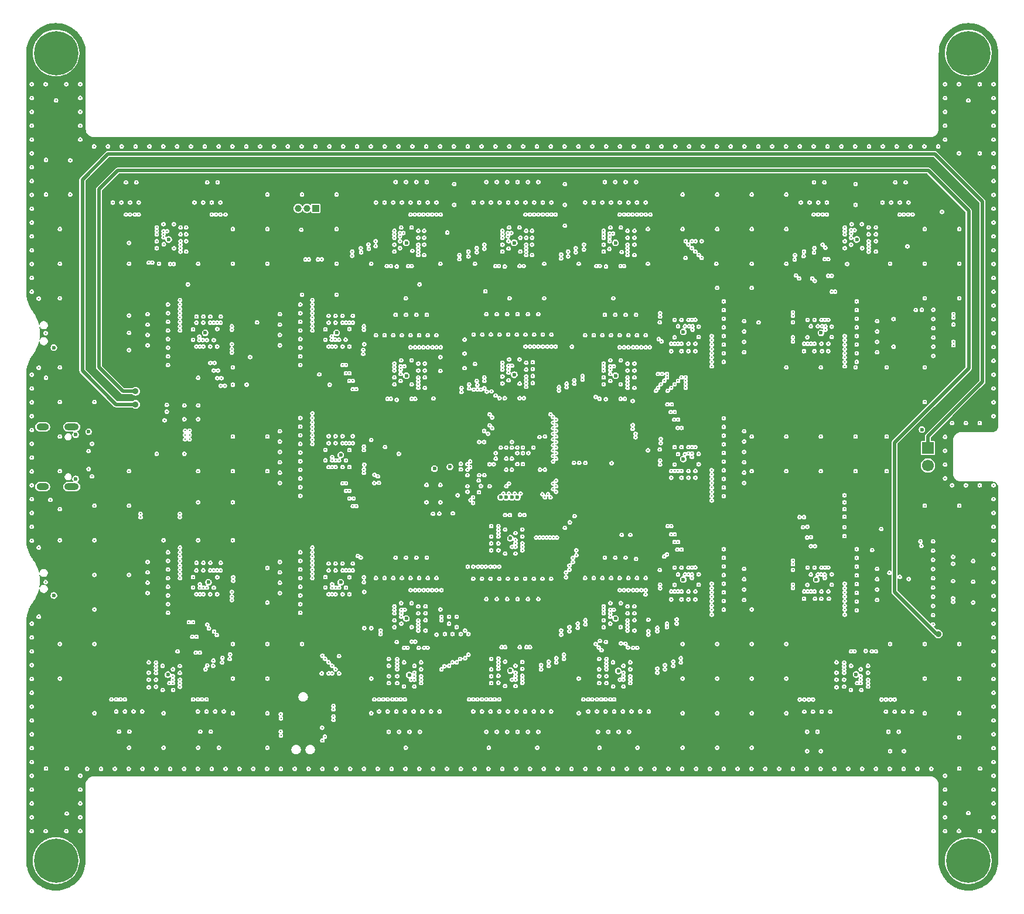
<source format=gbr>
%TF.GenerationSoftware,KiCad,Pcbnew,9.0.4*%
%TF.CreationDate,2025-08-20T10:27:04-06:00*%
%TF.ProjectId,cerberus,63657262-6572-4757-932e-6b696361645f,ERV A*%
%TF.SameCoordinates,Original*%
%TF.FileFunction,Copper,L3,Inr*%
%TF.FilePolarity,Positive*%
%FSLAX46Y46*%
G04 Gerber Fmt 4.6, Leading zero omitted, Abs format (unit mm)*
G04 Created by KiCad (PCBNEW 9.0.4) date 2025-08-20 10:27:04*
%MOMM*%
%LPD*%
G01*
G04 APERTURE LIST*
%TA.AperFunction,ComponentPad*%
%ADD10C,0.800000*%
%TD*%
%TA.AperFunction,ComponentPad*%
%ADD11C,6.400000*%
%TD*%
%TA.AperFunction,HeatsinkPad*%
%ADD12O,2.100000X1.000000*%
%TD*%
%TA.AperFunction,HeatsinkPad*%
%ADD13O,1.800000X1.000000*%
%TD*%
%TA.AperFunction,ComponentPad*%
%ADD14R,1.000000X1.000000*%
%TD*%
%TA.AperFunction,ComponentPad*%
%ADD15C,1.000000*%
%TD*%
%TA.AperFunction,ComponentPad*%
%ADD16R,1.700000X1.700000*%
%TD*%
%TA.AperFunction,ComponentPad*%
%ADD17C,1.700000*%
%TD*%
%TA.AperFunction,ViaPad*%
%ADD18C,0.300000*%
%TD*%
%TA.AperFunction,ViaPad*%
%ADD19C,0.600000*%
%TD*%
%TA.AperFunction,ViaPad*%
%ADD20C,0.900000*%
%TD*%
%TA.AperFunction,Conductor*%
%ADD21C,0.500000*%
%TD*%
G04 APERTURE END LIST*
D10*
%TO.N,unconnected-(H2-Pad1)_4*%
%TO.C,H2*%
X209901228Y-33051227D03*
%TO.N,unconnected-(H2-Pad1)_2*%
X210604172Y-31354171D03*
%TO.N,unconnected-(H2-Pad1)*%
X210604172Y-34748283D03*
%TO.N,unconnected-(H2-Pad1)_6*%
X212301228Y-30651227D03*
D11*
%TO.N,unconnected-(H2-Pad1)_7*%
X212301228Y-33051227D03*
D10*
%TO.N,unconnected-(H2-Pad1)_5*%
X212301228Y-35451227D03*
%TO.N,unconnected-(H2-Pad1)_3*%
X213998284Y-31354171D03*
%TO.N,unconnected-(H2-Pad1)_8*%
X213998284Y-34748283D03*
%TO.N,unconnected-(H2-Pad1)_1*%
X214701228Y-33051227D03*
%TD*%
D12*
%TO.N,unconnected-(J1-SHIELD-PadS1)_2*%
%TO.C,J1*%
X82706228Y-87118727D03*
D13*
%TO.N,unconnected-(J1-SHIELD-PadS1)_3*%
X78526228Y-87118727D03*
D12*
%TO.N,unconnected-(J1-SHIELD-PadS1)_1*%
X82706228Y-95758727D03*
D13*
%TO.N,unconnected-(J1-SHIELD-PadS1)*%
X78526228Y-95758727D03*
%TD*%
D14*
%TO.N,GND*%
%TO.C,J36*%
X117970000Y-55500000D03*
D15*
%TO.N,/MCU/PD25_SERCOM8_DBG_UART_RX*%
X116700000Y-55500000D03*
%TO.N,/MCU/PD24_SERCOM8_DBG_UART_TX*%
X115430000Y-55500000D03*
%TD*%
D10*
%TO.N,Net-(JP1-B)*%
%TO.C,H3*%
X78051228Y-149826227D03*
X78754172Y-148129171D03*
X78754172Y-151523283D03*
X80451228Y-147426227D03*
D11*
X80451228Y-149826227D03*
D10*
X80451228Y-152226227D03*
X82148284Y-148129171D03*
X82148284Y-151523283D03*
X82851228Y-149826227D03*
%TD*%
%TO.N,unconnected-(H4-Pad1)_3*%
%TO.C,H4*%
X209901228Y-149826227D03*
%TO.N,unconnected-(H4-Pad1)_4*%
X210604172Y-148129171D03*
%TO.N,unconnected-(H4-Pad1)_1*%
X210604172Y-151523283D03*
%TO.N,unconnected-(H4-Pad1)*%
X212301228Y-147426227D03*
D11*
%TO.N,unconnected-(H4-Pad1)_8*%
X212301228Y-149826227D03*
D10*
%TO.N,unconnected-(H4-Pad1)_2*%
X212301228Y-152226227D03*
%TO.N,unconnected-(H4-Pad1)_5*%
X213998284Y-148129171D03*
%TO.N,unconnected-(H4-Pad1)_7*%
X213998284Y-151523283D03*
%TO.N,unconnected-(H4-Pad1)_6*%
X214701228Y-149826227D03*
%TD*%
D16*
%TO.N,VIN*%
%TO.C,J34*%
X206466228Y-90163727D03*
D17*
%TO.N,GND*%
X206466228Y-92703727D03*
%TD*%
D10*
%TO.N,unconnected-(H1-Pad1)_8*%
%TO.C,H1*%
X78051228Y-33051227D03*
%TO.N,unconnected-(H1-Pad1)_7*%
X78754172Y-31354171D03*
%TO.N,unconnected-(H1-Pad1)_6*%
X78754172Y-34748283D03*
%TO.N,unconnected-(H1-Pad1)_2*%
X80451228Y-30651227D03*
D11*
%TO.N,unconnected-(H1-Pad1)_3*%
X80451228Y-33051227D03*
D10*
%TO.N,unconnected-(H1-Pad1)*%
X80451228Y-35451227D03*
%TO.N,unconnected-(H1-Pad1)_5*%
X82148284Y-31354171D03*
%TO.N,unconnected-(H1-Pad1)_4*%
X82148284Y-34748283D03*
%TO.N,unconnected-(H1-Pad1)_1*%
X82851228Y-33051227D03*
%TD*%
D18*
%TO.N,/MCU/OSC_P*%
X139921506Y-92489322D03*
%TO.N,/MCU/OSC_N*%
X139921506Y-93289322D03*
%TO.N,+1.8V*%
X142321506Y-89289322D03*
X151121505Y-93289322D03*
X142351228Y-94089322D03*
%TO.N,VBUS*%
X141551228Y-94851227D03*
%TO.N,/MCU/USB_D_N*%
X140721506Y-98089321D03*
%TO.N,/MCU/USB_D_P*%
X140721506Y-97289322D03*
%TO.N,/MCU/PC20_JTAG_TCK_SWCLK*%
X112936228Y-131151227D03*
%TO.N,/MCU/PC17_JTAG_TDI*%
X120550000Y-128950000D03*
%TO.N,/MCU/PC19_JTAG_TDO*%
X118950000Y-132450000D03*
%TO.N,/MCU/PC18_JTAG_TMS_SWD*%
X112936228Y-128651227D03*
D19*
%TO.N,+3.3V*%
X97500000Y-87800000D03*
D18*
X125000000Y-74505360D03*
X146321505Y-92489322D03*
D19*
X96800000Y-87800000D03*
X97500000Y-88700000D03*
D18*
X186951228Y-108430594D03*
X136731228Y-99651227D03*
X105851228Y-74505360D03*
X145521505Y-89289322D03*
X147121505Y-89289322D03*
X97101228Y-84900000D03*
X160567893Y-83100000D03*
X125000000Y-110330596D03*
X132231228Y-119051227D03*
X146831228Y-118951227D03*
X119601228Y-132451227D03*
X186951228Y-72605358D03*
X151121505Y-89289322D03*
X125000000Y-91927977D03*
X145941228Y-82951227D03*
X146321505Y-90889322D03*
X147921505Y-91689322D03*
X145941228Y-63900000D03*
X147121505Y-91689322D03*
D19*
X96800000Y-88700000D03*
D18*
X144721505Y-89289322D03*
X167700000Y-91007977D03*
X119601228Y-129901227D03*
X195426227Y-63551227D03*
X82778728Y-97651227D03*
X160751228Y-93301227D03*
X144721505Y-90889322D03*
X112296228Y-128651227D03*
X143921506Y-95689322D03*
X162467895Y-119000000D03*
X148721505Y-90089322D03*
D19*
X97101228Y-86200000D03*
D18*
X130334561Y-118200000D03*
X97101228Y-83901227D03*
X148721505Y-91689322D03*
X160570000Y-118200000D03*
X112296228Y-131151227D03*
X145521505Y-92489322D03*
X167700000Y-108430594D03*
X97376229Y-119551227D03*
X130334561Y-83200000D03*
X105851228Y-110330596D03*
X167700000Y-72605358D03*
D19*
X114000000Y-127500000D03*
D18*
X145521505Y-90889322D03*
X130334561Y-63900000D03*
X160751228Y-91401227D03*
X140721506Y-96489322D03*
X160571228Y-63900000D03*
X144721505Y-91689322D03*
X95976227Y-63500000D03*
X196826229Y-119500000D03*
X146861228Y-99800000D03*
X82471228Y-71551227D03*
X147921505Y-89289322D03*
%TO.N,/MCU/RESET_MCU*%
X135851228Y-99651227D03*
X120550000Y-127450000D03*
%TO.N,Net-(U1C-USBRBIAS0)*%
X139921506Y-95689322D03*
%TO.N,/MCU/Signal Panel Connectors/InnerPanelConn1/DIFF_OUT_1_+*%
X165667894Y-56391227D03*
X159592894Y-61751227D03*
%TO.N,/MCU/Signal Panel Connectors/InnerPanelConn1/DIFF_OUT_1_-*%
X159592894Y-60751227D03*
X164417894Y-56391227D03*
%TO.N,/MCU/Signal Panel Connectors/InnerPanelConn1/DIFF_OUT_2_+*%
X163042894Y-58751228D03*
X163167894Y-56391227D03*
%TO.N,/MCU/Signal Panel Connectors/InnerPanelConn1/DIFF_OUT_2_-*%
X163042894Y-59751226D03*
X161917894Y-56391227D03*
%TO.N,/MCU/Signal Panel Connectors/OuterPanelConn/DIFF_OUT_1_-*%
X150801228Y-56391227D03*
X144961953Y-60751227D03*
%TO.N,/MCU/Signal Panel Connectors/InnerPanelConn3/DIFF_OUT_1_+*%
X159592894Y-80951227D03*
X165667894Y-75591227D03*
%TO.N,/MCU/Signal Panel Connectors/InnerPanelConn3/DIFF_OUT_1_-*%
X159592894Y-79951227D03*
X164417894Y-75591227D03*
%TO.N,/MCU/Signal Panel Connectors/InnerPanelConn3/DIFF_OUT_2_+*%
X163042894Y-77951228D03*
X163167894Y-75591227D03*
%TO.N,/MCU/Signal Panel Connectors/OuterPanelConn/DIFF_OUT_2_+*%
X149551228Y-56391227D03*
X148411953Y-58751228D03*
%TO.N,/MCU/Signal Panel Connectors/InnerPanelConn3/DIFF_OUT_2_-*%
X161917894Y-75591227D03*
X163042894Y-78951226D03*
%TO.N,/MCU/Signal Panel Connectors/OuterPanelConn1/DIFF_OUT_1_+*%
X144961953Y-80813827D03*
X152051228Y-75491227D03*
%TO.N,/MCU/Signal Panel Connectors/OuterPanelConn/DIFF_OUT_2_-*%
X148301228Y-56391227D03*
X148411953Y-59751226D03*
%TO.N,/MCU/Signal Panel Connectors/OuterPanelConn1/DIFF_OUT_1_-*%
X144961953Y-79813827D03*
X150801228Y-75491227D03*
%TO.N,/MCU/Signal Panel Connectors/OuterPanelConn1/DIFF_OUT_2_+*%
X149551228Y-75491227D03*
X148411953Y-77813828D03*
%TO.N,/MCU/Signal Panel Connectors/OuterPanelConn1/DIFF_OUT_2_-*%
X148411953Y-78813826D03*
X148301228Y-75491227D03*
%TO.N,/MCU/Signal Panel Connectors/InnerPanelConn2/DIFF_OUT_1_+*%
X135434562Y-75591227D03*
X129359562Y-80951227D03*
%TO.N,/MCU/Signal Panel Connectors/InnerPanelConn2/DIFF_OUT_1_-*%
X129359562Y-79951227D03*
X134184562Y-75591227D03*
%TO.N,/MCU/Signal Panel Connectors/InnerPanelConn2/DIFF_OUT_2_+*%
X132809562Y-77951228D03*
X132934562Y-75591227D03*
%TO.N,/MCU/Signal Panel Connectors/InnerPanelConn2/DIFF_OUT_2_-*%
X132809562Y-78951226D03*
X131684562Y-75591227D03*
%TO.N,/MCU/Signal Panel Connectors/InnerPanelConn5/DIFF_OUT_1_+*%
X159592894Y-116059727D03*
X165667894Y-110699727D03*
%TO.N,/MCU/Signal Panel Connectors/InnerPanelConn5/DIFF_OUT_1_-*%
X164417894Y-110699727D03*
X159592894Y-115059727D03*
%TO.N,/MCU/Signal Panel Connectors/InnerPanelConn5/DIFF_OUT_2_+*%
X163167894Y-110699727D03*
X163042894Y-113059728D03*
%TO.N,/MCU/Signal Panel Connectors/InnerPanelConn5/DIFF_OUT_2_-*%
X163042894Y-114059726D03*
X161917894Y-110699727D03*
%TO.N,/MCU/Signal Panel Connectors/OuterPanelConn2/DIFF_OUT_1_+*%
X147840503Y-101951227D03*
X140751228Y-107311227D03*
%TO.N,/MCU/Signal Panel Connectors/OuterPanelConn2/DIFF_OUT_1_-*%
X142001228Y-107311227D03*
X147840503Y-102951227D03*
%TO.N,/MCU/Signal Panel Connectors/OuterPanelConn2/DIFF_OUT_2_+*%
X144390503Y-104951226D03*
X143251228Y-107311227D03*
%TO.N,/MCU/Signal Panel Connectors/OuterPanelConn2/DIFF_OUT_2_-*%
X144390503Y-103951228D03*
X144501228Y-107311227D03*
%TO.N,/MCU/Signal Panel Connectors/InnerPanelConn/DIFF_OUT_1_+*%
X129359562Y-61751227D03*
X135434562Y-56391227D03*
%TO.N,/MCU/Signal Panel Connectors/InnerPanelConn/DIFF_OUT_1_-*%
X129359562Y-60751227D03*
X134184562Y-56391227D03*
%TO.N,/MCU/Signal Panel Connectors/InnerPanelConn/DIFF_OUT_2_+*%
X132934562Y-56391227D03*
X132809562Y-58751228D03*
%TO.N,/MCU/Signal Panel Connectors/InnerPanelConn/DIFF_OUT_2_-*%
X132809562Y-59751226D03*
X131684562Y-56391227D03*
%TO.N,/MCU/Signal Panel Connectors/InnerPanelConn4/DIFF_OUT_1_+*%
X129359562Y-116059727D03*
X135434562Y-110699727D03*
%TO.N,/MCU/Signal Panel Connectors/OuterPanelConn/DIFF_OUT_1_+*%
X144961953Y-61751227D03*
X152051228Y-56391227D03*
%TO.N,/MCU/Signal Panel Connectors/InnerPanelConn4/DIFF_OUT_1_-*%
X129359562Y-115059727D03*
X134184562Y-110699727D03*
%TO.N,/MCU/Signal Panel Connectors/InnerPanelConn4/DIFF_OUT_2_+*%
X132809562Y-113059728D03*
X132934562Y-110699727D03*
%TO.N,/MCU/Signal Panel Connectors/InnerPanelConn4/DIFF_OUT_2_-*%
X132809562Y-114059726D03*
X131684562Y-110699727D03*
%TO.N,/MCU/Signal Panel Connectors/InnerPanelConn7/DIFF_OUT_1_+*%
X157367894Y-126511227D03*
X163442894Y-121151227D03*
%TO.N,/MCU/Signal Panel Connectors/InnerPanelConn7/DIFF_OUT_1_-*%
X163442894Y-122151227D03*
X158617894Y-126511227D03*
%TO.N,/MCU/Signal Panel Connectors/InnerPanelConn7/DIFF_OUT_2_+*%
X159867894Y-126511227D03*
X159992894Y-124151226D03*
%TO.N,/MCU/Signal Panel Connectors/InnerPanelConn7/DIFF_OUT_2_-*%
X159992894Y-123151228D03*
X161117894Y-126511227D03*
%TO.N,/MCU/Signal Panel Connectors/OuterPanelConn3/DIFF_OUT_1_+*%
X147840503Y-121101227D03*
X140751228Y-126511227D03*
%TO.N,/MCU/Signal Panel Connectors/OuterPanelConn3/DIFF_OUT_1_-*%
X147840503Y-122101227D03*
X142001228Y-126511227D03*
%TO.N,/MCU/Signal Panel Connectors/OuterPanelConn3/DIFF_OUT_2_+*%
X144390503Y-124101226D03*
X143251228Y-126511227D03*
%TO.N,/MCU/Signal Panel Connectors/OuterPanelConn3/DIFF_OUT_2_-*%
X144390503Y-123101228D03*
X144501228Y-126511227D03*
%TO.N,/MCU/Signal Panel Connectors/Dual_InnerSmallPanelConn/DIFF_OUT_1_+*%
X89151228Y-126511227D03*
X98351228Y-121676727D03*
%TO.N,/MCU/Signal Panel Connectors/Dual_InnerSmallPanelConn/DIFF_OUT_1_-*%
X98351228Y-122676727D03*
X90401228Y-126511227D03*
%TO.N,/MCU/Signal Panel Connectors/Dual_InnerSmallPanelConn/DIFF_OUT_2_+*%
X94901228Y-124676726D03*
X100951228Y-126511227D03*
%TO.N,/MCU/Signal Panel Connectors/Dual_InnerSmallPanelConn/DIFF_OUT_2_-*%
X94901228Y-123676728D03*
X102201228Y-126511227D03*
%TO.N,/MCU/Signal Panel Connectors/InnerPanelConn6/DIFF_OUT_1_+*%
X127134562Y-126511227D03*
X133209562Y-121151227D03*
%TO.N,/MCU/Signal Panel Connectors/InnerPanelConn6/DIFF_OUT_1_-*%
X133209562Y-122151227D03*
X128384562Y-126511227D03*
%TO.N,/MCU/Signal Panel Connectors/InnerPanelConn6/DIFF_OUT_2_+*%
X129634562Y-126511227D03*
X129759562Y-124151226D03*
%TO.N,/MCU/Signal Panel Connectors/InnerPanelConn6/DIFF_OUT_2_-*%
X129759562Y-123151228D03*
X130884562Y-126511227D03*
%TO.N,/MCU/Signal Panel Connectors/OuterPanelConn4/DIFF_OUT_1_+*%
X122851228Y-92907252D03*
X117491228Y-85817977D03*
%TO.N,/MCU/Signal Panel Connectors/OuterPanelConn4/DIFF_OUT_1_-*%
X117491228Y-87067977D03*
X121851228Y-92907252D03*
%TO.N,/MCU/Signal Panel Connectors/OuterPanelConn4/DIFF_OUT_2_+*%
X117491228Y-88317977D03*
X119851229Y-89457252D03*
%TO.N,/MCU/Signal Panel Connectors/OuterPanelConn4/DIFF_OUT_2_-*%
X117491228Y-89567977D03*
X120851227Y-89457252D03*
%TO.N,/MCU/Signal Panel Connectors/InnerPanelConn8/DIFF_OUT_1_+*%
X98370478Y-69405359D03*
X103730478Y-75480359D03*
%TO.N,/MCU/Signal Panel Connectors/InnerPanelConn8/DIFF_OUT_1_-*%
X102730478Y-75480359D03*
X98370478Y-70655359D03*
%TO.N,/MCU/Signal Panel Connectors/InnerPanelConn8/DIFF_OUT_2_+*%
X100730479Y-72030359D03*
X98370478Y-71905359D03*
%TO.N,/MCU/Signal Panel Connectors/InnerPanelConn8/DIFF_OUT_2_-*%
X101730477Y-72030359D03*
X98370478Y-73155359D03*
%TO.N,/MCU/Signal Panel Connectors/InnerPanelConn9/DIFF_OUT_1_+*%
X103730478Y-111305595D03*
X98370478Y-105230595D03*
%TO.N,/MCU/Signal Panel Connectors/InnerPanelConn9/DIFF_OUT_1_-*%
X102730478Y-111305595D03*
X98370478Y-106480595D03*
%TO.N,/MCU/Signal Panel Connectors/InnerPanelConn9/DIFF_OUT_2_+*%
X100730479Y-107855595D03*
X98370478Y-107730595D03*
%TO.N,/MCU/Signal Panel Connectors/InnerPanelConn9/DIFF_OUT_2_-*%
X98370478Y-108980595D03*
X101730477Y-107855595D03*
%TO.N,/MCU/Signal Panel Connectors/InnerPanelConn10/DIFF_OUT_1_+*%
X117491228Y-69405359D03*
X122851228Y-75480359D03*
%TO.N,/MCU/Signal Panel Connectors/InnerPanelConn10/DIFF_OUT_1_-*%
X121851228Y-75480359D03*
X117491228Y-70655359D03*
%TO.N,/MCU/Signal Panel Connectors/InnerPanelConn10/DIFF_OUT_2_+*%
X119851229Y-72030359D03*
X117491228Y-71905359D03*
%TO.N,/MCU/Signal Panel Connectors/InnerPanelConn10/DIFF_OUT_2_-*%
X117491228Y-73155359D03*
X120851227Y-72030359D03*
%TO.N,/MCU/Signal Panel Connectors/InnerPanelConn11/DIFF_OUT_1_+*%
X122851228Y-111305595D03*
X117491228Y-105230595D03*
%TO.N,/MCU/Signal Panel Connectors/InnerPanelConn11/DIFF_OUT_1_-*%
X121851228Y-111305595D03*
X117491228Y-106480595D03*
%TO.N,/MCU/Signal Panel Connectors/InnerPanelConn11/DIFF_OUT_2_+*%
X117491228Y-107730595D03*
X119851229Y-107855595D03*
%TO.N,/MCU/Signal Panel Connectors/InnerPanelConn11/DIFF_OUT_2_-*%
X117491228Y-108980595D03*
X120851227Y-107855595D03*
%TO.N,/MCU/Signal Panel Connectors/OuterPanelConn5/DIFF_OUT_1_+*%
X175211228Y-97117977D03*
X169851228Y-90028702D03*
%TO.N,/MCU/Signal Panel Connectors/OuterPanelConn5/DIFF_OUT_1_-*%
X175211228Y-95867977D03*
X170851228Y-90028702D03*
%TO.N,/MCU/Signal Panel Connectors/OuterPanelConn5/DIFF_OUT_2_+*%
X172851227Y-93478702D03*
X175211228Y-94617977D03*
%TO.N,/MCU/Signal Panel Connectors/OuterPanelConn5/DIFF_OUT_2_-*%
X175211228Y-93367977D03*
X171851229Y-93478702D03*
%TO.N,/MCU/Signal Panel Connectors/InnerPanelConn12/DIFF_OUT_1_+*%
X169851228Y-71630359D03*
X175211228Y-77705359D03*
%TO.N,/MCU/Signal Panel Connectors/InnerPanelConn12/DIFF_OUT_1_-*%
X175211228Y-76455359D03*
X170851228Y-71630359D03*
%TO.N,/MCU/Signal Panel Connectors/InnerPanelConn12/DIFF_OUT_2_+*%
X175211228Y-75205359D03*
X172851227Y-75080359D03*
%TO.N,/MCU/Signal Panel Connectors/InnerPanelConn12/DIFF_OUT_2_-*%
X175211228Y-73955359D03*
X171851229Y-75080359D03*
D20*
%TO.N,VIN*%
X91951228Y-83851227D03*
D18*
%TO.N,/MCU/Signal Panel Connectors/InnerPanelConn13/DIFF_OUT_1_+*%
X175211228Y-113530595D03*
X169851228Y-107455595D03*
%TO.N,/MCU/Signal Panel Connectors/InnerPanelConn13/DIFF_OUT_1_-*%
X175211228Y-112280595D03*
X170851228Y-107455595D03*
%TO.N,/MCU/Signal Panel Connectors/InnerPanelConn13/DIFF_OUT_2_+*%
X175211228Y-111030595D03*
X172851227Y-110905595D03*
%TO.N,/MCU/Signal Panel Connectors/InnerPanelConn13/DIFF_OUT_2_-*%
X171851229Y-110905595D03*
X175211228Y-109780595D03*
%TO.N,/MCU/Signal Panel Connectors/InnerPanelConn14/DIFF_OUT_1_+*%
X194431978Y-77705359D03*
X189071978Y-71630359D03*
%TO.N,/MCU/Signal Panel Connectors/InnerPanelConn14/DIFF_OUT_1_-*%
X190071978Y-71630359D03*
X194431978Y-76455359D03*
%TO.N,/MCU/Signal Panel Connectors/InnerPanelConn14/DIFF_OUT_2_+*%
X192071977Y-75080359D03*
X194431978Y-75205359D03*
%TO.N,/MCU/Signal Panel Connectors/InnerPanelConn14/DIFF_OUT_2_-*%
X191071979Y-75080359D03*
X194431978Y-73955359D03*
%TO.N,/MCU/Signal Panel Connectors/InnerPanelConn15/DIFF_OUT_1_+*%
X189071978Y-107455595D03*
X194431978Y-113530595D03*
%TO.N,/MCU/Signal Panel Connectors/InnerPanelConn15/DIFF_OUT_1_-*%
X190071978Y-107455595D03*
X194431978Y-112280595D03*
%TO.N,/MCU/Signal Panel Connectors/InnerPanelConn15/DIFF_OUT_2_+*%
X192071977Y-110905595D03*
X194431978Y-111030595D03*
%TO.N,/MCU/Signal Panel Connectors/InnerPanelConn15/DIFF_OUT_2_-*%
X194431978Y-109780595D03*
X191071979Y-110905595D03*
%TO.N,/MCU/Signal Panel Connectors/Dual_InnerSmallPanelConn1/DIFF_OUT_1_+*%
X95001228Y-61259227D03*
X104201228Y-56391227D03*
%TO.N,/MCU/Signal Panel Connectors/Dual_InnerSmallPanelConn1/DIFF_OUT_1_-*%
X95001228Y-60259227D03*
X102951228Y-56391227D03*
%TO.N,/MCU/Signal Panel Connectors/Dual_InnerSmallPanelConn1/DIFF_OUT_2_+*%
X98451228Y-58259228D03*
X92401228Y-56391227D03*
%TO.N,/MCU/Signal Panel Connectors/Dual_InnerSmallPanelConn1/DIFF_OUT_2_-*%
X98451228Y-59259226D03*
X91151228Y-56391227D03*
%TO.N,/MCU/Signal Panel Connectors/Dual_InnerSmallPanelConn2/DIFF_OUT_1_+*%
X194451228Y-61259227D03*
X203601228Y-56391227D03*
%TO.N,/MCU/Signal Panel Connectors/Dual_InnerSmallPanelConn2/DIFF_OUT_1_-*%
X194451228Y-60259227D03*
X202367895Y-56391227D03*
%TO.N,/MCU/Signal Panel Connectors/Dual_InnerSmallPanelConn2/DIFF_OUT_2_+*%
X191851228Y-56391227D03*
X197901228Y-58259228D03*
%TO.N,/MCU/Signal Panel Connectors/Dual_InnerSmallPanelConn2/DIFF_OUT_2_-*%
X197901228Y-59259226D03*
X190601228Y-56391227D03*
%TO.N,/MCU/Signal Panel Connectors/Dual_InnerSmallPanelConn3/DIFF_OUT_1_+*%
X188601228Y-126527977D03*
X197801228Y-121659977D03*
%TO.N,/MCU/Signal Panel Connectors/Dual_InnerSmallPanelConn3/DIFF_OUT_1_-*%
X197801228Y-122659977D03*
X189851228Y-126527977D03*
%TO.N,/MCU/Signal Panel Connectors/Dual_InnerSmallPanelConn3/DIFF_OUT_2_+*%
X194351228Y-124659976D03*
X200401228Y-126527977D03*
%TO.N,/MCU/Signal Panel Connectors/Dual_InnerSmallPanelConn3/DIFF_OUT_2_-*%
X201651228Y-126527977D03*
X194351228Y-123659978D03*
%TO.N,/MCU/PG05_DIFF_IN_-*%
X169851228Y-75080359D03*
X122851228Y-72030359D03*
X133209562Y-124151226D03*
X122851228Y-107855595D03*
X163042894Y-80951227D03*
X154651228Y-107751227D03*
X167351228Y-116151227D03*
X147840503Y-124101226D03*
X172851227Y-107455595D03*
X119851229Y-75480359D03*
X169851228Y-80951227D03*
X192071977Y-107455595D03*
X167851228Y-80951227D03*
X197901228Y-61259227D03*
X119851229Y-92907252D03*
X148411953Y-80813827D03*
X163442894Y-124151226D03*
X172851227Y-90028702D03*
X144390503Y-101951227D03*
X129359562Y-77951228D03*
X154451228Y-61751227D03*
X192051228Y-65251227D03*
X94901228Y-121676727D03*
X124476229Y-61259227D03*
X103730478Y-72030359D03*
X144961953Y-58751228D03*
X129359562Y-113059728D03*
X132809562Y-80951227D03*
X192071977Y-71630359D03*
X95001228Y-58259228D03*
X154251228Y-80851227D03*
X188551228Y-61751227D03*
X163042894Y-116059727D03*
X132809562Y-61751227D03*
X169851228Y-110905595D03*
X163042894Y-61751227D03*
X100730479Y-75480359D03*
X138351228Y-116051227D03*
X189071978Y-75080359D03*
X169651228Y-121651227D03*
X98451228Y-61259227D03*
X172851227Y-71630359D03*
X98351228Y-124676726D03*
X154651228Y-116051227D03*
X144390503Y-121101227D03*
X197801228Y-124659976D03*
X159992894Y-121151227D03*
X132809562Y-116059727D03*
X159592894Y-77951228D03*
X172851228Y-61751227D03*
X100730479Y-111305595D03*
X103730478Y-107855595D03*
X122851228Y-89457252D03*
X104451228Y-121151227D03*
X100751228Y-117451227D03*
X103751228Y-80051227D03*
X119851228Y-121151227D03*
X129359562Y-58751228D03*
X119851229Y-111305595D03*
X159592894Y-113059728D03*
X138351228Y-121151227D03*
X152751228Y-121151227D03*
X194451228Y-58259228D03*
X122851228Y-97451227D03*
X169851228Y-93478702D03*
X159592894Y-58751228D03*
X147840503Y-104951226D03*
X140151228Y-80951227D03*
X122851228Y-80451227D03*
X144961953Y-77813828D03*
X189051228Y-101551227D03*
D19*
X146321505Y-97289322D03*
D18*
X148411953Y-61751227D03*
X169851228Y-84951227D03*
X140051228Y-61751227D03*
X189071978Y-110905595D03*
X194351228Y-121659977D03*
X129759562Y-121151227D03*
X169851228Y-102651227D03*
%TO.N,/MCU/PC25_DIFF_OUT_+*%
X94901228Y-121176728D03*
X132809562Y-81451226D03*
X97376229Y-125151726D03*
X160567893Y-58276228D03*
X173326227Y-108430594D03*
X169351229Y-93478702D03*
X160567893Y-112584728D03*
X123351227Y-107855595D03*
X123351228Y-81651227D03*
X104251228Y-81151227D03*
X139051228Y-81451227D03*
X100255479Y-110330596D03*
X192546977Y-72605358D03*
X148411953Y-81313826D03*
X154151228Y-108851227D03*
X98451228Y-61759226D03*
X169351229Y-75080359D03*
X194351228Y-121159978D03*
X129759562Y-120651228D03*
D19*
X147121505Y-97289322D03*
D18*
X166051228Y-116634727D03*
X104230477Y-107855595D03*
X153151228Y-81351227D03*
X195426227Y-57784228D03*
X146865504Y-105426226D03*
X187251228Y-62251227D03*
X132809562Y-62251226D03*
X173326227Y-72605358D03*
X188551228Y-100151227D03*
X119376229Y-74505360D03*
X159992894Y-120651228D03*
X160567893Y-77476228D03*
X146865504Y-124576226D03*
X188571979Y-75080359D03*
X163042894Y-116559726D03*
X162467895Y-124626226D03*
X169351228Y-101451227D03*
X104230477Y-72030359D03*
X130334561Y-77476228D03*
X167451228Y-81451227D03*
X148411953Y-62251226D03*
X139551228Y-116551227D03*
X132234563Y-124626226D03*
X192546977Y-67551227D03*
X153451228Y-116551227D03*
X170751228Y-121151227D03*
X197901228Y-61759226D03*
X145936952Y-58276228D03*
X95976227Y-57784228D03*
X130334561Y-58276228D03*
X119376229Y-110330596D03*
X169426228Y-83851227D03*
X130334561Y-112584728D03*
X123351228Y-98551227D03*
X105551228Y-120651227D03*
X138751228Y-62251227D03*
X123351227Y-89457252D03*
X123251228Y-61751227D03*
X119351228Y-120651227D03*
X169351229Y-110905595D03*
X163042894Y-81451226D03*
X173326227Y-91003701D03*
X173351228Y-62251227D03*
X145936952Y-77338828D03*
X153851228Y-120651227D03*
X144390503Y-101451228D03*
X163042894Y-62251226D03*
X153451228Y-62176227D03*
X119376229Y-91932253D03*
X188571979Y-110905595D03*
X100251228Y-115351227D03*
X192546977Y-108430594D03*
X139551228Y-120551227D03*
X144390503Y-120601228D03*
X100255479Y-74505360D03*
X132809562Y-116559726D03*
X169351228Y-81451227D03*
X123351227Y-72030359D03*
X196826229Y-125134976D03*
%TO.N,/MCU/PC10_DIFF_OUT_-*%
X159592894Y-59251227D03*
X197801228Y-124159977D03*
X189571977Y-75080359D03*
X144390503Y-121601226D03*
X170351227Y-93478702D03*
X125600521Y-60725520D03*
X129359562Y-78451227D03*
X120351228Y-92907252D03*
X132809562Y-115559728D03*
X155151228Y-106651227D03*
X155551249Y-61252248D03*
X189571977Y-110905595D03*
X189551228Y-103051227D03*
X163042894Y-115559728D03*
X129359562Y-113559727D03*
X191551228Y-62851227D03*
X95001228Y-58759227D03*
X120351228Y-111305595D03*
X98351228Y-124176727D03*
X168751228Y-115551227D03*
X122351229Y-89457252D03*
X122351229Y-107855595D03*
X191571978Y-71630359D03*
X122351229Y-72030359D03*
X163442894Y-123651227D03*
X103151228Y-121651227D03*
X159592894Y-78451227D03*
X120351228Y-75480359D03*
X172351228Y-61251227D03*
X151651228Y-121651227D03*
X94901228Y-122176726D03*
X170351227Y-80451227D03*
X101230478Y-75480359D03*
X103230479Y-107855595D03*
X170351227Y-110905595D03*
X122351228Y-79351227D03*
X172351228Y-107455595D03*
X159592894Y-113559727D03*
X144961953Y-59251227D03*
X101230478Y-111305595D03*
X170351228Y-86051227D03*
X148411953Y-80313828D03*
X103251228Y-78951227D03*
X190051228Y-61251227D03*
X120351228Y-121651227D03*
X163042894Y-80451228D03*
X197901228Y-60759228D03*
X155351228Y-80351227D03*
X172351228Y-90028702D03*
X141251228Y-61251227D03*
X144961953Y-78313827D03*
X147840503Y-123601227D03*
X163042894Y-61251228D03*
X132809562Y-80451228D03*
X147840503Y-104451227D03*
X170351228Y-103751227D03*
X170351227Y-75080359D03*
X101251228Y-119751227D03*
X172351228Y-71630359D03*
X98451228Y-60759228D03*
X122351228Y-96351227D03*
X132809562Y-61251228D03*
X159992894Y-121651226D03*
D19*
X145521505Y-97289322D03*
D18*
X103230479Y-72030359D03*
X137251228Y-115551227D03*
X168451228Y-122151227D03*
X141251228Y-80451227D03*
X194451228Y-58759227D03*
X194351228Y-122159976D03*
X144390503Y-102451226D03*
X148411953Y-61251228D03*
X137251228Y-121651227D03*
X129759562Y-121651226D03*
X191571978Y-107455595D03*
X155851228Y-115551227D03*
X133209562Y-123651227D03*
X129359562Y-59251227D03*
X168351228Y-80451227D03*
%TO.N,/MCU/PG03_DIFF_IN_+*%
X166060729Y-114975227D03*
X150551228Y-122151227D03*
X171851228Y-60751227D03*
X156551228Y-79751227D03*
X102730478Y-72030359D03*
X102051228Y-122151227D03*
X170851228Y-93478702D03*
X142351228Y-79951227D03*
X144390503Y-102951227D03*
X132809562Y-60751227D03*
X148411953Y-79813827D03*
X190071978Y-75080359D03*
X101730477Y-111305595D03*
X171851229Y-107455595D03*
X190071978Y-110905595D03*
X171851229Y-90028702D03*
X197901228Y-60259227D03*
X142351228Y-60751227D03*
X95001228Y-59259226D03*
X121851228Y-72030359D03*
X167351228Y-122651227D03*
X121851228Y-78151227D03*
X94901228Y-122676727D03*
X170151228Y-114957814D03*
X144961953Y-59751226D03*
X163442894Y-123151228D03*
X102730478Y-107855595D03*
X156951228Y-115051227D03*
X191071979Y-71630359D03*
D19*
X144721505Y-97289322D03*
D18*
X132809562Y-79951227D03*
X194351228Y-122659977D03*
X147840503Y-103951228D03*
X147840503Y-123101228D03*
X190151228Y-104351227D03*
X191251228Y-60751227D03*
X163042894Y-79951227D03*
X120851228Y-122151227D03*
X148411953Y-60751227D03*
X144390503Y-122101227D03*
X129359562Y-78951226D03*
X170851228Y-104851227D03*
X129359562Y-114059726D03*
X129759562Y-122151227D03*
X121851228Y-89457252D03*
X144961953Y-78813826D03*
X156751228Y-60751227D03*
X170851228Y-87251227D03*
X101730477Y-75480359D03*
X120851227Y-75480359D03*
X132809562Y-115059727D03*
X159992894Y-122151227D03*
X170851228Y-79951227D03*
X136151228Y-122151227D03*
X129359562Y-59751226D03*
X159592894Y-114059726D03*
X102751228Y-77851227D03*
X126651228Y-60251227D03*
X136151228Y-115051227D03*
X170851228Y-110905595D03*
X120851227Y-92907252D03*
X191071979Y-107455595D03*
X155651228Y-105651227D03*
X159592894Y-59751226D03*
X98351228Y-123676728D03*
X120851227Y-111305595D03*
X98451228Y-60259227D03*
X171851229Y-71630359D03*
X163042894Y-60751227D03*
X170851228Y-75080359D03*
X159592894Y-78951226D03*
X121851228Y-95251227D03*
X197801228Y-123659978D03*
X168751228Y-79951227D03*
X163042894Y-115059727D03*
X194451228Y-59259226D03*
X133209562Y-123151228D03*
X121851228Y-107855595D03*
%TO.N,/MCU/_RESET_MCU*%
X92651228Y-99651227D03*
X98351228Y-99651227D03*
%TO.N,/MCU/PC12_BUS_EN_21*%
X130751228Y-119051227D03*
%TO.N,/MCU/PG00_BUS_EN_20*%
X127351228Y-116551227D03*
%TO.N,/MCU/PC28_BUS_EN_22*%
X133651228Y-119051227D03*
%TO.N,/MCU/PG02_BUS_EN_19*%
X131851228Y-118151227D03*
%TO.N,/MCU/PC26_BUS_EN_27*%
X145351228Y-99851227D03*
%TO.N,/MCU/PC31_BUS_EN_28*%
X148151228Y-99851227D03*
%TO.N,/MCU/PC09_CORNER_OUT_4*%
X149851228Y-103101227D03*
%TO.N,/MCU/PC07_CORNER_IN_4*%
X150851234Y-103101227D03*
%TO.N,/MCU/PC22_CORNER_OUT_5*%
X151851240Y-103101227D03*
%TO.N,/MCU/PC04_CORNER_IN_5*%
X152851246Y-103101227D03*
%TO.N,/MCU/PB15_BUS_EN_35*%
X158900000Y-119000000D03*
%TO.N,/MCU/PB14_BUS_EN_36*%
X159051228Y-118051227D03*
%TO.N,/MCU/PC02_BUS_EN_29*%
X145351228Y-118951227D03*
%TO.N,GND*%
X143951225Y-63851227D03*
X105851228Y-110970596D03*
X186951228Y-71965358D03*
X164051228Y-81451227D03*
X215950000Y-59550000D03*
X198400000Y-104900000D03*
X117491228Y-68751227D03*
X146351228Y-104451227D03*
X158767894Y-131201227D03*
X104351228Y-80051227D03*
X106000000Y-58500000D03*
X191101228Y-128267977D03*
X156917894Y-54651227D03*
X194400000Y-102900000D03*
X172351228Y-108951227D03*
X154651228Y-116651227D03*
X76950000Y-101550000D03*
X96851228Y-124151227D03*
X106000000Y-98000000D03*
X145801228Y-54651227D03*
X128950000Y-136550000D03*
X162751228Y-118451227D03*
X162051228Y-116051227D03*
X144151227Y-51701227D03*
X188551228Y-76151227D03*
X95336227Y-63500000D03*
X163851228Y-75591227D03*
X78950000Y-73550000D03*
X176951228Y-93367977D03*
X141451228Y-107311227D03*
X123251228Y-62351227D03*
X140151228Y-126511227D03*
X171000000Y-53500000D03*
X76950000Y-103550000D03*
X215950000Y-51550000D03*
X156651228Y-126511227D03*
X76950000Y-119550000D03*
X133751228Y-78951227D03*
X132534562Y-70901227D03*
X148651229Y-51701227D03*
X169351228Y-112051227D03*
X113950000Y-46550000D03*
X134034562Y-70901227D03*
X160451228Y-59151227D03*
D19*
X171101228Y-109180595D03*
D18*
X120351228Y-122751227D03*
X86000000Y-113500000D03*
X176951228Y-95867977D03*
X99751228Y-88901227D03*
X150801228Y-73751227D03*
X106950000Y-136550000D03*
X118851228Y-122751227D03*
X208950000Y-90550000D03*
X176000000Y-128500000D03*
X196951228Y-61251227D03*
X115751228Y-112730595D03*
X179901228Y-112130595D03*
X210101228Y-105901227D03*
X207201228Y-104984560D03*
X140751228Y-128251227D03*
X162767894Y-51701227D03*
X143351228Y-123151227D03*
X176951228Y-73955359D03*
X128534562Y-131201227D03*
X165051228Y-75591227D03*
X160667894Y-73851227D03*
X119950000Y-46550000D03*
X197466229Y-119500000D03*
X130351228Y-113551227D03*
X90551228Y-51734477D03*
X163950000Y-46550000D03*
X99251228Y-60251227D03*
X191501228Y-51734477D03*
X145365502Y-124576226D03*
X194431978Y-110451227D03*
X115751228Y-89567977D03*
X76950000Y-59550000D03*
X184950000Y-136550000D03*
X210950000Y-145550000D03*
X92676749Y-100176748D03*
X173950000Y-46550000D03*
X164051228Y-62251227D03*
X98016229Y-119551227D03*
X145851228Y-61300000D03*
X171000000Y-128500000D03*
X128551228Y-120651227D03*
X117491228Y-107051227D03*
X86000000Y-108500000D03*
X149551228Y-73751227D03*
X96630478Y-69405359D03*
X139051228Y-82051227D03*
X168751228Y-105551227D03*
X142651228Y-131201227D03*
X116500000Y-62900000D03*
X161950000Y-46550000D03*
X150151228Y-56391227D03*
X132934562Y-108959727D03*
X104201228Y-54651227D03*
X203950000Y-46550000D03*
X165667894Y-54651227D03*
X76950000Y-63550000D03*
X152001228Y-109051227D03*
X103251228Y-110351227D03*
X143301228Y-73751227D03*
X134184562Y-108959727D03*
X80451228Y-39901227D03*
X168751228Y-116051227D03*
X179901228Y-74805359D03*
X125000000Y-110970596D03*
X91000000Y-60500000D03*
X133651228Y-60751227D03*
X208950000Y-43550000D03*
X117491228Y-71315603D03*
X101251228Y-110351227D03*
X206000000Y-68500000D03*
D19*
X205600000Y-87500000D03*
D18*
X176951228Y-113530595D03*
X169801228Y-86051227D03*
X124551577Y-61851227D03*
X82500000Y-53500000D03*
X175211228Y-97751227D03*
X150401505Y-93289322D03*
X215950000Y-129550000D03*
X136000000Y-79000000D03*
X208950000Y-37550000D03*
X186000000Y-128500000D03*
X81000000Y-63500000D03*
X76950000Y-87550000D03*
X81000000Y-93500000D03*
X138751228Y-62851227D03*
X152301228Y-88101227D03*
X163617894Y-128251227D03*
X203500000Y-61000000D03*
X76950000Y-141550000D03*
X196950000Y-136550000D03*
X115751228Y-92067977D03*
X130151228Y-60251227D03*
X211000000Y-136500000D03*
X158951228Y-120651227D03*
X191651228Y-61200000D03*
X81950000Y-145550000D03*
X159927893Y-83100000D03*
X159767892Y-51701227D03*
X133851228Y-114051227D03*
X76950000Y-145550000D03*
X154000000Y-52000000D03*
X159930000Y-118200000D03*
X192051228Y-76151227D03*
X103751228Y-108851227D03*
X129634562Y-128251227D03*
X169651228Y-121051227D03*
X96000000Y-133500000D03*
X195950000Y-46550000D03*
X175211228Y-95201227D03*
X97950000Y-46550000D03*
X146851228Y-122651227D03*
X129534560Y-106009727D03*
X103751228Y-72951227D03*
X152950000Y-136550000D03*
X215950000Y-121550000D03*
X108500000Y-77000000D03*
D19*
X80131228Y-111480595D03*
D18*
X215950000Y-77550000D03*
X99751228Y-88251227D03*
X162367894Y-128251227D03*
X148951231Y-118951227D03*
X208950000Y-88550000D03*
X126684562Y-73851227D03*
X131000000Y-133500000D03*
X143351228Y-104951227D03*
X107950000Y-46550000D03*
X120851228Y-88451227D03*
X165950000Y-46550000D03*
X148301228Y-73751227D03*
X144151227Y-112001227D03*
X130351228Y-114551227D03*
X144001505Y-91689322D03*
X193251228Y-124751227D03*
X97351228Y-122151227D03*
X136051228Y-56391227D03*
X179901228Y-93717978D03*
X151451228Y-56391227D03*
X182000000Y-72000000D03*
X191151228Y-76151227D03*
X134000000Y-95500000D03*
X81000000Y-123500000D03*
D19*
X83281228Y-94638727D03*
D18*
X169851228Y-103751227D03*
X102201228Y-128251227D03*
X149251228Y-59751227D03*
X162451228Y-122651227D03*
X164051228Y-115051227D03*
X146351228Y-123651227D03*
X98370478Y-104551227D03*
X100255479Y-108830594D03*
X142651228Y-51701227D03*
X215950000Y-103550000D03*
X196751228Y-123151227D03*
X150321505Y-88569322D03*
X124951228Y-93751227D03*
X121950000Y-46550000D03*
X179901228Y-92217978D03*
X126000000Y-89000000D03*
X209950000Y-95550000D03*
X130734561Y-124626226D03*
X115751228Y-88317977D03*
X176000000Y-58500000D03*
X120351228Y-110351227D03*
X143851228Y-107311227D03*
X86000000Y-83500000D03*
X103351228Y-77851227D03*
X133751228Y-79951227D03*
X96630478Y-112730595D03*
X131034562Y-70901227D03*
X176951228Y-75205359D03*
X96630478Y-106480595D03*
X121351228Y-110351227D03*
X98370478Y-107151227D03*
X196171978Y-77705359D03*
X148301228Y-54651227D03*
X132351228Y-75591227D03*
X126684562Y-54651227D03*
X171851228Y-90951227D03*
X147921505Y-92489322D03*
X135884562Y-128251227D03*
X210950000Y-37550000D03*
X144151227Y-70801227D03*
X111000000Y-118500000D03*
X145101228Y-96751227D03*
X160551228Y-126511227D03*
X187200000Y-62900000D03*
X195351228Y-58651227D03*
X163267896Y-131201227D03*
X175211228Y-94001227D03*
X189000000Y-134000000D03*
X93851228Y-121151227D03*
X145801228Y-73751227D03*
X91000000Y-93500000D03*
X142351228Y-81501227D03*
X76950000Y-133550000D03*
X175950000Y-46550000D03*
X213000000Y-106500000D03*
X152051228Y-54651227D03*
X168451228Y-121551227D03*
X112801228Y-92217978D03*
X147051228Y-54651227D03*
X138951228Y-92451227D03*
X85151228Y-90601227D03*
X161000000Y-68500000D03*
X145901228Y-95301227D03*
X146851228Y-123151227D03*
X215950000Y-119550000D03*
X91950000Y-46550000D03*
X182950000Y-136550000D03*
X103700000Y-117200000D03*
X128351228Y-83051227D03*
X176000000Y-123500000D03*
X189951228Y-56391227D03*
X88950000Y-136550000D03*
X162767894Y-70901227D03*
X142500000Y-67500000D03*
X96025000Y-60700000D03*
X215950000Y-117550000D03*
X139921506Y-96489322D03*
X171451228Y-81451227D03*
X93680478Y-73805359D03*
X166351228Y-56391227D03*
X162200000Y-102700000D03*
X123351228Y-80451227D03*
X150751228Y-109051227D03*
X199751228Y-126527977D03*
X181000000Y-123500000D03*
X91651228Y-128251227D03*
X138000000Y-52000000D03*
X157950000Y-46550000D03*
X145751228Y-59551227D03*
X98370478Y-72551227D03*
X111950000Y-46550000D03*
X215950000Y-47550000D03*
X208950000Y-41550000D03*
X115751228Y-94567977D03*
X152351243Y-103101227D03*
X155400000Y-100000000D03*
X196000000Y-78500000D03*
X147151229Y-112001227D03*
X147001228Y-109051227D03*
X151000000Y-68500000D03*
X115751228Y-110230595D03*
X109500000Y-72000000D03*
X169950000Y-46550000D03*
X131834563Y-77476228D03*
X132950000Y-136550000D03*
X134000000Y-98000000D03*
X93851228Y-63351227D03*
X171851228Y-108451227D03*
X112801228Y-111130597D03*
X176951228Y-97117977D03*
X83950000Y-143550000D03*
X141571228Y-96551227D03*
X198951228Y-60251227D03*
X155950000Y-46550000D03*
X115751228Y-85817977D03*
X196000000Y-55000000D03*
X115751228Y-90817977D03*
X122851228Y-90451227D03*
X132251228Y-123151227D03*
X131034562Y-106009727D03*
X144001505Y-90889322D03*
X144501228Y-128251227D03*
X96630478Y-71905359D03*
X200500000Y-93500000D03*
X160551228Y-113551227D03*
X198951228Y-119551227D03*
X117491228Y-108351227D03*
X210101228Y-109401227D03*
X141606505Y-89289322D03*
X100451228Y-54651227D03*
X122950000Y-136550000D03*
X125000000Y-92567977D03*
X196751228Y-122151227D03*
X139951228Y-107311227D03*
D19*
X96626228Y-122926727D03*
D18*
X92051228Y-51734477D03*
X96000000Y-58799994D03*
X211950000Y-86550000D03*
X122351228Y-110351227D03*
X145950000Y-46550000D03*
X164200000Y-88600000D03*
X196000000Y-52000000D03*
X149351228Y-77751227D03*
X161267894Y-51701227D03*
X176951228Y-72705359D03*
X190950000Y-136550000D03*
X172851228Y-76151227D03*
X120550000Y-127950003D03*
X181950000Y-46550000D03*
X127934562Y-54651227D03*
X186000000Y-78500000D03*
X82000000Y-136500000D03*
X160951228Y-59151227D03*
D19*
X196076228Y-122909977D03*
D18*
X194431978Y-114251227D03*
X116000000Y-118500000D03*
X196171978Y-113630595D03*
X146851228Y-103451227D03*
X146321505Y-93289322D03*
X125950000Y-46550000D03*
X122351228Y-78151227D03*
X132351228Y-110699727D03*
X175211228Y-78351227D03*
X185950000Y-46550000D03*
X190601228Y-54651227D03*
X167950000Y-46550000D03*
X150751228Y-128251227D03*
X76950000Y-37550000D03*
X139500000Y-74500000D03*
X143351228Y-122151227D03*
X186000000Y-93500000D03*
X161267894Y-106009727D03*
X181000000Y-88500000D03*
X103200000Y-120900000D03*
X144851228Y-118951227D03*
X163751228Y-56391227D03*
X115751228Y-74405359D03*
X147921505Y-90089322D03*
X211000000Y-68500000D03*
X194431978Y-75851227D03*
X174950000Y-136550000D03*
X100251228Y-126511227D03*
X193251228Y-122651227D03*
X98370478Y-105851227D03*
X131251228Y-119051227D03*
X93950000Y-46550000D03*
X119376229Y-108830594D03*
X200751228Y-131184727D03*
X176951228Y-90867977D03*
X130251228Y-78851227D03*
X212301228Y-142936227D03*
X79000000Y-80000000D03*
X147121505Y-92489322D03*
X159300000Y-119400000D03*
X102951228Y-54651227D03*
X168801228Y-83851227D03*
X103950000Y-46550000D03*
X134634562Y-128251227D03*
X158451228Y-82775227D03*
X106000000Y-123500000D03*
X199121978Y-110630595D03*
X158951228Y-124151227D03*
X83950000Y-141550000D03*
X156000000Y-123500000D03*
X88651228Y-54651227D03*
X119300000Y-131900000D03*
X133751228Y-81451227D03*
X151551228Y-96851227D03*
X154251228Y-81351227D03*
X206000000Y-63500000D03*
X181000000Y-93500000D03*
X207201228Y-112984560D03*
X162209956Y-61809955D03*
X152301228Y-90501227D03*
X119376229Y-73005358D03*
X141351233Y-81704105D03*
X96951228Y-63551227D03*
X82500000Y-48556429D03*
X98950000Y-136550000D03*
X149551228Y-54651227D03*
X104251228Y-106751227D03*
X215950000Y-65550000D03*
X148950000Y-136550000D03*
X133851228Y-113051227D03*
X190000000Y-61900000D03*
X162451228Y-121651227D03*
X175211228Y-112951227D03*
X151950000Y-46550000D03*
X96630478Y-110230595D03*
X208950000Y-94550000D03*
X149251228Y-62251227D03*
X210151228Y-70801227D03*
X121000000Y-68000000D03*
X167351228Y-116651227D03*
X160551228Y-115551227D03*
X104951228Y-56391227D03*
X130034562Y-131201227D03*
X199121978Y-112130595D03*
X120800000Y-74500000D03*
X93680478Y-75305361D03*
X134151228Y-119051227D03*
X93680478Y-109630595D03*
X147921505Y-90889322D03*
X132934562Y-73851227D03*
X130251228Y-78351227D03*
X130800000Y-78351227D03*
X123351228Y-71051227D03*
X135434562Y-108959727D03*
X105851228Y-76351227D03*
X171851228Y-76151227D03*
X160751228Y-92351227D03*
X165051228Y-110699727D03*
X195851228Y-58651227D03*
X120851228Y-110351227D03*
X186000000Y-118500000D03*
X161267894Y-70901227D03*
X138951228Y-117051227D03*
X112801228Y-108130595D03*
X211000000Y-123500000D03*
X189551228Y-104351227D03*
X171950000Y-46550000D03*
X85651228Y-94251227D03*
X136000000Y-95500000D03*
X188601228Y-128267977D03*
X158950000Y-136550000D03*
X97351228Y-123151227D03*
X162067895Y-112584728D03*
X98370478Y-71251227D03*
X99651228Y-115351227D03*
X142001228Y-109051227D03*
X148251228Y-109051227D03*
X101751228Y-71151227D03*
X136576228Y-121726227D03*
X208950000Y-39550000D03*
X143351228Y-101451227D03*
X169351228Y-102651227D03*
X163167894Y-54651227D03*
X173751227Y-62676227D03*
X143351228Y-120651227D03*
X171000000Y-123500000D03*
X207201228Y-114317894D03*
X206000000Y-98500000D03*
X148051228Y-82951227D03*
X127751228Y-126511227D03*
X215950000Y-45550000D03*
X131034562Y-51701227D03*
X151451228Y-75491227D03*
X171851228Y-112051227D03*
X96000000Y-128500000D03*
X112801228Y-70805359D03*
X207950000Y-46550000D03*
X143950000Y-46550000D03*
X122851228Y-79351227D03*
X76950000Y-143550000D03*
X205500000Y-104300000D03*
X105600000Y-120000000D03*
X175211228Y-110451227D03*
X140751228Y-109051227D03*
X97476229Y-57784228D03*
X160551228Y-80451227D03*
X102251228Y-74551227D03*
X101000000Y-98000000D03*
X211950000Y-95550000D03*
X198951228Y-58251227D03*
X132134562Y-128251227D03*
X83950000Y-137550000D03*
X193950000Y-46550000D03*
X147151229Y-70801227D03*
X122851228Y-108851227D03*
X101151228Y-74051227D03*
X202401228Y-54651227D03*
X212301228Y-39901227D03*
X164267894Y-106200000D03*
X152301228Y-88901227D03*
X171351228Y-72551227D03*
X124951228Y-72551224D03*
X210151228Y-71301226D03*
X145351228Y-121051227D03*
X102950000Y-136550000D03*
X162067895Y-58276228D03*
X126684562Y-108959727D03*
X136151228Y-114551227D03*
X85651228Y-89551227D03*
X176000000Y-67000000D03*
X167451228Y-79451227D03*
X91000000Y-133500000D03*
X186951228Y-107790594D03*
X215950000Y-109550000D03*
X111000000Y-88500000D03*
X118950000Y-120200000D03*
X101651228Y-74551227D03*
X106000000Y-93500000D03*
X159950000Y-46550000D03*
X208950000Y-143550000D03*
X211000000Y-63500000D03*
X156951228Y-115651227D03*
X141606505Y-94089322D03*
X100151228Y-117451227D03*
X121351228Y-74500000D03*
X161767894Y-131201227D03*
X143501228Y-85751227D03*
X157367894Y-128251227D03*
X176951228Y-76455359D03*
X120351228Y-91951227D03*
X164417894Y-54651227D03*
D19*
X161317894Y-114809727D03*
D18*
X192546977Y-74105360D03*
X89950000Y-46550000D03*
X86000000Y-128500000D03*
X147501228Y-99800000D03*
X201151228Y-54651227D03*
X164051228Y-79951227D03*
X130251228Y-80451227D03*
X215950000Y-73550000D03*
X196000000Y-88500000D03*
X147551228Y-59751227D03*
X132871228Y-119051227D03*
X101551228Y-126511227D03*
X156751228Y-61451227D03*
X144721505Y-90089322D03*
X203000000Y-134000000D03*
X120851228Y-71051227D03*
X196751228Y-123651227D03*
X194431978Y-78351227D03*
X196251228Y-124151227D03*
X81000000Y-78500000D03*
X172851228Y-94451227D03*
X163800000Y-87400000D03*
X156950000Y-136550000D03*
X123351228Y-106851227D03*
X210151228Y-72301227D03*
X141000000Y-63500000D03*
X112801228Y-106630595D03*
X104851228Y-81151227D03*
X200500000Y-88500000D03*
X181000000Y-113500000D03*
X134034562Y-106009727D03*
X165051228Y-56391227D03*
X198951228Y-61751227D03*
X191000000Y-88500000D03*
X166000000Y-63500000D03*
X76950000Y-55550000D03*
X127934562Y-108959727D03*
X162551228Y-63851227D03*
X179901228Y-87717977D03*
X215950000Y-131550000D03*
X204700000Y-70200000D03*
X155151749Y-106050706D03*
X120550000Y-129450003D03*
X162451228Y-123151227D03*
X172950000Y-136550000D03*
X123950000Y-46550000D03*
X203251228Y-51734477D03*
X78950000Y-109550000D03*
D19*
X146686953Y-60501227D03*
D18*
X85950000Y-46550000D03*
X132534562Y-106009727D03*
X131851228Y-116051227D03*
X130351228Y-114051227D03*
X147051228Y-73751227D03*
X146851228Y-102451227D03*
X205950000Y-46550000D03*
X164051228Y-114051227D03*
X156000000Y-128500000D03*
X153950000Y-46550000D03*
X164051228Y-59751227D03*
X133551228Y-56391227D03*
X129184562Y-73851227D03*
X186000000Y-53500000D03*
X99000000Y-91000000D03*
X81000000Y-118500000D03*
X183950000Y-46550000D03*
X171000000Y-133500000D03*
X83950000Y-145550000D03*
X81000000Y-68500000D03*
X215950000Y-143550000D03*
X115751228Y-69405359D03*
X210101228Y-112401227D03*
X112950000Y-136550000D03*
X142950000Y-136550000D03*
D19*
X131084562Y-114809727D03*
D18*
X136651228Y-117051227D03*
X89901228Y-54651227D03*
X156063728Y-92300000D03*
X142001228Y-128251227D03*
X149351228Y-80751227D03*
X168051228Y-79451227D03*
D19*
X83281228Y-88238727D03*
D18*
X96000000Y-59249997D03*
X135434562Y-54651227D03*
X148051228Y-63851227D03*
X121851228Y-71051227D03*
X198950000Y-136550000D03*
X153451228Y-62751227D03*
X79631228Y-97651227D03*
X170851228Y-94451227D03*
D19*
X171101228Y-73355359D03*
D18*
X170851228Y-76151227D03*
X196171978Y-109837738D03*
X111000000Y-123500000D03*
X76950000Y-135550000D03*
X215950000Y-101550000D03*
X207201228Y-108984560D03*
X116000000Y-68000000D03*
X176951228Y-94617977D03*
X134798416Y-56391227D03*
X171351228Y-91051227D03*
X108950000Y-136550000D03*
X101000000Y-80000000D03*
X141950000Y-46550000D03*
X145301228Y-82951227D03*
X154651749Y-107150706D03*
X83950000Y-41550000D03*
X145351228Y-101951227D03*
X147436954Y-77338828D03*
X166117894Y-128251227D03*
X215950000Y-137550000D03*
X158951228Y-122151227D03*
X116950000Y-136550000D03*
X196171978Y-71455359D03*
X162950000Y-136550000D03*
X148951228Y-56391227D03*
X159251228Y-126511227D03*
X159767892Y-106009727D03*
X132298416Y-56404039D03*
X83950000Y-37550000D03*
X124850707Y-76551748D03*
X196171978Y-76455359D03*
X145751228Y-128251227D03*
X145851228Y-60251227D03*
X154000000Y-101700000D03*
X172351228Y-91451227D03*
X186950000Y-136550000D03*
X143000000Y-133500000D03*
X201000000Y-63500000D03*
X89551228Y-131167977D03*
X115751228Y-108980595D03*
X131834563Y-58276228D03*
D19*
X146686953Y-79563827D03*
D18*
X124051228Y-105751227D03*
X167151228Y-81876227D03*
X111000000Y-58500000D03*
X161917894Y-73851227D03*
X101251228Y-109851227D03*
X101701228Y-54651227D03*
X189051228Y-74151227D03*
X133651228Y-62251227D03*
X95876227Y-125151726D03*
X186951228Y-74751227D03*
X81000000Y-88500000D03*
X101000000Y-103500000D03*
X96630478Y-75655359D03*
X147121505Y-90889322D03*
X169851228Y-74151227D03*
X176951228Y-111030595D03*
D19*
X102000000Y-73500000D03*
D18*
X191000000Y-78500000D03*
X207251229Y-76834554D03*
X106000000Y-81000000D03*
X190501228Y-131184727D03*
X91000000Y-108500000D03*
X111000000Y-112500000D03*
X215950000Y-95550000D03*
X142551228Y-107311227D03*
X93851228Y-122651227D03*
X215950000Y-85550000D03*
X152751228Y-120551227D03*
X214000000Y-136500000D03*
X112801228Y-109630595D03*
X189551228Y-108451227D03*
X122351228Y-95251227D03*
X101000000Y-84000000D03*
X137950000Y-46550000D03*
X115751228Y-97067977D03*
X192351228Y-128267977D03*
X196171978Y-107309166D03*
X194786227Y-63551227D03*
X87950000Y-46550000D03*
X196171978Y-111102024D03*
X186000000Y-58500000D03*
X97500000Y-61275000D03*
X129950000Y-46550000D03*
X171351228Y-108451227D03*
X190151228Y-111951227D03*
X150151228Y-51701227D03*
X202951228Y-56391227D03*
X126000000Y-116200000D03*
X156917894Y-73851227D03*
X140301228Y-92101227D03*
X215950000Y-135550000D03*
X96630478Y-111480595D03*
X115751228Y-73155359D03*
X215950000Y-123550000D03*
X215950000Y-97550000D03*
X95950000Y-46550000D03*
X117491228Y-87651227D03*
X99251228Y-58251227D03*
X203651228Y-54651227D03*
X172351228Y-90951227D03*
X158951228Y-123151227D03*
X167351228Y-122051227D03*
X196171978Y-70205359D03*
X120950000Y-136550000D03*
X167976228Y-74751227D03*
X76950000Y-123550000D03*
X144151227Y-131201227D03*
X142651228Y-126511227D03*
X102251228Y-110351227D03*
X197950000Y-46550000D03*
X164867894Y-128251227D03*
X76950000Y-53550000D03*
X145651227Y-112001227D03*
X207251229Y-72834554D03*
X172351228Y-108451227D03*
X188101228Y-54651227D03*
X96630478Y-78155359D03*
X141851228Y-95651227D03*
X201751228Y-51734477D03*
X137751228Y-121151227D03*
X188400000Y-101600000D03*
X215950000Y-125550000D03*
X162067895Y-77476228D03*
X175885212Y-63500000D03*
X186951228Y-70551224D03*
X176951228Y-77705359D03*
X159000000Y-133500000D03*
X145301228Y-63900000D03*
X191051228Y-111951227D03*
X102300000Y-121600000D03*
X178950000Y-136550000D03*
X171451228Y-79951227D03*
X188950000Y-136550000D03*
X120000000Y-81000000D03*
X172851228Y-60251227D03*
X120351228Y-91451227D03*
X207251229Y-70167887D03*
X147601228Y-96751227D03*
X126451228Y-126511227D03*
X122851228Y-72951227D03*
X115751228Y-95817977D03*
X155851228Y-116151227D03*
X105950000Y-46550000D03*
X132251228Y-122651227D03*
X145851228Y-78251227D03*
X103801228Y-51734477D03*
X161917894Y-108959727D03*
X145851228Y-78751227D03*
X146851228Y-104451227D03*
X118900000Y-130600000D03*
X140051228Y-117051227D03*
X191000000Y-93500000D03*
X148951228Y-75491227D03*
X176000000Y-118500000D03*
X119851228Y-122751227D03*
X215950000Y-49550000D03*
X190551228Y-72551227D03*
X207251229Y-74167887D03*
X76950000Y-61550000D03*
X90401228Y-128251227D03*
X187900000Y-100151227D03*
X121851228Y-88451227D03*
X132251228Y-121651227D03*
X121851228Y-106851227D03*
X91000000Y-76000000D03*
X196171978Y-75205359D03*
X76950000Y-81550000D03*
X76950000Y-125550000D03*
X121000000Y-63500000D03*
X101151228Y-74551227D03*
X144501228Y-109051227D03*
X146321505Y-90089322D03*
X206000000Y-118500000D03*
X146051228Y-99851227D03*
X76950000Y-117550000D03*
X132934562Y-54651227D03*
X195851228Y-119551227D03*
X145851228Y-79251227D03*
X215950000Y-63550000D03*
X189051228Y-109951227D03*
X104000000Y-133500000D03*
X163851228Y-110699727D03*
X208950000Y-141550000D03*
X189851228Y-128267977D03*
X195351228Y-121651227D03*
X139500000Y-76500000D03*
X191551228Y-108951227D03*
X152301228Y-86501227D03*
X148721505Y-90889322D03*
X96000000Y-103500000D03*
X150551228Y-121551227D03*
X123851228Y-98551227D03*
X86000000Y-118500000D03*
D19*
X131500000Y-123000000D03*
D18*
X206000000Y-83500000D03*
D19*
X196176228Y-60009227D03*
D18*
X143351228Y-102951227D03*
X195351228Y-60751227D03*
X147121505Y-90089322D03*
X129184562Y-108959727D03*
X143301228Y-54651227D03*
X196171978Y-73955359D03*
X130151228Y-59551227D03*
X76950000Y-47550000D03*
X169351228Y-76151227D03*
X129694561Y-83200000D03*
X129534560Y-70901227D03*
X191251228Y-56391227D03*
X96000000Y-59700000D03*
X206000000Y-78500000D03*
X146851228Y-121651227D03*
X213950000Y-145550000D03*
X101751228Y-110351227D03*
X194950000Y-136550000D03*
X176951228Y-104780595D03*
X169851228Y-92551227D03*
X103451228Y-128251227D03*
X131351228Y-63851227D03*
X149501228Y-109051227D03*
X155351228Y-80851227D03*
X170351228Y-108451227D03*
X215950000Y-61550000D03*
X175211228Y-75851227D03*
X81000000Y-103500000D03*
X122351228Y-91951227D03*
X76950000Y-85550000D03*
X167700000Y-90367977D03*
X126651228Y-60951227D03*
X76950000Y-139550000D03*
X151121505Y-88489323D03*
X207201228Y-110317894D03*
X132351228Y-83051227D03*
X122851228Y-96351227D03*
X211000000Y-98500000D03*
X142351228Y-80451227D03*
X191000000Y-134000000D03*
X152051228Y-73751227D03*
X119376229Y-90432251D03*
X99101228Y-88901227D03*
X86950000Y-136550000D03*
X213000000Y-109500000D03*
X112801228Y-89217976D03*
X176951228Y-89617977D03*
X141251228Y-61851227D03*
X159417894Y-108959727D03*
X206000000Y-123500000D03*
D19*
X96726228Y-60009227D03*
D18*
X150151228Y-131201227D03*
X147001228Y-128251227D03*
X131834563Y-112584728D03*
X77950000Y-78550000D03*
D19*
X146115503Y-103201227D03*
D18*
X96141228Y-86151227D03*
X187400000Y-65200000D03*
X133751228Y-77951227D03*
X126950000Y-136550000D03*
X143251228Y-128251227D03*
X201500000Y-71500000D03*
X76950000Y-39550000D03*
X83950000Y-43550000D03*
X105851228Y-112151227D03*
X103851228Y-78951227D03*
X158167894Y-54651227D03*
X115751228Y-76905359D03*
X85151228Y-93201227D03*
X117950000Y-46550000D03*
X148651229Y-131201227D03*
X187951228Y-126527977D03*
X130434562Y-73851227D03*
X155651228Y-104951227D03*
X115751228Y-113980595D03*
X120851228Y-91951227D03*
X106000000Y-78500000D03*
X102751228Y-71151227D03*
X170950000Y-136550000D03*
X130434562Y-108959727D03*
X162651228Y-83051227D03*
X196751228Y-124151227D03*
X145521505Y-91689322D03*
X176951228Y-68955359D03*
X171951228Y-72551227D03*
X127934562Y-73851227D03*
X126000000Y-123500000D03*
X128551228Y-121651227D03*
X166051228Y-117151227D03*
D19*
X85151228Y-87801227D03*
D18*
X91000000Y-63500000D03*
X146950000Y-136550000D03*
X83950000Y-45550000D03*
X189551228Y-72551227D03*
X150151228Y-70801227D03*
X99251228Y-61751227D03*
X210101228Y-111901228D03*
X130000000Y-91000000D03*
X201000000Y-134000000D03*
X140151228Y-81551227D03*
X115751228Y-71905359D03*
X162551228Y-110699727D03*
X154700000Y-100900000D03*
X213000000Y-112500000D03*
X100751228Y-71151227D03*
X164051228Y-60751227D03*
X92950000Y-136550000D03*
X96630478Y-108980595D03*
X160950000Y-136550000D03*
X199121978Y-71805357D03*
X93680478Y-70805359D03*
X215950000Y-105550000D03*
X200401228Y-128267977D03*
X98370478Y-108351227D03*
X133851228Y-116551227D03*
X76950000Y-51550000D03*
X206000000Y-58500000D03*
X115751228Y-87067977D03*
X171000000Y-118500000D03*
X176951228Y-85867977D03*
X176951228Y-92117977D03*
X151651228Y-121051227D03*
X201651228Y-128267977D03*
X130651228Y-59051227D03*
X81950000Y-37550000D03*
X131751228Y-123651227D03*
X160551228Y-78351227D03*
X131534562Y-131201227D03*
X117491228Y-104551227D03*
X125651228Y-61351227D03*
X77950000Y-114550000D03*
X161917894Y-54651227D03*
X116000000Y-53500000D03*
X215950000Y-81550000D03*
X117491228Y-105851227D03*
X138000000Y-55000000D03*
X96630478Y-74405359D03*
X160967893Y-124626226D03*
X179901228Y-90717976D03*
X175211228Y-77051227D03*
X167700000Y-107790594D03*
X96630478Y-70655359D03*
X121351228Y-120226227D03*
X215950000Y-43550000D03*
X111000000Y-128500000D03*
X152301228Y-89751227D03*
X76950000Y-129550000D03*
X149441505Y-90089322D03*
X130251228Y-126511227D03*
X106000000Y-88500000D03*
X117491228Y-70051227D03*
X208950000Y-137550000D03*
X176951228Y-109780595D03*
D19*
X146115503Y-122351227D03*
D18*
X127950000Y-46550000D03*
X123451228Y-97451227D03*
D19*
X121000000Y-73500000D03*
D18*
X199121978Y-73305359D03*
X146351228Y-78251227D03*
X164051228Y-78951227D03*
X152301228Y-96101227D03*
X131851228Y-80951227D03*
X151351237Y-103101227D03*
X198951228Y-59251227D03*
X154000000Y-58000000D03*
X160551228Y-114051227D03*
D19*
X131084562Y-79701227D03*
D18*
X150151228Y-112001227D03*
X172451228Y-72551227D03*
X159417894Y-54651227D03*
X133950000Y-46550000D03*
X192551228Y-65251227D03*
X207201228Y-111651227D03*
X161051228Y-113551227D03*
X170851228Y-112051227D03*
X187950000Y-46550000D03*
X126451228Y-95229227D03*
X194400000Y-99000000D03*
X150351231Y-103101227D03*
X194431978Y-111651227D03*
D19*
X161717894Y-122401227D03*
D18*
X133851228Y-115051227D03*
X133651228Y-58751227D03*
X96630478Y-107730595D03*
X93680478Y-111130597D03*
X104701228Y-128251227D03*
X195326227Y-125134976D03*
X138851228Y-120651227D03*
X200500000Y-78500000D03*
X160551228Y-79451227D03*
X143351228Y-124151227D03*
X176951228Y-112280595D03*
X129694561Y-118200000D03*
X139921506Y-94089322D03*
X160667894Y-108959727D03*
X171451228Y-80951227D03*
X133000000Y-66500000D03*
X213950000Y-37550000D03*
X150000000Y-133500000D03*
X76950000Y-89550000D03*
X160451228Y-60251227D03*
X156000000Y-63500000D03*
X86000000Y-98500000D03*
X194400000Y-101600000D03*
X157951228Y-126511227D03*
X115751228Y-106480595D03*
X76950000Y-91550000D03*
X153851228Y-120051227D03*
X140369422Y-97689321D03*
X99950000Y-46550000D03*
X164267894Y-70901227D03*
X99101228Y-87651227D03*
X152001228Y-128251227D03*
X164051228Y-58751227D03*
X158617894Y-128251227D03*
X121000000Y-58500000D03*
X101000000Y-63500000D03*
X91051228Y-131167977D03*
X105859392Y-72551291D03*
X137800000Y-99600000D03*
X193046980Y-67551227D03*
X112801228Y-73805359D03*
X118853169Y-62880411D03*
X194400000Y-98000000D03*
X179901228Y-71805357D03*
X202251228Y-131184727D03*
X163167894Y-73851227D03*
X140801228Y-73751227D03*
X112801228Y-75305361D03*
X193251228Y-123651227D03*
X76950000Y-99550000D03*
X123851228Y-81651227D03*
X176951228Y-87117977D03*
X143351228Y-103951227D03*
X133551228Y-75591227D03*
X110950000Y-136550000D03*
X164500000Y-133500000D03*
X106051228Y-109351230D03*
X148651229Y-70801227D03*
X126475127Y-94028227D03*
X112801228Y-72305359D03*
X83950000Y-139550000D03*
X88451228Y-126511227D03*
X146751228Y-96751227D03*
X147436954Y-58276228D03*
X109950000Y-46550000D03*
X153451228Y-117151227D03*
X176951228Y-108530595D03*
D19*
X161317894Y-79701227D03*
D18*
X136000000Y-113500000D03*
X104500000Y-120500000D03*
X171000000Y-58500000D03*
X181000000Y-118500000D03*
X153151228Y-81851227D03*
X101000000Y-133500000D03*
X91851228Y-56391227D03*
X129051228Y-126511227D03*
X125000000Y-75145360D03*
X92901228Y-128251227D03*
X150801228Y-54651227D03*
X176951228Y-70205359D03*
X134184562Y-73851227D03*
X215950000Y-67550000D03*
X160451228Y-59651227D03*
X145521505Y-93289322D03*
X215950000Y-83550000D03*
X200900000Y-108200000D03*
X96630478Y-73155359D03*
X167851749Y-88850706D03*
X154000000Y-55000000D03*
X120851228Y-106851227D03*
X115751228Y-78155359D03*
X208950000Y-45550000D03*
X114950000Y-136550000D03*
X104251228Y-71151227D03*
X158167894Y-108959727D03*
X142900000Y-88100000D03*
X100950000Y-136550000D03*
X119851228Y-88451227D03*
X140051228Y-120051227D03*
X170151228Y-115551227D03*
X112801228Y-95217977D03*
X152651228Y-56391227D03*
X194400000Y-100100000D03*
X191651228Y-72551227D03*
X96461228Y-83901227D03*
X130884562Y-128251227D03*
X191051228Y-108451227D03*
X118500000Y-79500000D03*
X177950000Y-46550000D03*
X188500000Y-62400000D03*
X96630478Y-105230595D03*
X186000000Y-88500000D03*
X149501228Y-128251227D03*
X176951228Y-107280595D03*
X191851228Y-54651227D03*
X169351228Y-94451227D03*
X136950000Y-136550000D03*
X179901228Y-76305359D03*
X134851228Y-75591227D03*
X102300000Y-115700000D03*
D19*
X121601228Y-109580595D03*
D18*
X78950000Y-145550000D03*
X208500000Y-56000000D03*
X167700000Y-71965358D03*
X76950000Y-95550000D03*
X213950000Y-95550000D03*
X99101228Y-88251227D03*
X196926229Y-57784228D03*
X98370478Y-68751227D03*
X152301228Y-87301227D03*
X195351228Y-59151227D03*
X93851228Y-123651227D03*
D19*
X190321978Y-109180595D03*
D18*
X195351228Y-59751227D03*
X165651228Y-111351227D03*
X208950000Y-92550000D03*
X121000000Y-53500000D03*
X124951228Y-109551227D03*
X115950000Y-46550000D03*
X138950000Y-136550000D03*
X163450000Y-102700000D03*
X133034564Y-131201227D03*
X91000000Y-98500000D03*
X144950000Y-136550000D03*
X111000000Y-53500000D03*
X101000000Y-86000000D03*
X190001228Y-51734477D03*
X215950000Y-107550000D03*
X147151229Y-51701227D03*
X176951228Y-106030595D03*
X191551228Y-108451227D03*
D19*
X131084562Y-60501227D03*
D18*
X204950000Y-136550000D03*
X201500000Y-75500000D03*
X149950000Y-46550000D03*
X162551228Y-75591227D03*
X134950000Y-136550000D03*
X102751228Y-106751227D03*
X160667894Y-54651227D03*
X133384562Y-128251227D03*
X164267894Y-51701227D03*
X134931228Y-99651227D03*
X142351228Y-61351227D03*
X152651228Y-75491227D03*
D19*
X135151228Y-93151227D03*
D18*
X168851228Y-101451227D03*
X115900000Y-58600000D03*
X160267894Y-131201227D03*
X199121978Y-76305359D03*
X130751228Y-121151227D03*
X199121978Y-74805359D03*
X112801228Y-90717976D03*
X156551228Y-80251227D03*
X97351228Y-123651227D03*
D19*
X137378614Y-92903739D03*
D18*
X168751228Y-79451227D03*
X192151228Y-111951227D03*
X154451228Y-62451227D03*
X138500000Y-97000000D03*
X140950000Y-136550000D03*
X142051228Y-54651227D03*
X154151749Y-108150706D03*
X173326227Y-109930596D03*
X158167894Y-73851227D03*
X179901228Y-109130595D03*
X134034562Y-51701227D03*
X152301228Y-95301227D03*
X160551228Y-114551227D03*
X137000000Y-59000000D03*
X181000000Y-63500000D03*
X145651227Y-131201227D03*
X90551228Y-56391227D03*
X150751228Y-96851227D03*
X201950000Y-46550000D03*
X119851228Y-71051227D03*
X176950000Y-136550000D03*
X170751228Y-120551227D03*
X194431978Y-77051227D03*
X132351231Y-118151227D03*
X194431978Y-74551227D03*
X115751228Y-75655359D03*
X149351228Y-79751227D03*
X162051228Y-80951227D03*
X99251228Y-59251227D03*
X130950000Y-136550000D03*
X148651229Y-112001227D03*
X100651228Y-119751227D03*
X159767892Y-70901227D03*
X111000000Y-107500000D03*
X196171978Y-72705359D03*
X133600000Y-110699727D03*
X86000000Y-103500000D03*
X164051228Y-77951227D03*
X168851228Y-81876227D03*
X175211228Y-111651227D03*
X117491228Y-85151227D03*
X115751228Y-93317977D03*
X120351228Y-109851227D03*
X136000000Y-63500000D03*
X104950000Y-136550000D03*
X165667894Y-108959727D03*
X106000000Y-63500000D03*
X125000000Y-116200000D03*
X166950000Y-136550000D03*
X147471228Y-118951227D03*
X93680478Y-72305359D03*
X192950000Y-136550000D03*
X164417894Y-73851227D03*
D19*
X80131228Y-75655359D03*
D18*
X163800000Y-83350000D03*
X128384562Y-128251227D03*
X189950000Y-46550000D03*
X111000000Y-93500000D03*
X84950000Y-136550000D03*
X179901228Y-73305359D03*
X145365502Y-105426226D03*
X170351228Y-91051227D03*
X140051228Y-62451227D03*
X79000000Y-53500000D03*
X181000000Y-67000000D03*
X124950000Y-136550000D03*
X89751228Y-126511227D03*
X211000000Y-128500000D03*
X171451228Y-80451227D03*
X115751228Y-111480595D03*
X128551228Y-124151227D03*
X96461228Y-84901227D03*
X76950000Y-79550000D03*
X144551228Y-73751227D03*
X95000000Y-91000000D03*
X204251228Y-56391227D03*
X130434562Y-54651227D03*
X208950000Y-145550000D03*
X167751228Y-110451227D03*
X103551228Y-56391227D03*
X93680478Y-108130595D03*
X99500000Y-66500000D03*
X171451228Y-60251224D03*
X196171978Y-106044881D03*
X143851228Y-126511227D03*
X106000000Y-118500000D03*
X100751228Y-106751227D03*
X202950000Y-136550000D03*
X186000000Y-123500000D03*
X152301228Y-91301227D03*
X170351228Y-72551227D03*
X171426229Y-62676227D03*
X215950000Y-57550000D03*
X181000000Y-53500000D03*
X201051228Y-126527977D03*
X194431978Y-112951227D03*
X152301228Y-85701227D03*
X215950000Y-75550000D03*
X207251229Y-71501220D03*
X161951228Y-123651227D03*
X106000000Y-128500000D03*
X141351228Y-126511227D03*
X144551228Y-54651227D03*
X76950000Y-127550000D03*
X173751228Y-60251227D03*
X76950000Y-49550000D03*
X101000000Y-93500000D03*
X172351228Y-60251227D03*
X208950000Y-139550000D03*
X143251228Y-109051227D03*
X91000000Y-71000000D03*
X213950000Y-47550000D03*
X134184562Y-54651227D03*
X168950000Y-136550000D03*
X161117894Y-128251227D03*
X121351228Y-91951227D03*
X77950000Y-68550000D03*
X82000000Y-143000000D03*
X78950000Y-37550000D03*
X166000000Y-90500000D03*
X132251228Y-123651227D03*
X166000000Y-58500000D03*
X163107895Y-119000000D03*
X209950000Y-86550000D03*
X199901228Y-54651227D03*
X215950000Y-113550000D03*
X165667894Y-73851227D03*
X199121978Y-109130595D03*
X142051228Y-73751227D03*
X128000000Y-90000000D03*
X93851228Y-124751227D03*
D19*
X191000000Y-73500000D03*
D18*
X158450000Y-118500000D03*
X215950000Y-37550000D03*
X136000000Y-98000000D03*
X115751228Y-70655359D03*
X156917894Y-108959727D03*
X155300000Y-92300000D03*
X76950000Y-65550000D03*
X130351228Y-115551227D03*
X96950000Y-136550000D03*
X146251228Y-59051227D03*
X215950000Y-99550000D03*
X129694561Y-63900000D03*
X210101228Y-106901227D03*
X146851228Y-103951227D03*
X111000000Y-133500000D03*
X128551228Y-123151227D03*
X190051228Y-76151227D03*
X130151228Y-61251227D03*
X175211228Y-114251227D03*
X149251228Y-60751227D03*
X215950000Y-79550000D03*
X108000000Y-81000000D03*
X129534560Y-51701227D03*
X180950000Y-136550000D03*
X117491228Y-88951227D03*
X135000000Y-83000000D03*
X179901228Y-89217976D03*
D19*
X161317894Y-60501227D03*
D18*
X159867894Y-128251227D03*
X106000000Y-103500000D03*
X203700000Y-109100000D03*
X207201228Y-106317894D03*
X105851228Y-75145360D03*
X142651228Y-112001227D03*
X76950000Y-67550000D03*
X156963728Y-92321227D03*
X161051228Y-78351227D03*
X94950000Y-136550000D03*
D19*
X171101228Y-91753702D03*
D18*
X215950000Y-141550000D03*
X131000000Y-68500000D03*
X175211228Y-96501227D03*
X210950000Y-47550000D03*
X215950000Y-53550000D03*
X207201228Y-107651227D03*
X135950000Y-46550000D03*
X76950000Y-93550000D03*
X159417894Y-73851227D03*
X145521505Y-90089322D03*
X140301228Y-92901227D03*
X130851228Y-113551227D03*
X169851228Y-109951227D03*
X79000000Y-136500000D03*
X167751228Y-70651224D03*
X160951228Y-121151227D03*
X170301228Y-87251227D03*
X76950000Y-43550000D03*
X145751228Y-59051227D03*
X199121978Y-107630593D03*
X189351228Y-54651227D03*
X162767894Y-106009727D03*
X196000000Y-93500000D03*
X99000000Y-86000000D03*
X83950000Y-39550000D03*
X111000000Y-63500000D03*
X192546977Y-109930596D03*
X162451228Y-123651227D03*
X172851228Y-112051227D03*
X179901228Y-95217977D03*
X150151228Y-75491227D03*
X136051228Y-75591227D03*
X136151228Y-110699727D03*
X163167894Y-108959727D03*
X143981125Y-82571330D03*
X147551228Y-61751227D03*
X211000000Y-118500000D03*
X151000000Y-63500000D03*
X131950000Y-46550000D03*
X145651227Y-70801227D03*
X96630478Y-113980595D03*
X95851228Y-121651227D03*
X102801228Y-131167977D03*
X100951228Y-128251227D03*
X115751228Y-107730595D03*
X215950000Y-139550000D03*
X206950000Y-136550000D03*
X207251229Y-75501221D03*
X122300000Y-74500000D03*
X201000000Y-118500000D03*
X76950000Y-45550000D03*
X196171978Y-104780595D03*
X186000000Y-63500000D03*
X142651228Y-70801227D03*
X76950000Y-41550000D03*
X97351228Y-124151227D03*
D19*
X102480478Y-109580595D03*
D18*
X147151229Y-131201227D03*
X130251228Y-79451227D03*
X181000000Y-128500000D03*
X211000000Y-58500000D03*
X176000000Y-53500000D03*
X150950000Y-136550000D03*
X179901228Y-107630593D03*
X96500000Y-58800000D03*
X141000000Y-78000000D03*
X135451228Y-117151227D03*
X139950000Y-46550000D03*
X215950000Y-111550000D03*
X99000000Y-84000000D03*
X164950000Y-136550000D03*
X91000000Y-73500000D03*
X96630478Y-76905359D03*
X189001228Y-131184727D03*
X126000000Y-128500000D03*
X215950000Y-41550000D03*
X147451228Y-80851227D03*
X92401228Y-54651227D03*
X186951228Y-106451227D03*
X127134562Y-128251227D03*
X101301228Y-131167977D03*
X124951228Y-89951227D03*
X135434562Y-73851227D03*
X146000000Y-68500000D03*
X76950000Y-97550000D03*
X99751228Y-87651227D03*
X196171978Y-68955359D03*
X77950000Y-104550000D03*
X199950000Y-46550000D03*
X138951228Y-93251227D03*
X191651228Y-73051227D03*
X155551228Y-61851227D03*
X188551228Y-111951227D03*
X145651227Y-51701227D03*
X215950000Y-145550000D03*
X141351228Y-81051227D03*
X79000000Y-48500000D03*
X76950000Y-83550000D03*
X143121506Y-95689322D03*
X112801228Y-87717977D03*
X131951228Y-61651227D03*
X143700000Y-92500000D03*
X76950000Y-131550000D03*
X90950000Y-136550000D03*
X101950000Y-46550000D03*
X173326227Y-74105360D03*
X131684562Y-73851227D03*
X120300000Y-74500000D03*
X91151228Y-54651227D03*
X158551225Y-63851227D03*
X134800000Y-110700000D03*
X146851228Y-123651227D03*
X118950000Y-136550000D03*
X192051231Y-62851227D03*
X199716542Y-101861890D03*
X147950000Y-46550000D03*
X123351228Y-88451227D03*
X76950000Y-115550000D03*
X81000000Y-58500000D03*
X193251228Y-121151227D03*
X76950000Y-121550000D03*
X112951228Y-129250000D03*
X162551228Y-56391227D03*
X93680478Y-106630595D03*
D19*
X121601228Y-91182252D03*
D18*
X112801228Y-93717978D03*
X176951228Y-88367977D03*
X166251228Y-75591227D03*
X143501228Y-87301227D03*
X204151228Y-128267977D03*
X210151228Y-75301226D03*
X149251228Y-58751227D03*
X89151228Y-128251227D03*
X136000000Y-77000000D03*
X145751228Y-109051227D03*
X210151228Y-74801227D03*
X76950000Y-57550000D03*
X167751749Y-91950706D03*
X101751228Y-106751227D03*
X211000000Y-132000000D03*
X176000000Y-133500000D03*
X155000000Y-75500000D03*
X186951228Y-110401230D03*
X146321505Y-89289322D03*
X119851228Y-106851227D03*
X98351228Y-100151230D03*
X76950000Y-137550000D03*
X206000000Y-128500000D03*
X173326227Y-92503703D03*
X128251228Y-63851227D03*
X126000000Y-63500000D03*
X181000000Y-133500000D03*
X191950000Y-46550000D03*
X196171978Y-108573452D03*
X98370478Y-70051227D03*
X191151228Y-72551227D03*
X160433029Y-61369426D03*
X132534562Y-51701227D03*
X159931228Y-63900000D03*
X215950000Y-127550000D03*
X164417894Y-108959727D03*
X145901228Y-96751227D03*
X81000000Y-99000000D03*
X215950000Y-55550000D03*
X137251228Y-114551227D03*
X120300000Y-74000000D03*
X103251228Y-74551227D03*
X121351228Y-122751227D03*
X172451228Y-73051227D03*
X130151228Y-59051227D03*
X138351228Y-114551227D03*
X117491228Y-86451227D03*
X207201228Y-103651227D03*
X213950000Y-86550000D03*
X215950000Y-39550000D03*
X112950000Y-131750000D03*
X194400000Y-97000000D03*
X154950000Y-136550000D03*
X137751228Y-117051227D03*
X215950000Y-115550000D03*
X175211228Y-74551227D03*
X102301228Y-51734477D03*
X117491228Y-72551227D03*
X131684562Y-54651227D03*
X131684562Y-108959727D03*
X149351228Y-78751227D03*
X140801228Y-54651227D03*
X169301228Y-84951227D03*
X176951228Y-71455359D03*
X160551228Y-78851227D03*
X190104783Y-66004782D03*
X129184562Y-54651227D03*
X207201228Y-115651227D03*
X181000000Y-58500000D03*
X202400000Y-108800000D03*
X127351228Y-117051230D03*
X148251228Y-128251227D03*
X164051228Y-113051227D03*
X190551228Y-108451227D03*
X215950000Y-69550000D03*
X189251228Y-126527977D03*
X179901228Y-110630595D03*
X171851228Y-94451227D03*
X115751228Y-105230595D03*
X200950000Y-136550000D03*
X133651228Y-59751227D03*
X202901228Y-128267977D03*
X215950000Y-71550000D03*
X189000000Y-103100000D03*
X164051228Y-116551227D03*
X139500000Y-78600000D03*
X179950000Y-46550000D03*
X100255479Y-73005358D03*
X215950000Y-133550000D03*
X145851228Y-80351227D03*
X164451228Y-119051227D03*
X152301228Y-92101227D03*
X196171978Y-112366309D03*
X170251228Y-104851227D03*
X146321505Y-91689322D03*
X81000000Y-83500000D03*
%TO.N,/MCU/PB16_BUS_EN_30*%
X148451228Y-118951227D03*
%TO.N,/MCU/PF05_BUS_EN_47*%
X195351228Y-119551227D03*
%TO.N,/MCU/PB10_BUS_EN_42*%
X168351228Y-105851227D03*
%TO.N,/MCU/PB27_BUS_EN_51*%
X186951228Y-109901227D03*
%TO.N,/MCU/PB11_BUS_EN_41*%
X167751228Y-109901227D03*
%TO.N,/MCU/PB31_BUS_EN_38*%
X163851228Y-119051227D03*
%TO.N,/MCU/PB25_BUS_EN_37*%
X162101228Y-118401227D03*
%TO.N,/MCU/PF03_BUS_EN_48*%
X198351228Y-119551227D03*
%TO.N,/MCU/PB22_CORNER_OUT_6*%
X164200000Y-88100000D03*
%TO.N,/MCU/PB06_CORNER_IN_6*%
X163800000Y-86851227D03*
%TO.N,/MCU/PA17_BUS_EN_50*%
X186951228Y-71051227D03*
%TO.N,/MCU/PA28_BUS_EN_40*%
X167751228Y-71151227D03*
%TO.N,/MCU/PB18_BUS_EN_43*%
X189751228Y-65651227D03*
%TO.N,/MCU/PB20_BUS_EN_49*%
X186951228Y-74151227D03*
%TO.N,/MCU/PB05_BUS_EN_46*%
X167851228Y-89451227D03*
%TO.N,/MCU/PB07_BUS_EN_52*%
X186951228Y-106951227D03*
%TO.N,/MCU/PA15_BUS_EN_39*%
X167551228Y-74401227D03*
%TO.N,/MCU/PB21_BUS_EN_45*%
X167751228Y-92551227D03*
%TO.N,/MCU/PA16_BUS_EN_44*%
X187848773Y-65651227D03*
%TO.N,/MCU/PA13_BUS_EN_33*%
X162051228Y-83051227D03*
%TO.N,/MCU/PA11_BUS_EN_34*%
X159001228Y-83051227D03*
%TO.N,/MCU/PA24_BUS_EN_32*%
X159051228Y-63851227D03*
%TO.N,/MCU/PA26_BUS_EN_31*%
X162051228Y-63851227D03*
%TO.N,/MCU/PA23_CORNER_OUT_3*%
X143381124Y-81971332D03*
%TO.N,/MCU/PA21_CORNER_IN_3*%
X142701228Y-82001227D03*
%TO.N,/MCU/PA06_CORNER_OUT_2*%
X141851228Y-81701227D03*
%TO.N,/MCU/PA04_CORNER_IN_2*%
X140825228Y-81701227D03*
%TO.N,/MCU/PD17_CORNER_OUT_1*%
X126951228Y-94251227D03*
%TO.N,/MCU/PD16_CORNER_IN_1*%
X127100000Y-95200000D03*
%TO.N,/MCU/PD12_BUS_EN_16*%
X128851228Y-63851227D03*
%TO.N,/MCU/PD04_BUS_EN_8*%
X124951228Y-93251227D03*
%TO.N,/MCU/PD14_BUS_EN_14*%
X124951228Y-108851227D03*
%TO.N,/MCU/PA03_BUS_EN_23*%
X147451228Y-63851227D03*
%TO.N,/MCU/PD26_BUS_EN_9*%
X102551228Y-116251227D03*
%TO.N,/MCU/PD06_BUS_EN_6*%
X94351228Y-63351227D03*
%TO.N,/MCU/PD10_BUS_EN_18*%
X128851228Y-83051227D03*
%TO.N,/MCU/PD05_BUS_EN_1*%
X105851228Y-73051227D03*
%TO.N,/MCU/PD27_BUS_EN_4*%
X105851228Y-111651227D03*
%TO.N,/MCU/PE02_BUS_EN_25*%
X147451228Y-82951227D03*
%TO.N,/MCU/PA02_BUS_EN_24*%
X144451228Y-63851227D03*
%TO.N,/MCU/PD02_BUS_EN_13*%
X124501228Y-106001227D03*
%TO.N,/MCU/PE00_BUS_EN_26*%
X144551228Y-82951227D03*
%TO.N,/MCU/PD03_BUS_EN_10*%
X103300000Y-116700000D03*
%TO.N,/MCU/PD28_BUS_EN_3*%
X106051228Y-108851227D03*
%TO.N,/MCU/PD09_BUS_EN_11*%
X124951228Y-73051227D03*
%TO.N,/MCU/PD19_BUS_EN_2*%
X105851228Y-75851227D03*
%TO.N,/MCU/PD18_BUS_EN_7*%
X124951228Y-90451227D03*
%TO.N,/MCU/PD20_BUS_EN_5*%
X97451228Y-63551227D03*
%TO.N,/MCU/PD11_BUS_EN_17*%
X131834563Y-83051227D03*
%TO.N,/MCU/PD08_BUS_EN_12*%
X124851228Y-75951227D03*
%TO.N,/MCU/PA01_BUS_EN_15*%
X131851228Y-63851227D03*
D20*
%TO.N,VAA*%
X207951228Y-117051227D03*
X91951228Y-81951227D03*
D18*
%TO.N,/MCU/Connectors/UI_HARD_SHUTDOWN*%
X205581229Y-70167887D03*
X205376228Y-103651227D03*
%TO.N,/MCU/PA29_LED_YELLOW*%
X151921505Y-85289323D03*
%TO.N,/MCU/PB04_PWR_SIG_1*%
X152721505Y-88489323D03*
%TO.N,/MCU/PB19_PWR_SIG_2*%
X152721505Y-87689323D03*
%TO.N,/MCU/PB03_PWR_SIG_3*%
X152721505Y-86889323D03*
%TO.N,/MCU/PA18_PWR_SIG_4*%
X152721505Y-86089323D03*
%TO.N,/MCU/PF04_UI_BUTTON_1*%
X152721505Y-91689322D03*
%TO.N,/MCU/PB08_UI_BUTTON_2*%
X152721505Y-90889322D03*
%TO.N,/MCU/PB23_UI_BUTTON_3*%
X152721505Y-90089322D03*
%TO.N,/MCU/PF00_UI_BUTTON_4*%
X152721505Y-89289322D03*
%TO.N,/MCU/PA05_LED_RED*%
X143121506Y-85289323D03*
%TO.N,/MCU/PC11_LED_GREEN*%
X145521505Y-95689322D03*
%TO.N,/MCU/PC03_LED_BLUE*%
X151121505Y-97289322D03*
%TO.N,/MCU/PC01_UI_LED_1*%
X151921505Y-97289322D03*
%TO.N,/MCU/PB13_UI_LED_2*%
X152721505Y-96489322D03*
%TO.N,/MCU/PB24_UI_LED_3*%
X152721505Y-95689322D03*
%TO.N,/MCU/PB30_UI_LED_4*%
X152721505Y-94889322D03*
%TO.N,/MCU/PA00_USR_BUTTON*%
X143121506Y-86889323D03*
%TO.N,/MCU/PD24_SERCOM8_DBG_UART_TX*%
X117000000Y-62900000D03*
X143100000Y-92500000D03*
%TO.N,/MCU/PD25_SERCOM8_DBG_UART_RX*%
X142321506Y-87689323D03*
X118300000Y-62900000D03*
%TD*%
D21*
%TO.N,VIN*%
X206466228Y-88436227D02*
X214351228Y-80551227D01*
X84251228Y-51351227D02*
X84251228Y-78951227D01*
X206466228Y-90163727D02*
X206466228Y-88436227D01*
X89151228Y-83851227D02*
X91951228Y-83851227D01*
X87951228Y-47651227D02*
X84251228Y-51351227D01*
X214351228Y-80551227D02*
X214351228Y-54551227D01*
X84251228Y-78951227D02*
X89151228Y-83851227D01*
X207451228Y-47651227D02*
X87951228Y-47651227D01*
X214351228Y-54551227D02*
X207451228Y-47651227D01*
%TO.N,VAA*%
X212351228Y-55851227D02*
X206551228Y-50051227D01*
X207751285Y-117051227D02*
X201651228Y-110951170D01*
X89351228Y-50051227D02*
X86651228Y-52751227D01*
X90151228Y-81951227D02*
X91951228Y-81951227D01*
X206551228Y-50051227D02*
X89351228Y-50051227D01*
X201651228Y-110951170D02*
X201651228Y-89351227D01*
X86651228Y-52751227D02*
X86651228Y-78451227D01*
X207951228Y-117051227D02*
X207751285Y-117051227D01*
X212351228Y-78651227D02*
X212351228Y-55851227D01*
X86651228Y-78451227D02*
X90151228Y-81951227D01*
X201651228Y-89351227D02*
X212351228Y-78651227D01*
%TD*%
%TA.AperFunction,Conductor*%
%TO.N,+3.3V*%
G36*
X80823271Y-28742893D02*
G01*
X80827796Y-28743288D01*
X81218299Y-28795748D01*
X81222743Y-28796556D01*
X81606704Y-28884947D01*
X81611076Y-28886169D01*
X81985213Y-29009737D01*
X81989421Y-29011347D01*
X82316950Y-29154372D01*
X82350496Y-29169021D01*
X82354570Y-29171029D01*
X82699493Y-29361458D01*
X82703363Y-29363835D01*
X82715543Y-29372117D01*
X82974211Y-29548010D01*
X83029168Y-29585380D01*
X83032799Y-29588104D01*
X83250904Y-29768077D01*
X83336693Y-29838867D01*
X83340057Y-29841916D01*
X83490576Y-29991603D01*
X83619417Y-30119732D01*
X83622486Y-30123080D01*
X83874936Y-30425586D01*
X83877681Y-30429205D01*
X84101022Y-30753766D01*
X84103421Y-30757623D01*
X84295756Y-31101481D01*
X84297787Y-31105543D01*
X84457458Y-31465734D01*
X84459104Y-31469967D01*
X84584737Y-31843394D01*
X84585984Y-31847762D01*
X84676498Y-32231206D01*
X84677336Y-32235670D01*
X84731958Y-32625868D01*
X84732378Y-32630390D01*
X84741221Y-32821001D01*
X84749211Y-32993234D01*
X84750744Y-33026266D01*
X84750797Y-33028537D01*
X84750833Y-44014337D01*
X84750831Y-44014810D01*
X84749922Y-44108860D01*
X84749923Y-44108866D01*
X84777948Y-44296975D01*
X84787222Y-44326330D01*
X84831339Y-44465980D01*
X84835244Y-44478339D01*
X84835248Y-44478350D01*
X84920369Y-44648406D01*
X84920377Y-44648421D01*
X85031217Y-44802968D01*
X85031218Y-44802969D01*
X85031220Y-44802971D01*
X85165016Y-44938149D01*
X85318424Y-45050577D01*
X85318427Y-45050578D01*
X85318429Y-45050580D01*
X85487613Y-45137448D01*
X85487615Y-45137448D01*
X85487620Y-45137451D01*
X85668382Y-45196605D01*
X85844009Y-45224619D01*
X85856197Y-45226563D01*
X85856198Y-45226564D01*
X85856878Y-45226564D01*
X85911379Y-45226595D01*
X85911438Y-45226620D01*
X85955011Y-45226619D01*
X85991182Y-45226622D01*
X85991184Y-45226620D01*
X85996865Y-45226621D01*
X85996892Y-45226617D01*
X206787236Y-45224620D01*
X206787238Y-45224621D01*
X206827120Y-45224620D01*
X206827120Y-45224621D01*
X206921607Y-45224619D01*
X207108254Y-45195052D01*
X207287977Y-45136651D01*
X207287984Y-45136647D01*
X207287992Y-45136644D01*
X207456346Y-45050855D01*
X207456345Y-45050855D01*
X207456350Y-45050853D01*
X207609229Y-44939770D01*
X207742847Y-44806139D01*
X207853910Y-44653256D01*
X207853911Y-44653255D01*
X207856374Y-44648421D01*
X207939696Y-44484868D01*
X207998080Y-44305139D01*
X208027628Y-44118490D01*
X208027621Y-44024003D01*
X208027618Y-43984121D01*
X208027617Y-43984119D01*
X208027578Y-43506486D01*
X208619500Y-43506486D01*
X208619500Y-43593513D01*
X208642022Y-43677566D01*
X208642023Y-43677570D01*
X208685529Y-43752925D01*
X208685532Y-43752929D01*
X208685534Y-43752932D01*
X208747068Y-43814466D01*
X208747071Y-43814467D01*
X208747074Y-43814470D01*
X208822429Y-43857976D01*
X208822431Y-43857976D01*
X208822432Y-43857977D01*
X208843446Y-43863607D01*
X208906486Y-43880500D01*
X208906489Y-43880500D01*
X208993513Y-43880500D01*
X209035539Y-43869238D01*
X209077568Y-43857977D01*
X209152932Y-43814466D01*
X209214466Y-43752932D01*
X209257977Y-43677568D01*
X209269238Y-43635539D01*
X209280500Y-43593513D01*
X209280500Y-43506486D01*
X215619500Y-43506486D01*
X215619500Y-43593513D01*
X215642022Y-43677566D01*
X215642023Y-43677570D01*
X215685529Y-43752925D01*
X215685532Y-43752929D01*
X215685534Y-43752932D01*
X215747068Y-43814466D01*
X215747071Y-43814467D01*
X215747074Y-43814470D01*
X215822429Y-43857976D01*
X215822431Y-43857976D01*
X215822432Y-43857977D01*
X215843446Y-43863607D01*
X215906486Y-43880500D01*
X215906489Y-43880500D01*
X215993513Y-43880500D01*
X216035539Y-43869238D01*
X216077568Y-43857977D01*
X216152932Y-43814466D01*
X216214466Y-43752932D01*
X216257977Y-43677568D01*
X216269238Y-43635539D01*
X216280500Y-43593513D01*
X216280500Y-43506486D01*
X216257977Y-43422433D01*
X216257976Y-43422429D01*
X216214470Y-43347074D01*
X216214467Y-43347071D01*
X216214466Y-43347068D01*
X216152932Y-43285534D01*
X216152929Y-43285532D01*
X216152925Y-43285529D01*
X216077570Y-43242023D01*
X216077566Y-43242022D01*
X215993514Y-43219500D01*
X215993511Y-43219500D01*
X215906489Y-43219500D01*
X215906486Y-43219500D01*
X215822433Y-43242022D01*
X215822429Y-43242023D01*
X215747074Y-43285529D01*
X215747065Y-43285536D01*
X215685536Y-43347065D01*
X215685529Y-43347074D01*
X215642023Y-43422429D01*
X215642022Y-43422433D01*
X215619500Y-43506486D01*
X209280500Y-43506486D01*
X209257977Y-43422433D01*
X209257976Y-43422429D01*
X209214470Y-43347074D01*
X209214467Y-43347071D01*
X209214466Y-43347068D01*
X209152932Y-43285534D01*
X209152929Y-43285532D01*
X209152925Y-43285529D01*
X209077570Y-43242023D01*
X209077566Y-43242022D01*
X208993514Y-43219500D01*
X208993511Y-43219500D01*
X208906489Y-43219500D01*
X208906486Y-43219500D01*
X208822433Y-43242022D01*
X208822429Y-43242023D01*
X208747074Y-43285529D01*
X208747065Y-43285536D01*
X208685536Y-43347065D01*
X208685529Y-43347074D01*
X208642023Y-43422429D01*
X208642022Y-43422433D01*
X208619500Y-43506486D01*
X208027578Y-43506486D01*
X208027416Y-41506486D01*
X208619500Y-41506486D01*
X208619500Y-41593513D01*
X208642022Y-41677566D01*
X208642023Y-41677570D01*
X208685529Y-41752925D01*
X208685532Y-41752929D01*
X208685534Y-41752932D01*
X208747068Y-41814466D01*
X208747071Y-41814467D01*
X208747074Y-41814470D01*
X208822429Y-41857976D01*
X208822431Y-41857976D01*
X208822432Y-41857977D01*
X208843446Y-41863607D01*
X208906486Y-41880500D01*
X208906489Y-41880500D01*
X208993513Y-41880500D01*
X209035539Y-41869238D01*
X209077568Y-41857977D01*
X209152932Y-41814466D01*
X209214466Y-41752932D01*
X209257977Y-41677568D01*
X209269238Y-41635539D01*
X209280500Y-41593513D01*
X209280500Y-41506486D01*
X215619500Y-41506486D01*
X215619500Y-41593513D01*
X215642022Y-41677566D01*
X215642023Y-41677570D01*
X215685529Y-41752925D01*
X215685532Y-41752929D01*
X215685534Y-41752932D01*
X215747068Y-41814466D01*
X215747071Y-41814467D01*
X215747074Y-41814470D01*
X215822429Y-41857976D01*
X215822431Y-41857976D01*
X215822432Y-41857977D01*
X215843446Y-41863607D01*
X215906486Y-41880500D01*
X215906489Y-41880500D01*
X215993513Y-41880500D01*
X216035539Y-41869238D01*
X216077568Y-41857977D01*
X216152932Y-41814466D01*
X216214466Y-41752932D01*
X216257977Y-41677568D01*
X216269238Y-41635539D01*
X216280500Y-41593513D01*
X216280500Y-41506486D01*
X216257977Y-41422433D01*
X216257976Y-41422429D01*
X216214470Y-41347074D01*
X216214467Y-41347071D01*
X216214466Y-41347068D01*
X216152932Y-41285534D01*
X216152929Y-41285532D01*
X216152925Y-41285529D01*
X216077570Y-41242023D01*
X216077566Y-41242022D01*
X215993514Y-41219500D01*
X215993511Y-41219500D01*
X215906489Y-41219500D01*
X215906486Y-41219500D01*
X215822433Y-41242022D01*
X215822429Y-41242023D01*
X215747074Y-41285529D01*
X215747065Y-41285536D01*
X215685536Y-41347065D01*
X215685529Y-41347074D01*
X215642023Y-41422429D01*
X215642022Y-41422433D01*
X215619500Y-41506486D01*
X209280500Y-41506486D01*
X209257977Y-41422433D01*
X209257976Y-41422429D01*
X209214470Y-41347074D01*
X209214467Y-41347071D01*
X209214466Y-41347068D01*
X209152932Y-41285534D01*
X209152929Y-41285532D01*
X209152925Y-41285529D01*
X209077570Y-41242023D01*
X209077566Y-41242022D01*
X208993514Y-41219500D01*
X208993511Y-41219500D01*
X208906489Y-41219500D01*
X208906486Y-41219500D01*
X208822433Y-41242022D01*
X208822429Y-41242023D01*
X208747074Y-41285529D01*
X208747065Y-41285536D01*
X208685536Y-41347065D01*
X208685529Y-41347074D01*
X208642023Y-41422429D01*
X208642022Y-41422433D01*
X208619500Y-41506486D01*
X208027416Y-41506486D01*
X208027253Y-39506486D01*
X208619500Y-39506486D01*
X208619500Y-39593513D01*
X208642022Y-39677566D01*
X208642023Y-39677570D01*
X208685529Y-39752925D01*
X208685532Y-39752929D01*
X208685534Y-39752932D01*
X208747068Y-39814466D01*
X208747071Y-39814467D01*
X208747074Y-39814470D01*
X208822429Y-39857976D01*
X208822431Y-39857976D01*
X208822432Y-39857977D01*
X208843446Y-39863607D01*
X208906486Y-39880500D01*
X208906489Y-39880500D01*
X208993513Y-39880500D01*
X209035539Y-39869238D01*
X209077568Y-39857977D01*
X209078026Y-39857713D01*
X211970728Y-39857713D01*
X211970728Y-39944740D01*
X211993250Y-40028793D01*
X211993251Y-40028797D01*
X212036757Y-40104152D01*
X212036760Y-40104156D01*
X212036762Y-40104159D01*
X212098296Y-40165693D01*
X212098299Y-40165694D01*
X212098302Y-40165697D01*
X212173657Y-40209203D01*
X212173659Y-40209203D01*
X212173660Y-40209204D01*
X212194674Y-40214834D01*
X212257714Y-40231727D01*
X212257717Y-40231727D01*
X212344741Y-40231727D01*
X212386767Y-40220465D01*
X212428796Y-40209204D01*
X212504160Y-40165693D01*
X212565694Y-40104159D01*
X212609205Y-40028795D01*
X212620466Y-39986766D01*
X212631728Y-39944740D01*
X212631728Y-39857713D01*
X212609205Y-39773660D01*
X212609204Y-39773656D01*
X212565698Y-39698301D01*
X212565695Y-39698298D01*
X212565694Y-39698295D01*
X212504160Y-39636761D01*
X212504157Y-39636759D01*
X212504153Y-39636756D01*
X212428798Y-39593250D01*
X212428794Y-39593249D01*
X212344742Y-39570727D01*
X212344739Y-39570727D01*
X212257717Y-39570727D01*
X212257714Y-39570727D01*
X212173661Y-39593249D01*
X212173657Y-39593250D01*
X212098302Y-39636756D01*
X212098293Y-39636763D01*
X212036764Y-39698292D01*
X212036757Y-39698301D01*
X211993251Y-39773656D01*
X211993250Y-39773660D01*
X211970728Y-39857713D01*
X209078026Y-39857713D01*
X209152925Y-39814470D01*
X209152924Y-39814470D01*
X209152932Y-39814466D01*
X209214466Y-39752932D01*
X209257977Y-39677568D01*
X209269238Y-39635539D01*
X209280500Y-39593513D01*
X209280500Y-39506486D01*
X215619500Y-39506486D01*
X215619500Y-39593513D01*
X215642022Y-39677566D01*
X215642023Y-39677570D01*
X215685529Y-39752925D01*
X215685532Y-39752929D01*
X215685534Y-39752932D01*
X215747068Y-39814466D01*
X215747071Y-39814467D01*
X215747074Y-39814470D01*
X215822429Y-39857976D01*
X215822431Y-39857976D01*
X215822432Y-39857977D01*
X215843446Y-39863607D01*
X215906486Y-39880500D01*
X215906489Y-39880500D01*
X215993513Y-39880500D01*
X216035539Y-39869238D01*
X216077568Y-39857977D01*
X216078026Y-39857713D01*
X216152925Y-39814470D01*
X216152924Y-39814470D01*
X216152932Y-39814466D01*
X216214466Y-39752932D01*
X216257977Y-39677568D01*
X216269238Y-39635539D01*
X216280500Y-39593513D01*
X216280500Y-39506486D01*
X216257977Y-39422433D01*
X216257976Y-39422429D01*
X216214470Y-39347074D01*
X216214467Y-39347071D01*
X216214466Y-39347068D01*
X216152932Y-39285534D01*
X216152929Y-39285532D01*
X216152925Y-39285529D01*
X216077570Y-39242023D01*
X216077566Y-39242022D01*
X215993514Y-39219500D01*
X215993511Y-39219500D01*
X215906489Y-39219500D01*
X215906486Y-39219500D01*
X215822433Y-39242022D01*
X215822429Y-39242023D01*
X215747074Y-39285529D01*
X215747065Y-39285536D01*
X215685536Y-39347065D01*
X215685529Y-39347074D01*
X215642023Y-39422429D01*
X215642022Y-39422433D01*
X215619500Y-39506486D01*
X209280500Y-39506486D01*
X209257977Y-39422433D01*
X209257976Y-39422429D01*
X209214470Y-39347074D01*
X209214467Y-39347071D01*
X209214466Y-39347068D01*
X209152932Y-39285534D01*
X209152929Y-39285532D01*
X209152925Y-39285529D01*
X209077570Y-39242023D01*
X209077566Y-39242022D01*
X208993514Y-39219500D01*
X208993511Y-39219500D01*
X208906489Y-39219500D01*
X208906486Y-39219500D01*
X208822433Y-39242022D01*
X208822429Y-39242023D01*
X208747074Y-39285529D01*
X208747065Y-39285536D01*
X208685536Y-39347065D01*
X208685529Y-39347074D01*
X208642023Y-39422429D01*
X208642022Y-39422433D01*
X208619500Y-39506486D01*
X208027253Y-39506486D01*
X208027091Y-37506486D01*
X208619500Y-37506486D01*
X208619500Y-37593513D01*
X208642022Y-37677566D01*
X208642023Y-37677570D01*
X208685529Y-37752925D01*
X208685532Y-37752929D01*
X208685534Y-37752932D01*
X208747068Y-37814466D01*
X208747071Y-37814467D01*
X208747074Y-37814470D01*
X208822429Y-37857976D01*
X208822431Y-37857976D01*
X208822432Y-37857977D01*
X208843446Y-37863607D01*
X208906486Y-37880500D01*
X208906489Y-37880500D01*
X208993513Y-37880500D01*
X209035539Y-37869238D01*
X209077568Y-37857977D01*
X209152932Y-37814466D01*
X209214466Y-37752932D01*
X209257977Y-37677568D01*
X209269238Y-37635539D01*
X209280500Y-37593513D01*
X209280500Y-37506486D01*
X210619500Y-37506486D01*
X210619500Y-37593513D01*
X210642022Y-37677566D01*
X210642023Y-37677570D01*
X210685529Y-37752925D01*
X210685532Y-37752929D01*
X210685534Y-37752932D01*
X210747068Y-37814466D01*
X210747071Y-37814467D01*
X210747074Y-37814470D01*
X210822429Y-37857976D01*
X210822431Y-37857976D01*
X210822432Y-37857977D01*
X210843446Y-37863607D01*
X210906486Y-37880500D01*
X210906489Y-37880500D01*
X210993513Y-37880500D01*
X211035539Y-37869238D01*
X211077568Y-37857977D01*
X211152932Y-37814466D01*
X211214466Y-37752932D01*
X211257977Y-37677568D01*
X211269238Y-37635539D01*
X211280500Y-37593513D01*
X211280500Y-37506486D01*
X213619500Y-37506486D01*
X213619500Y-37593513D01*
X213642022Y-37677566D01*
X213642023Y-37677570D01*
X213685529Y-37752925D01*
X213685532Y-37752929D01*
X213685534Y-37752932D01*
X213747068Y-37814466D01*
X213747071Y-37814467D01*
X213747074Y-37814470D01*
X213822429Y-37857976D01*
X213822431Y-37857976D01*
X213822432Y-37857977D01*
X213843446Y-37863607D01*
X213906486Y-37880500D01*
X213906489Y-37880500D01*
X213993513Y-37880500D01*
X214035539Y-37869238D01*
X214077568Y-37857977D01*
X214152932Y-37814466D01*
X214214466Y-37752932D01*
X214257977Y-37677568D01*
X214269238Y-37635539D01*
X214280500Y-37593513D01*
X214280500Y-37506486D01*
X215619500Y-37506486D01*
X215619500Y-37593513D01*
X215642022Y-37677566D01*
X215642023Y-37677570D01*
X215685529Y-37752925D01*
X215685532Y-37752929D01*
X215685534Y-37752932D01*
X215747068Y-37814466D01*
X215747071Y-37814467D01*
X215747074Y-37814470D01*
X215822429Y-37857976D01*
X215822431Y-37857976D01*
X215822432Y-37857977D01*
X215843446Y-37863607D01*
X215906486Y-37880500D01*
X215906489Y-37880500D01*
X215993513Y-37880500D01*
X216035539Y-37869238D01*
X216077568Y-37857977D01*
X216152932Y-37814466D01*
X216214466Y-37752932D01*
X216257977Y-37677568D01*
X216269238Y-37635539D01*
X216280500Y-37593513D01*
X216280500Y-37506486D01*
X216257977Y-37422433D01*
X216257976Y-37422429D01*
X216214470Y-37347074D01*
X216214467Y-37347071D01*
X216214466Y-37347068D01*
X216152932Y-37285534D01*
X216152929Y-37285532D01*
X216152925Y-37285529D01*
X216077570Y-37242023D01*
X216077566Y-37242022D01*
X215993514Y-37219500D01*
X215993511Y-37219500D01*
X215906489Y-37219500D01*
X215906486Y-37219500D01*
X215822433Y-37242022D01*
X215822429Y-37242023D01*
X215747074Y-37285529D01*
X215747065Y-37285536D01*
X215685536Y-37347065D01*
X215685529Y-37347074D01*
X215642023Y-37422429D01*
X215642022Y-37422433D01*
X215619500Y-37506486D01*
X214280500Y-37506486D01*
X214257977Y-37422433D01*
X214257976Y-37422429D01*
X214214470Y-37347074D01*
X214214467Y-37347071D01*
X214214466Y-37347068D01*
X214152932Y-37285534D01*
X214152929Y-37285532D01*
X214152925Y-37285529D01*
X214077570Y-37242023D01*
X214077566Y-37242022D01*
X213993514Y-37219500D01*
X213993511Y-37219500D01*
X213906489Y-37219500D01*
X213906486Y-37219500D01*
X213822433Y-37242022D01*
X213822429Y-37242023D01*
X213747074Y-37285529D01*
X213747065Y-37285536D01*
X213685536Y-37347065D01*
X213685529Y-37347074D01*
X213642023Y-37422429D01*
X213642022Y-37422433D01*
X213619500Y-37506486D01*
X211280500Y-37506486D01*
X211257977Y-37422433D01*
X211257976Y-37422429D01*
X211214470Y-37347074D01*
X211214467Y-37347071D01*
X211214466Y-37347068D01*
X211152932Y-37285534D01*
X211152929Y-37285532D01*
X211152925Y-37285529D01*
X211077570Y-37242023D01*
X211077566Y-37242022D01*
X210993514Y-37219500D01*
X210993511Y-37219500D01*
X210906489Y-37219500D01*
X210906486Y-37219500D01*
X210822433Y-37242022D01*
X210822429Y-37242023D01*
X210747074Y-37285529D01*
X210747065Y-37285536D01*
X210685536Y-37347065D01*
X210685529Y-37347074D01*
X210642023Y-37422429D01*
X210642022Y-37422433D01*
X210619500Y-37506486D01*
X209280500Y-37506486D01*
X209257977Y-37422433D01*
X209257976Y-37422429D01*
X209214470Y-37347074D01*
X209214467Y-37347071D01*
X209214466Y-37347068D01*
X209152932Y-37285534D01*
X209152929Y-37285532D01*
X209152925Y-37285529D01*
X209077570Y-37242023D01*
X209077566Y-37242022D01*
X208993514Y-37219500D01*
X208993511Y-37219500D01*
X208906489Y-37219500D01*
X208906486Y-37219500D01*
X208822433Y-37242022D01*
X208822429Y-37242023D01*
X208747074Y-37285529D01*
X208747065Y-37285536D01*
X208685536Y-37347065D01*
X208685529Y-37347074D01*
X208642023Y-37422429D01*
X208642022Y-37422433D01*
X208619500Y-37506486D01*
X208027091Y-37506486D01*
X208026728Y-33027673D01*
X208026780Y-33025414D01*
X208028265Y-32993234D01*
X208033253Y-32885152D01*
X208920728Y-32885152D01*
X208920728Y-33217301D01*
X208953283Y-33547843D01*
X208953286Y-33547864D01*
X209018078Y-33873593D01*
X209018083Y-33873613D01*
X209114497Y-34191449D01*
X209114500Y-34191458D01*
X209241604Y-34498316D01*
X209241607Y-34498320D01*
X209398175Y-34791240D01*
X209398180Y-34791248D01*
X209582708Y-35067414D01*
X209582717Y-35067426D01*
X209793418Y-35324166D01*
X209793432Y-35324181D01*
X210028273Y-35559022D01*
X210028288Y-35559036D01*
X210285028Y-35769737D01*
X210285038Y-35769745D01*
X210561208Y-35954276D01*
X210854136Y-36110848D01*
X210854138Y-36110850D01*
X211104319Y-36214478D01*
X211160998Y-36237955D01*
X211478843Y-36334372D01*
X211478852Y-36334373D01*
X211478861Y-36334376D01*
X211804590Y-36399168D01*
X211804596Y-36399168D01*
X211804607Y-36399171D01*
X212069045Y-36425215D01*
X212135154Y-36431727D01*
X212135155Y-36431727D01*
X212467302Y-36431727D01*
X212522392Y-36426301D01*
X212797849Y-36399171D01*
X212797861Y-36399168D01*
X212797865Y-36399168D01*
X213123594Y-36334376D01*
X213123598Y-36334374D01*
X213123613Y-36334372D01*
X213441458Y-36237955D01*
X213634964Y-36157801D01*
X213748317Y-36110850D01*
X213748318Y-36110849D01*
X213748321Y-36110848D01*
X214041248Y-35954276D01*
X214317418Y-35769745D01*
X214574171Y-35559033D01*
X214809034Y-35324170D01*
X215019746Y-35067417D01*
X215204277Y-34791247D01*
X215360849Y-34498320D01*
X215487956Y-34191457D01*
X215584373Y-33873612D01*
X215649172Y-33547848D01*
X215681728Y-33217300D01*
X215681728Y-32885154D01*
X215681387Y-32881695D01*
X215656803Y-32632086D01*
X215649172Y-32554606D01*
X215649169Y-32554589D01*
X215584377Y-32228860D01*
X215584372Y-32228840D01*
X215487958Y-31911004D01*
X215487955Y-31910995D01*
X215360851Y-31604137D01*
X215360848Y-31604133D01*
X215292179Y-31475662D01*
X215204277Y-31311207D01*
X215019746Y-31035037D01*
X214871283Y-30854134D01*
X214809037Y-30778287D01*
X214809023Y-30778272D01*
X214574182Y-30543431D01*
X214574167Y-30543417D01*
X214317427Y-30332716D01*
X214317415Y-30332707D01*
X214061979Y-30162030D01*
X214041248Y-30148178D01*
X214006646Y-30129683D01*
X213748321Y-29991606D01*
X213748317Y-29991603D01*
X213441459Y-29864499D01*
X213441450Y-29864496D01*
X213123614Y-29768082D01*
X213123594Y-29768077D01*
X212797865Y-29703285D01*
X212797844Y-29703282D01*
X212467302Y-29670727D01*
X212467301Y-29670727D01*
X212135155Y-29670727D01*
X212135154Y-29670727D01*
X211804611Y-29703282D01*
X211804590Y-29703285D01*
X211478861Y-29768077D01*
X211478841Y-29768082D01*
X211161005Y-29864496D01*
X211160996Y-29864499D01*
X210854138Y-29991603D01*
X210854134Y-29991606D01*
X210561214Y-30148174D01*
X210561206Y-30148179D01*
X210285040Y-30332707D01*
X210285028Y-30332716D01*
X210028288Y-30543417D01*
X210028273Y-30543431D01*
X209793432Y-30778272D01*
X209793418Y-30778287D01*
X209582717Y-31035027D01*
X209582708Y-31035039D01*
X209398180Y-31311205D01*
X209398175Y-31311213D01*
X209241607Y-31604133D01*
X209241604Y-31604137D01*
X209114500Y-31910995D01*
X209114497Y-31911004D01*
X209018083Y-32228840D01*
X209018078Y-32228860D01*
X208953286Y-32554589D01*
X208953283Y-32554610D01*
X208920728Y-32885152D01*
X208033253Y-32885152D01*
X208044934Y-32632077D01*
X208045351Y-32627579D01*
X208055525Y-32554610D01*
X208099568Y-32238704D01*
X208100399Y-32234261D01*
X208190262Y-31852068D01*
X208191498Y-31847722D01*
X208316255Y-31475421D01*
X208317877Y-31471235D01*
X208476455Y-31112032D01*
X208478455Y-31108014D01*
X208669506Y-30764969D01*
X208671872Y-30761146D01*
X208893762Y-30437195D01*
X208896458Y-30433624D01*
X209147300Y-30131519D01*
X209150332Y-30128194D01*
X209427961Y-29850545D01*
X209431280Y-29847519D01*
X209733356Y-29596661D01*
X209736938Y-29593955D01*
X210060878Y-29372039D01*
X210064683Y-29369683D01*
X210407719Y-29178602D01*
X210411736Y-29176601D01*
X210770923Y-29017998D01*
X210775136Y-29016366D01*
X211147442Y-28891576D01*
X211151739Y-28890354D01*
X211533957Y-28800454D01*
X211538383Y-28799627D01*
X211927262Y-28745380D01*
X211931744Y-28744965D01*
X212323975Y-28726832D01*
X212328498Y-28726832D01*
X212720682Y-28744965D01*
X212725169Y-28745382D01*
X213114018Y-28799627D01*
X213118453Y-28800456D01*
X213305535Y-28844459D01*
X213500621Y-28890344D01*
X213504975Y-28891582D01*
X213877234Y-29016352D01*
X213881440Y-29017982D01*
X214223504Y-29169021D01*
X214240594Y-29176567D01*
X214244646Y-29178585D01*
X214587633Y-29369630D01*
X214591453Y-29371995D01*
X214862193Y-29557459D01*
X214915365Y-29593883D01*
X214918977Y-29596611D01*
X215221016Y-29847424D01*
X215224360Y-29850473D01*
X215501961Y-30128077D01*
X215505011Y-30131422D01*
X215755825Y-30433471D01*
X215758552Y-30437083D01*
X215980416Y-30760968D01*
X215982799Y-30764816D01*
X216173840Y-31107805D01*
X216175857Y-31111856D01*
X216334434Y-31471004D01*
X216336069Y-31475225D01*
X216460828Y-31847465D01*
X216462067Y-31851818D01*
X216551953Y-32234000D01*
X216552784Y-32238449D01*
X216607021Y-32627271D01*
X216607439Y-32631777D01*
X216625675Y-33026285D01*
X216625727Y-33028548D01*
X216625727Y-87061293D01*
X216625491Y-87066096D01*
X216610837Y-87214872D01*
X216608963Y-87224292D01*
X216566271Y-87365035D01*
X216562596Y-87373910D01*
X216493262Y-87503630D01*
X216487925Y-87511616D01*
X216394627Y-87625305D01*
X216387835Y-87632098D01*
X216274141Y-87725408D01*
X216266155Y-87730744D01*
X216136451Y-87800078D01*
X216127577Y-87803754D01*
X215986828Y-87846456D01*
X215977407Y-87848331D01*
X215828633Y-87862990D01*
X215823830Y-87863226D01*
X211287281Y-87863440D01*
X211287121Y-87863440D01*
X211194229Y-87863139D01*
X211192719Y-87863135D01*
X211192718Y-87863135D01*
X211192714Y-87863135D01*
X211005594Y-87892182D01*
X211005591Y-87892183D01*
X210825334Y-87950207D01*
X210656403Y-88035772D01*
X210656402Y-88035773D01*
X210502973Y-88146767D01*
X210502971Y-88146769D01*
X210368843Y-88280438D01*
X210368838Y-88280444D01*
X210257324Y-88433490D01*
X210176270Y-88592166D01*
X210172171Y-88600192D01*
X210171178Y-88602135D01*
X210112540Y-88782182D01*
X210112537Y-88782197D01*
X210082850Y-88969218D01*
X210082841Y-89019821D01*
X210082835Y-89019901D01*
X210082835Y-93800553D01*
X210082832Y-93801092D01*
X210082699Y-93813227D01*
X210081799Y-93894987D01*
X210083013Y-93903205D01*
X210109613Y-94083290D01*
X210166747Y-94264853D01*
X210166750Y-94264862D01*
X210251772Y-94435145D01*
X210251774Y-94435148D01*
X210251776Y-94435152D01*
X210264740Y-94453262D01*
X210362567Y-94589920D01*
X210362571Y-94589925D01*
X210496358Y-94725301D01*
X210496363Y-94725305D01*
X210496369Y-94725311D01*
X210631115Y-94824193D01*
X210649825Y-94837923D01*
X210649829Y-94837926D01*
X210731937Y-94880138D01*
X210819109Y-94924954D01*
X210999989Y-94984225D01*
X211187948Y-95014258D01*
X211243193Y-95014302D01*
X211243258Y-95014329D01*
X211286200Y-95014334D01*
X211323002Y-95014343D01*
X211323004Y-95014341D01*
X211328687Y-95014343D01*
X211328715Y-95014339D01*
X215835146Y-95014937D01*
X215840577Y-95015241D01*
X215987268Y-95031690D01*
X215996575Y-95033664D01*
X216135515Y-95077594D01*
X216144260Y-95081327D01*
X216272097Y-95151297D01*
X216279955Y-95156652D01*
X216385525Y-95244738D01*
X216391841Y-95250008D01*
X216398521Y-95256785D01*
X216411445Y-95272738D01*
X216490249Y-95370014D01*
X216495494Y-95377957D01*
X216563599Y-95506782D01*
X216567209Y-95515589D01*
X216609120Y-95655146D01*
X216610960Y-95664486D01*
X216625332Y-95811906D01*
X216625563Y-95816659D01*
X216625563Y-95822797D01*
X216625560Y-95854159D01*
X216625563Y-95854168D01*
X216625564Y-95858850D01*
X216625564Y-95858851D01*
X216625728Y-149811305D01*
X216625728Y-149850048D01*
X216625676Y-149852311D01*
X216607492Y-150245638D01*
X216607074Y-150250145D01*
X216552836Y-150638972D01*
X216552005Y-150643420D01*
X216462119Y-151025603D01*
X216460880Y-151029957D01*
X216336115Y-151402206D01*
X216334480Y-151406426D01*
X216175902Y-151765575D01*
X216173885Y-151769626D01*
X215982842Y-152112618D01*
X215980459Y-152116467D01*
X215758592Y-152440356D01*
X215755865Y-152443967D01*
X215505047Y-152746019D01*
X215501997Y-152749364D01*
X215224392Y-153026971D01*
X215221048Y-153030020D01*
X214919006Y-153280835D01*
X214915394Y-153283563D01*
X214591493Y-153505443D01*
X214587645Y-153507825D01*
X214244667Y-153698864D01*
X214240615Y-153700882D01*
X213881464Y-153859466D01*
X213877244Y-153861101D01*
X213504987Y-153985871D01*
X213500634Y-153987109D01*
X213118469Y-154076996D01*
X213114020Y-154077828D01*
X212725183Y-154132071D01*
X212720676Y-154132489D01*
X212327798Y-154150654D01*
X212323543Y-154150665D01*
X211930491Y-154134671D01*
X211925981Y-154134279D01*
X211536741Y-154082168D01*
X211532287Y-154081360D01*
X211149542Y-153993556D01*
X211145181Y-153992341D01*
X210772167Y-153869587D01*
X210767937Y-153867975D01*
X210541657Y-153769535D01*
X210407839Y-153711319D01*
X210403786Y-153709329D01*
X210301843Y-153653272D01*
X210059669Y-153520103D01*
X210055807Y-153517740D01*
X209730644Y-153297578D01*
X209727017Y-153294870D01*
X209423548Y-153045632D01*
X209420186Y-153042600D01*
X209141020Y-152766425D01*
X209137952Y-152763096D01*
X208885462Y-152462332D01*
X208882715Y-152458735D01*
X208659058Y-152135956D01*
X208656654Y-152132119D01*
X208463736Y-151790067D01*
X208461697Y-151786026D01*
X208363257Y-151566248D01*
X208301176Y-151427646D01*
X208299519Y-151423436D01*
X208297528Y-151417597D01*
X208172750Y-151051754D01*
X208171490Y-151047411D01*
X208079562Y-150665609D01*
X208078713Y-150661195D01*
X208022411Y-150272534D01*
X208021971Y-150268034D01*
X208020934Y-150247896D01*
X208001727Y-149874857D01*
X208001663Y-149872414D01*
X208001662Y-149660152D01*
X208920728Y-149660152D01*
X208920728Y-149992301D01*
X208953283Y-150322843D01*
X208953286Y-150322864D01*
X209018078Y-150648593D01*
X209018083Y-150648613D01*
X209114497Y-150966449D01*
X209114500Y-150966458D01*
X209241604Y-151273316D01*
X209241607Y-151273320D01*
X209398175Y-151566240D01*
X209398180Y-151566248D01*
X209582708Y-151842414D01*
X209582717Y-151842426D01*
X209793418Y-152099166D01*
X209793432Y-152099181D01*
X210028273Y-152334022D01*
X210028288Y-152334036D01*
X210285028Y-152544737D01*
X210285038Y-152544745D01*
X210561208Y-152729276D01*
X210854136Y-152885848D01*
X210854138Y-152885850D01*
X211104319Y-152989478D01*
X211160998Y-153012955D01*
X211478843Y-153109372D01*
X211478852Y-153109373D01*
X211478861Y-153109376D01*
X211804590Y-153174168D01*
X211804596Y-153174168D01*
X211804607Y-153174171D01*
X212069045Y-153200215D01*
X212135154Y-153206727D01*
X212135155Y-153206727D01*
X212467302Y-153206727D01*
X212522392Y-153201301D01*
X212797849Y-153174171D01*
X212797861Y-153174168D01*
X212797865Y-153174168D01*
X213123594Y-153109376D01*
X213123598Y-153109374D01*
X213123613Y-153109372D01*
X213441458Y-153012955D01*
X213634964Y-152932801D01*
X213748317Y-152885850D01*
X213748318Y-152885849D01*
X213748321Y-152885848D01*
X214041248Y-152729276D01*
X214317418Y-152544745D01*
X214574171Y-152334033D01*
X214809034Y-152099170D01*
X215019746Y-151842417D01*
X215204277Y-151566247D01*
X215360849Y-151273320D01*
X215487956Y-150966457D01*
X215584373Y-150648612D01*
X215585456Y-150643170D01*
X215649169Y-150322864D01*
X215649169Y-150322860D01*
X215649172Y-150322848D01*
X215681728Y-149992300D01*
X215681728Y-149660154D01*
X215649172Y-149329606D01*
X215584373Y-149003842D01*
X215487956Y-148685997D01*
X215464479Y-148629318D01*
X215360851Y-148379137D01*
X215360848Y-148379133D01*
X215204280Y-148086213D01*
X215204277Y-148086207D01*
X215019746Y-147810037D01*
X215019738Y-147810027D01*
X214809037Y-147553287D01*
X214809023Y-147553272D01*
X214574182Y-147318431D01*
X214574167Y-147318417D01*
X214317427Y-147107716D01*
X214317415Y-147107707D01*
X214041249Y-146923179D01*
X214041248Y-146923178D01*
X213748321Y-146766606D01*
X213748317Y-146766603D01*
X213441459Y-146639499D01*
X213441450Y-146639496D01*
X213123614Y-146543082D01*
X213123594Y-146543077D01*
X212797865Y-146478285D01*
X212797844Y-146478282D01*
X212467302Y-146445727D01*
X212467301Y-146445727D01*
X212135155Y-146445727D01*
X212135154Y-146445727D01*
X211804611Y-146478282D01*
X211804590Y-146478285D01*
X211478861Y-146543077D01*
X211478841Y-146543082D01*
X211161005Y-146639496D01*
X211160996Y-146639499D01*
X210854138Y-146766603D01*
X210854134Y-146766606D01*
X210561214Y-146923174D01*
X210561206Y-146923179D01*
X210285040Y-147107707D01*
X210285028Y-147107716D01*
X210028288Y-147318417D01*
X210028273Y-147318431D01*
X209793432Y-147553272D01*
X209793418Y-147553287D01*
X209582717Y-147810027D01*
X209582708Y-147810039D01*
X209398180Y-148086205D01*
X209398175Y-148086213D01*
X209241607Y-148379133D01*
X209241604Y-148379137D01*
X209114500Y-148685995D01*
X209114497Y-148686004D01*
X209018083Y-149003840D01*
X209018078Y-149003860D01*
X208953286Y-149329589D01*
X208953283Y-149329610D01*
X208920728Y-149660152D01*
X208001662Y-149660152D01*
X208001647Y-145506486D01*
X208619500Y-145506486D01*
X208619500Y-145593513D01*
X208642022Y-145677566D01*
X208642023Y-145677570D01*
X208685529Y-145752925D01*
X208685532Y-145752929D01*
X208685534Y-145752932D01*
X208747068Y-145814466D01*
X208747071Y-145814467D01*
X208747074Y-145814470D01*
X208822429Y-145857976D01*
X208822431Y-145857976D01*
X208822432Y-145857977D01*
X208843446Y-145863607D01*
X208906486Y-145880500D01*
X208906489Y-145880500D01*
X208993513Y-145880500D01*
X209035539Y-145869238D01*
X209077568Y-145857977D01*
X209152932Y-145814466D01*
X209214466Y-145752932D01*
X209257977Y-145677568D01*
X209269238Y-145635539D01*
X209280500Y-145593513D01*
X209280500Y-145506486D01*
X210619500Y-145506486D01*
X210619500Y-145593513D01*
X210642022Y-145677566D01*
X210642023Y-145677570D01*
X210685529Y-145752925D01*
X210685532Y-145752929D01*
X210685534Y-145752932D01*
X210747068Y-145814466D01*
X210747071Y-145814467D01*
X210747074Y-145814470D01*
X210822429Y-145857976D01*
X210822431Y-145857976D01*
X210822432Y-145857977D01*
X210843446Y-145863607D01*
X210906486Y-145880500D01*
X210906489Y-145880500D01*
X210993513Y-145880500D01*
X211035539Y-145869238D01*
X211077568Y-145857977D01*
X211152932Y-145814466D01*
X211214466Y-145752932D01*
X211257977Y-145677568D01*
X211269238Y-145635539D01*
X211280500Y-145593513D01*
X211280500Y-145506486D01*
X213619500Y-145506486D01*
X213619500Y-145593513D01*
X213642022Y-145677566D01*
X213642023Y-145677570D01*
X213685529Y-145752925D01*
X213685532Y-145752929D01*
X213685534Y-145752932D01*
X213747068Y-145814466D01*
X213747071Y-145814467D01*
X213747074Y-145814470D01*
X213822429Y-145857976D01*
X213822431Y-145857976D01*
X213822432Y-145857977D01*
X213843446Y-145863607D01*
X213906486Y-145880500D01*
X213906489Y-145880500D01*
X213993513Y-145880500D01*
X214035539Y-145869238D01*
X214077568Y-145857977D01*
X214152932Y-145814466D01*
X214214466Y-145752932D01*
X214257977Y-145677568D01*
X214269238Y-145635539D01*
X214280500Y-145593513D01*
X214280500Y-145506486D01*
X215619500Y-145506486D01*
X215619500Y-145593513D01*
X215642022Y-145677566D01*
X215642023Y-145677570D01*
X215685529Y-145752925D01*
X215685532Y-145752929D01*
X215685534Y-145752932D01*
X215747068Y-145814466D01*
X215747071Y-145814467D01*
X215747074Y-145814470D01*
X215822429Y-145857976D01*
X215822431Y-145857976D01*
X215822432Y-145857977D01*
X215843446Y-145863607D01*
X215906486Y-145880500D01*
X215906489Y-145880500D01*
X215993513Y-145880500D01*
X216035539Y-145869238D01*
X216077568Y-145857977D01*
X216152932Y-145814466D01*
X216214466Y-145752932D01*
X216257977Y-145677568D01*
X216269238Y-145635539D01*
X216280500Y-145593513D01*
X216280500Y-145506486D01*
X216257977Y-145422433D01*
X216257976Y-145422429D01*
X216214470Y-145347074D01*
X216214467Y-145347071D01*
X216214466Y-145347068D01*
X216152932Y-145285534D01*
X216152929Y-145285532D01*
X216152925Y-145285529D01*
X216077570Y-145242023D01*
X216077566Y-145242022D01*
X215993514Y-145219500D01*
X215993511Y-145219500D01*
X215906489Y-145219500D01*
X215906486Y-145219500D01*
X215822433Y-145242022D01*
X215822429Y-145242023D01*
X215747074Y-145285529D01*
X215747065Y-145285536D01*
X215685536Y-145347065D01*
X215685529Y-145347074D01*
X215642023Y-145422429D01*
X215642022Y-145422433D01*
X215619500Y-145506486D01*
X214280500Y-145506486D01*
X214257977Y-145422433D01*
X214257976Y-145422429D01*
X214214470Y-145347074D01*
X214214467Y-145347071D01*
X214214466Y-145347068D01*
X214152932Y-145285534D01*
X214152929Y-145285532D01*
X214152925Y-145285529D01*
X214077570Y-145242023D01*
X214077566Y-145242022D01*
X213993514Y-145219500D01*
X213993511Y-145219500D01*
X213906489Y-145219500D01*
X213906486Y-145219500D01*
X213822433Y-145242022D01*
X213822429Y-145242023D01*
X213747074Y-145285529D01*
X213747065Y-145285536D01*
X213685536Y-145347065D01*
X213685529Y-145347074D01*
X213642023Y-145422429D01*
X213642022Y-145422433D01*
X213619500Y-145506486D01*
X211280500Y-145506486D01*
X211257977Y-145422433D01*
X211257976Y-145422429D01*
X211214470Y-145347074D01*
X211214467Y-145347071D01*
X211214466Y-145347068D01*
X211152932Y-145285534D01*
X211152929Y-145285532D01*
X211152925Y-145285529D01*
X211077570Y-145242023D01*
X211077566Y-145242022D01*
X210993514Y-145219500D01*
X210993511Y-145219500D01*
X210906489Y-145219500D01*
X210906486Y-145219500D01*
X210822433Y-145242022D01*
X210822429Y-145242023D01*
X210747074Y-145285529D01*
X210747065Y-145285536D01*
X210685536Y-145347065D01*
X210685529Y-145347074D01*
X210642023Y-145422429D01*
X210642022Y-145422433D01*
X210619500Y-145506486D01*
X209280500Y-145506486D01*
X209257977Y-145422433D01*
X209257976Y-145422429D01*
X209214470Y-145347074D01*
X209214467Y-145347071D01*
X209214466Y-145347068D01*
X209152932Y-145285534D01*
X209152929Y-145285532D01*
X209152925Y-145285529D01*
X209077570Y-145242023D01*
X209077566Y-145242022D01*
X208993514Y-145219500D01*
X208993511Y-145219500D01*
X208906489Y-145219500D01*
X208906486Y-145219500D01*
X208822433Y-145242022D01*
X208822429Y-145242023D01*
X208747074Y-145285529D01*
X208747065Y-145285536D01*
X208685536Y-145347065D01*
X208685529Y-145347074D01*
X208642023Y-145422429D01*
X208642022Y-145422433D01*
X208619500Y-145506486D01*
X208001647Y-145506486D01*
X208001640Y-143506486D01*
X208619500Y-143506486D01*
X208619500Y-143593513D01*
X208642022Y-143677566D01*
X208642023Y-143677570D01*
X208685529Y-143752925D01*
X208685532Y-143752929D01*
X208685534Y-143752932D01*
X208747068Y-143814466D01*
X208747071Y-143814467D01*
X208747074Y-143814470D01*
X208822429Y-143857976D01*
X208822431Y-143857976D01*
X208822432Y-143857977D01*
X208843446Y-143863607D01*
X208906486Y-143880500D01*
X208906489Y-143880500D01*
X208993513Y-143880500D01*
X209035539Y-143869238D01*
X209077568Y-143857977D01*
X209152932Y-143814466D01*
X209214466Y-143752932D01*
X209257977Y-143677568D01*
X209269238Y-143635539D01*
X209280500Y-143593513D01*
X209280500Y-143506486D01*
X215619500Y-143506486D01*
X215619500Y-143593513D01*
X215642022Y-143677566D01*
X215642023Y-143677570D01*
X215685529Y-143752925D01*
X215685532Y-143752929D01*
X215685534Y-143752932D01*
X215747068Y-143814466D01*
X215747071Y-143814467D01*
X215747074Y-143814470D01*
X215822429Y-143857976D01*
X215822431Y-143857976D01*
X215822432Y-143857977D01*
X215843446Y-143863607D01*
X215906486Y-143880500D01*
X215906489Y-143880500D01*
X215993513Y-143880500D01*
X216035539Y-143869238D01*
X216077568Y-143857977D01*
X216152932Y-143814466D01*
X216214466Y-143752932D01*
X216257977Y-143677568D01*
X216269238Y-143635539D01*
X216280500Y-143593513D01*
X216280500Y-143506486D01*
X216257977Y-143422433D01*
X216257976Y-143422429D01*
X216214470Y-143347074D01*
X216214467Y-143347071D01*
X216214466Y-143347068D01*
X216152932Y-143285534D01*
X216152929Y-143285532D01*
X216152925Y-143285529D01*
X216077570Y-143242023D01*
X216077566Y-143242022D01*
X215993514Y-143219500D01*
X215993511Y-143219500D01*
X215906489Y-143219500D01*
X215906486Y-143219500D01*
X215822433Y-143242022D01*
X215822429Y-143242023D01*
X215747074Y-143285529D01*
X215747065Y-143285536D01*
X215685536Y-143347065D01*
X215685529Y-143347074D01*
X215642023Y-143422429D01*
X215642022Y-143422433D01*
X215619500Y-143506486D01*
X209280500Y-143506486D01*
X209257977Y-143422433D01*
X209257976Y-143422429D01*
X209214470Y-143347074D01*
X209214467Y-143347071D01*
X209214466Y-143347068D01*
X209152932Y-143285534D01*
X209152929Y-143285532D01*
X209152925Y-143285529D01*
X209077570Y-143242023D01*
X209077566Y-143242022D01*
X208993514Y-143219500D01*
X208993511Y-143219500D01*
X208906489Y-143219500D01*
X208906486Y-143219500D01*
X208822433Y-143242022D01*
X208822429Y-143242023D01*
X208747074Y-143285529D01*
X208747065Y-143285536D01*
X208685536Y-143347065D01*
X208685529Y-143347074D01*
X208642023Y-143422429D01*
X208642022Y-143422433D01*
X208619500Y-143506486D01*
X208001640Y-143506486D01*
X208001638Y-143063793D01*
X208001637Y-142892713D01*
X211970728Y-142892713D01*
X211970728Y-142979740D01*
X211993250Y-143063793D01*
X211993251Y-143063797D01*
X212036757Y-143139152D01*
X212036760Y-143139156D01*
X212036762Y-143139159D01*
X212098296Y-143200693D01*
X212098299Y-143200694D01*
X212098302Y-143200697D01*
X212173657Y-143244203D01*
X212173659Y-143244203D01*
X212173660Y-143244204D01*
X212194674Y-143249834D01*
X212257714Y-143266727D01*
X212257717Y-143266727D01*
X212344741Y-143266727D01*
X212386767Y-143255465D01*
X212428796Y-143244204D01*
X212432576Y-143242022D01*
X212504153Y-143200697D01*
X212504152Y-143200697D01*
X212504160Y-143200693D01*
X212565694Y-143139159D01*
X212609205Y-143063795D01*
X212620466Y-143021766D01*
X212631728Y-142979740D01*
X212631728Y-142892713D01*
X212609205Y-142808660D01*
X212609204Y-142808656D01*
X212565698Y-142733301D01*
X212565695Y-142733298D01*
X212565694Y-142733295D01*
X212504160Y-142671761D01*
X212504157Y-142671759D01*
X212504153Y-142671756D01*
X212428798Y-142628250D01*
X212428794Y-142628249D01*
X212344742Y-142605727D01*
X212344739Y-142605727D01*
X212257717Y-142605727D01*
X212257714Y-142605727D01*
X212173661Y-142628249D01*
X212173657Y-142628250D01*
X212098302Y-142671756D01*
X212098293Y-142671763D01*
X212036764Y-142733292D01*
X212036757Y-142733301D01*
X211993251Y-142808656D01*
X211993250Y-142808660D01*
X211970728Y-142892713D01*
X208001637Y-142892713D01*
X208001637Y-142889504D01*
X208001632Y-141506486D01*
X208619500Y-141506486D01*
X208619500Y-141593513D01*
X208642022Y-141677566D01*
X208642023Y-141677570D01*
X208685529Y-141752925D01*
X208685532Y-141752929D01*
X208685534Y-141752932D01*
X208747068Y-141814466D01*
X208747071Y-141814467D01*
X208747074Y-141814470D01*
X208822429Y-141857976D01*
X208822431Y-141857976D01*
X208822432Y-141857977D01*
X208843446Y-141863607D01*
X208906486Y-141880500D01*
X208906489Y-141880500D01*
X208993513Y-141880500D01*
X209035539Y-141869238D01*
X209077568Y-141857977D01*
X209152932Y-141814466D01*
X209214466Y-141752932D01*
X209257977Y-141677568D01*
X209269238Y-141635539D01*
X209280500Y-141593513D01*
X209280500Y-141506486D01*
X215619500Y-141506486D01*
X215619500Y-141593513D01*
X215642022Y-141677566D01*
X215642023Y-141677570D01*
X215685529Y-141752925D01*
X215685532Y-141752929D01*
X215685534Y-141752932D01*
X215747068Y-141814466D01*
X215747071Y-141814467D01*
X215747074Y-141814470D01*
X215822429Y-141857976D01*
X215822431Y-141857976D01*
X215822432Y-141857977D01*
X215843446Y-141863607D01*
X215906486Y-141880500D01*
X215906489Y-141880500D01*
X215993513Y-141880500D01*
X216035539Y-141869238D01*
X216077568Y-141857977D01*
X216152932Y-141814466D01*
X216214466Y-141752932D01*
X216257977Y-141677568D01*
X216269238Y-141635539D01*
X216280500Y-141593513D01*
X216280500Y-141506486D01*
X216257977Y-141422433D01*
X216257976Y-141422429D01*
X216214470Y-141347074D01*
X216214467Y-141347071D01*
X216214466Y-141347068D01*
X216152932Y-141285534D01*
X216152929Y-141285532D01*
X216152925Y-141285529D01*
X216077570Y-141242023D01*
X216077566Y-141242022D01*
X215993514Y-141219500D01*
X215993511Y-141219500D01*
X215906489Y-141219500D01*
X215906486Y-141219500D01*
X215822433Y-141242022D01*
X215822429Y-141242023D01*
X215747074Y-141285529D01*
X215747065Y-141285536D01*
X215685536Y-141347065D01*
X215685529Y-141347074D01*
X215642023Y-141422429D01*
X215642022Y-141422433D01*
X215619500Y-141506486D01*
X209280500Y-141506486D01*
X209257977Y-141422433D01*
X209257976Y-141422429D01*
X209214470Y-141347074D01*
X209214467Y-141347071D01*
X209214466Y-141347068D01*
X209152932Y-141285534D01*
X209152929Y-141285532D01*
X209152925Y-141285529D01*
X209077570Y-141242023D01*
X209077566Y-141242022D01*
X208993514Y-141219500D01*
X208993511Y-141219500D01*
X208906489Y-141219500D01*
X208906486Y-141219500D01*
X208822433Y-141242022D01*
X208822429Y-141242023D01*
X208747074Y-141285529D01*
X208747065Y-141285536D01*
X208685536Y-141347065D01*
X208685529Y-141347074D01*
X208642023Y-141422429D01*
X208642022Y-141422433D01*
X208619500Y-141506486D01*
X208001632Y-141506486D01*
X208001632Y-141503277D01*
X208001624Y-139506486D01*
X208619500Y-139506486D01*
X208619500Y-139593513D01*
X208642022Y-139677566D01*
X208642023Y-139677570D01*
X208685529Y-139752925D01*
X208685532Y-139752929D01*
X208685534Y-139752932D01*
X208747068Y-139814466D01*
X208747071Y-139814467D01*
X208747074Y-139814470D01*
X208822429Y-139857976D01*
X208822431Y-139857976D01*
X208822432Y-139857977D01*
X208843446Y-139863607D01*
X208906486Y-139880500D01*
X208906489Y-139880500D01*
X208993513Y-139880500D01*
X209035539Y-139869238D01*
X209077568Y-139857977D01*
X209152932Y-139814466D01*
X209214466Y-139752932D01*
X209257977Y-139677568D01*
X209269238Y-139635539D01*
X209280500Y-139593513D01*
X209280500Y-139506486D01*
X215619500Y-139506486D01*
X215619500Y-139593513D01*
X215642022Y-139677566D01*
X215642023Y-139677570D01*
X215685529Y-139752925D01*
X215685532Y-139752929D01*
X215685534Y-139752932D01*
X215747068Y-139814466D01*
X215747071Y-139814467D01*
X215747074Y-139814470D01*
X215822429Y-139857976D01*
X215822431Y-139857976D01*
X215822432Y-139857977D01*
X215843446Y-139863607D01*
X215906486Y-139880500D01*
X215906489Y-139880500D01*
X215993513Y-139880500D01*
X216035539Y-139869238D01*
X216077568Y-139857977D01*
X216152932Y-139814466D01*
X216214466Y-139752932D01*
X216257977Y-139677568D01*
X216269238Y-139635539D01*
X216280500Y-139593513D01*
X216280500Y-139506486D01*
X216257977Y-139422433D01*
X216257976Y-139422429D01*
X216214470Y-139347074D01*
X216214467Y-139347071D01*
X216214466Y-139347068D01*
X216152932Y-139285534D01*
X216152929Y-139285532D01*
X216152925Y-139285529D01*
X216077570Y-139242023D01*
X216077566Y-139242022D01*
X215993514Y-139219500D01*
X215993511Y-139219500D01*
X215906489Y-139219500D01*
X215906486Y-139219500D01*
X215822433Y-139242022D01*
X215822429Y-139242023D01*
X215747074Y-139285529D01*
X215747065Y-139285536D01*
X215685536Y-139347065D01*
X215685529Y-139347074D01*
X215642023Y-139422429D01*
X215642022Y-139422433D01*
X215619500Y-139506486D01*
X209280500Y-139506486D01*
X209257977Y-139422433D01*
X209257976Y-139422429D01*
X209214470Y-139347074D01*
X209214467Y-139347071D01*
X209214466Y-139347068D01*
X209152932Y-139285534D01*
X209152929Y-139285532D01*
X209152925Y-139285529D01*
X209077570Y-139242023D01*
X209077566Y-139242022D01*
X208993514Y-139219500D01*
X208993511Y-139219500D01*
X208906489Y-139219500D01*
X208906486Y-139219500D01*
X208822433Y-139242022D01*
X208822429Y-139242023D01*
X208747074Y-139285529D01*
X208747065Y-139285536D01*
X208685536Y-139347065D01*
X208685529Y-139347074D01*
X208642023Y-139422429D01*
X208642022Y-139422433D01*
X208619500Y-139506486D01*
X208001624Y-139506486D01*
X208001624Y-139503277D01*
X208001621Y-138806911D01*
X208001566Y-138806354D01*
X208001568Y-138756859D01*
X207972013Y-138570220D01*
X207913623Y-138390503D01*
X207827838Y-138222133D01*
X207804195Y-138189590D01*
X207716770Y-138069256D01*
X207716768Y-138069254D01*
X207583157Y-137935642D01*
X207583153Y-137935639D01*
X207430281Y-137824571D01*
X207430273Y-137824566D01*
X207261921Y-137738787D01*
X207261905Y-137738780D01*
X207082194Y-137680391D01*
X207082185Y-137680388D01*
X206914521Y-137653837D01*
X206895552Y-137650833D01*
X206895551Y-137650833D01*
X206840952Y-137650834D01*
X85965152Y-137653835D01*
X85945566Y-137653835D01*
X85945563Y-137653834D01*
X85830786Y-137653837D01*
X85830781Y-137653838D01*
X85644161Y-137683402D01*
X85644153Y-137683403D01*
X85644151Y-137683404D01*
X85644150Y-137683404D01*
X85644142Y-137683406D01*
X85464442Y-137741801D01*
X85464423Y-137741809D01*
X85296074Y-137827596D01*
X85296069Y-137827599D01*
X85143208Y-137938671D01*
X85143201Y-137938677D01*
X85009593Y-138072300D01*
X85009588Y-138072306D01*
X84898535Y-138225175D01*
X84898534Y-138225176D01*
X84812755Y-138393555D01*
X84812754Y-138393557D01*
X84754374Y-138573273D01*
X84724828Y-138759913D01*
X84724828Y-138759916D01*
X84724832Y-138814514D01*
X84725727Y-149835816D01*
X84725727Y-149849750D01*
X84725675Y-149852009D01*
X84707521Y-150245344D01*
X84707104Y-150249851D01*
X84652888Y-150638721D01*
X84652056Y-150643170D01*
X84562195Y-151025356D01*
X84560957Y-151029710D01*
X84436207Y-151401995D01*
X84434572Y-151406215D01*
X84276009Y-151765385D01*
X84273992Y-151769437D01*
X84082958Y-152112453D01*
X84080575Y-152116302D01*
X83858708Y-152440221D01*
X83855981Y-152443833D01*
X83605169Y-152745903D01*
X83602120Y-152749248D01*
X83324502Y-153026888D01*
X83321157Y-153029937D01*
X83019114Y-153280768D01*
X83015502Y-153283496D01*
X82691600Y-153505390D01*
X82687752Y-153507773D01*
X82344745Y-153698838D01*
X82340693Y-153700855D01*
X81981546Y-153859443D01*
X81977326Y-153861079D01*
X81605042Y-153985863D01*
X81600688Y-153987101D01*
X81218509Y-154076993D01*
X81214060Y-154077825D01*
X80825205Y-154132071D01*
X80820698Y-154132489D01*
X80428497Y-154150623D01*
X80423977Y-154150623D01*
X80033041Y-154132600D01*
X80028549Y-154132185D01*
X79640933Y-154078285D01*
X79636498Y-154077459D01*
X79255471Y-153988135D01*
X79251131Y-153986904D01*
X78895083Y-153867975D01*
X78879939Y-153862916D01*
X78875739Y-153861295D01*
X78517520Y-153703692D01*
X78513479Y-153701687D01*
X78171284Y-153511810D01*
X78167444Y-153509442D01*
X77844159Y-153288897D01*
X77840553Y-153286186D01*
X77538915Y-153036836D01*
X77535574Y-153033804D01*
X77258156Y-152757777D01*
X77255108Y-152754451D01*
X77234083Y-152729276D01*
X77004251Y-152454076D01*
X77001526Y-152450491D01*
X76997027Y-152443967D01*
X76779350Y-152128305D01*
X76776965Y-152124480D01*
X76772466Y-152116467D01*
X76585367Y-151783234D01*
X76583350Y-151779219D01*
X76423945Y-151421787D01*
X76422307Y-151417607D01*
X76296448Y-151047024D01*
X76295201Y-151042709D01*
X76203961Y-150662126D01*
X76203114Y-150657697D01*
X76201801Y-150648593D01*
X76147264Y-150270344D01*
X76146829Y-150265889D01*
X76126793Y-149874079D01*
X76126730Y-149871577D01*
X76126736Y-149834415D01*
X76126761Y-149660152D01*
X77070728Y-149660152D01*
X77070728Y-149992301D01*
X77103283Y-150322843D01*
X77103286Y-150322864D01*
X77168078Y-150648593D01*
X77168083Y-150648613D01*
X77264497Y-150966449D01*
X77264500Y-150966458D01*
X77391604Y-151273316D01*
X77391607Y-151273320D01*
X77548175Y-151566240D01*
X77548180Y-151566248D01*
X77732708Y-151842414D01*
X77732717Y-151842426D01*
X77943418Y-152099166D01*
X77943432Y-152099181D01*
X78178273Y-152334022D01*
X78178288Y-152334036D01*
X78435028Y-152544737D01*
X78435038Y-152544745D01*
X78711208Y-152729276D01*
X79004136Y-152885848D01*
X79004138Y-152885850D01*
X79254319Y-152989478D01*
X79310998Y-153012955D01*
X79628843Y-153109372D01*
X79628852Y-153109373D01*
X79628861Y-153109376D01*
X79954590Y-153174168D01*
X79954596Y-153174168D01*
X79954607Y-153174171D01*
X80219045Y-153200215D01*
X80285154Y-153206727D01*
X80285155Y-153206727D01*
X80617302Y-153206727D01*
X80672392Y-153201301D01*
X80947849Y-153174171D01*
X80947861Y-153174168D01*
X80947865Y-153174168D01*
X81273594Y-153109376D01*
X81273598Y-153109374D01*
X81273613Y-153109372D01*
X81591458Y-153012955D01*
X81784964Y-152932801D01*
X81898317Y-152885850D01*
X81898318Y-152885849D01*
X81898321Y-152885848D01*
X82191248Y-152729276D01*
X82467418Y-152544745D01*
X82724171Y-152334033D01*
X82959034Y-152099170D01*
X83169746Y-151842417D01*
X83354277Y-151566247D01*
X83510849Y-151273320D01*
X83637956Y-150966457D01*
X83734373Y-150648612D01*
X83735456Y-150643170D01*
X83799169Y-150322864D01*
X83799169Y-150322860D01*
X83799172Y-150322848D01*
X83831728Y-149992300D01*
X83831728Y-149660154D01*
X83799172Y-149329606D01*
X83734373Y-149003842D01*
X83637956Y-148685997D01*
X83614479Y-148629318D01*
X83510851Y-148379137D01*
X83510848Y-148379133D01*
X83354280Y-148086213D01*
X83354277Y-148086207D01*
X83169746Y-147810037D01*
X83169738Y-147810027D01*
X82959037Y-147553287D01*
X82959023Y-147553272D01*
X82724182Y-147318431D01*
X82724167Y-147318417D01*
X82467427Y-147107716D01*
X82467415Y-147107707D01*
X82191249Y-146923179D01*
X82191248Y-146923178D01*
X81898321Y-146766606D01*
X81898317Y-146766603D01*
X81591459Y-146639499D01*
X81591450Y-146639496D01*
X81273614Y-146543082D01*
X81273594Y-146543077D01*
X80947865Y-146478285D01*
X80947844Y-146478282D01*
X80617302Y-146445727D01*
X80617301Y-146445727D01*
X80285155Y-146445727D01*
X80285154Y-146445727D01*
X79954611Y-146478282D01*
X79954590Y-146478285D01*
X79628861Y-146543077D01*
X79628841Y-146543082D01*
X79311005Y-146639496D01*
X79310996Y-146639499D01*
X79004138Y-146766603D01*
X79004134Y-146766606D01*
X78711214Y-146923174D01*
X78711206Y-146923179D01*
X78435040Y-147107707D01*
X78435028Y-147107716D01*
X78178288Y-147318417D01*
X78178273Y-147318431D01*
X77943432Y-147553272D01*
X77943418Y-147553287D01*
X77732717Y-147810027D01*
X77732708Y-147810039D01*
X77548180Y-148086205D01*
X77548175Y-148086213D01*
X77391607Y-148379133D01*
X77391604Y-148379137D01*
X77264500Y-148685995D01*
X77264497Y-148686004D01*
X77168083Y-149003840D01*
X77168078Y-149003860D01*
X77103286Y-149329589D01*
X77103283Y-149329610D01*
X77070728Y-149660152D01*
X76126761Y-149660152D01*
X76127362Y-145506486D01*
X76619500Y-145506486D01*
X76619500Y-145593513D01*
X76642022Y-145677566D01*
X76642023Y-145677570D01*
X76685529Y-145752925D01*
X76685532Y-145752929D01*
X76685534Y-145752932D01*
X76747068Y-145814466D01*
X76747071Y-145814467D01*
X76747074Y-145814470D01*
X76822429Y-145857976D01*
X76822431Y-145857976D01*
X76822432Y-145857977D01*
X76843446Y-145863607D01*
X76906486Y-145880500D01*
X76906489Y-145880500D01*
X76993513Y-145880500D01*
X77035539Y-145869238D01*
X77077568Y-145857977D01*
X77152932Y-145814466D01*
X77214466Y-145752932D01*
X77257977Y-145677568D01*
X77269238Y-145635539D01*
X77280500Y-145593513D01*
X77280500Y-145506486D01*
X78619500Y-145506486D01*
X78619500Y-145593513D01*
X78642022Y-145677566D01*
X78642023Y-145677570D01*
X78685529Y-145752925D01*
X78685532Y-145752929D01*
X78685534Y-145752932D01*
X78747068Y-145814466D01*
X78747071Y-145814467D01*
X78747074Y-145814470D01*
X78822429Y-145857976D01*
X78822431Y-145857976D01*
X78822432Y-145857977D01*
X78843446Y-145863607D01*
X78906486Y-145880500D01*
X78906489Y-145880500D01*
X78993513Y-145880500D01*
X79035539Y-145869238D01*
X79077568Y-145857977D01*
X79152932Y-145814466D01*
X79214466Y-145752932D01*
X79257977Y-145677568D01*
X79269238Y-145635539D01*
X79280500Y-145593513D01*
X79280500Y-145506486D01*
X81619500Y-145506486D01*
X81619500Y-145593513D01*
X81642022Y-145677566D01*
X81642023Y-145677570D01*
X81685529Y-145752925D01*
X81685532Y-145752929D01*
X81685534Y-145752932D01*
X81747068Y-145814466D01*
X81747071Y-145814467D01*
X81747074Y-145814470D01*
X81822429Y-145857976D01*
X81822431Y-145857976D01*
X81822432Y-145857977D01*
X81843446Y-145863607D01*
X81906486Y-145880500D01*
X81906489Y-145880500D01*
X81993513Y-145880500D01*
X82035539Y-145869238D01*
X82077568Y-145857977D01*
X82152932Y-145814466D01*
X82214466Y-145752932D01*
X82257977Y-145677568D01*
X82269238Y-145635539D01*
X82280500Y-145593513D01*
X82280500Y-145506486D01*
X83619500Y-145506486D01*
X83619500Y-145593513D01*
X83642022Y-145677566D01*
X83642023Y-145677570D01*
X83685529Y-145752925D01*
X83685532Y-145752929D01*
X83685534Y-145752932D01*
X83747068Y-145814466D01*
X83747071Y-145814467D01*
X83747074Y-145814470D01*
X83822429Y-145857976D01*
X83822431Y-145857976D01*
X83822432Y-145857977D01*
X83843446Y-145863607D01*
X83906486Y-145880500D01*
X83906489Y-145880500D01*
X83993513Y-145880500D01*
X84035539Y-145869238D01*
X84077568Y-145857977D01*
X84152932Y-145814466D01*
X84214466Y-145752932D01*
X84257977Y-145677568D01*
X84269238Y-145635539D01*
X84280500Y-145593513D01*
X84280500Y-145506486D01*
X84257977Y-145422433D01*
X84257976Y-145422429D01*
X84214470Y-145347074D01*
X84214467Y-145347071D01*
X84214466Y-145347068D01*
X84152932Y-145285534D01*
X84152929Y-145285532D01*
X84152925Y-145285529D01*
X84077570Y-145242023D01*
X84077566Y-145242022D01*
X83993514Y-145219500D01*
X83993511Y-145219500D01*
X83906489Y-145219500D01*
X83906486Y-145219500D01*
X83822433Y-145242022D01*
X83822429Y-145242023D01*
X83747074Y-145285529D01*
X83747065Y-145285536D01*
X83685536Y-145347065D01*
X83685529Y-145347074D01*
X83642023Y-145422429D01*
X83642022Y-145422433D01*
X83619500Y-145506486D01*
X82280500Y-145506486D01*
X82257977Y-145422433D01*
X82257976Y-145422429D01*
X82214470Y-145347074D01*
X82214467Y-145347071D01*
X82214466Y-145347068D01*
X82152932Y-145285534D01*
X82152929Y-145285532D01*
X82152925Y-145285529D01*
X82077570Y-145242023D01*
X82077566Y-145242022D01*
X81993514Y-145219500D01*
X81993511Y-145219500D01*
X81906489Y-145219500D01*
X81906486Y-145219500D01*
X81822433Y-145242022D01*
X81822429Y-145242023D01*
X81747074Y-145285529D01*
X81747065Y-145285536D01*
X81685536Y-145347065D01*
X81685529Y-145347074D01*
X81642023Y-145422429D01*
X81642022Y-145422433D01*
X81619500Y-145506486D01*
X79280500Y-145506486D01*
X79257977Y-145422433D01*
X79257976Y-145422429D01*
X79214470Y-145347074D01*
X79214467Y-145347071D01*
X79214466Y-145347068D01*
X79152932Y-145285534D01*
X79152929Y-145285532D01*
X79152925Y-145285529D01*
X79077570Y-145242023D01*
X79077566Y-145242022D01*
X78993514Y-145219500D01*
X78993511Y-145219500D01*
X78906489Y-145219500D01*
X78906486Y-145219500D01*
X78822433Y-145242022D01*
X78822429Y-145242023D01*
X78747074Y-145285529D01*
X78747065Y-145285536D01*
X78685536Y-145347065D01*
X78685529Y-145347074D01*
X78642023Y-145422429D01*
X78642022Y-145422433D01*
X78619500Y-145506486D01*
X77280500Y-145506486D01*
X77257977Y-145422433D01*
X77257976Y-145422429D01*
X77214470Y-145347074D01*
X77214467Y-145347071D01*
X77214466Y-145347068D01*
X77152932Y-145285534D01*
X77152929Y-145285532D01*
X77152925Y-145285529D01*
X77077570Y-145242023D01*
X77077566Y-145242022D01*
X76993514Y-145219500D01*
X76993511Y-145219500D01*
X76906489Y-145219500D01*
X76906486Y-145219500D01*
X76822433Y-145242022D01*
X76822429Y-145242023D01*
X76747074Y-145285529D01*
X76747065Y-145285536D01*
X76685536Y-145347065D01*
X76685529Y-145347074D01*
X76642023Y-145422429D01*
X76642022Y-145422433D01*
X76619500Y-145506486D01*
X76127362Y-145506486D01*
X76127652Y-143506486D01*
X76619500Y-143506486D01*
X76619500Y-143593513D01*
X76642022Y-143677566D01*
X76642023Y-143677570D01*
X76685529Y-143752925D01*
X76685532Y-143752929D01*
X76685534Y-143752932D01*
X76747068Y-143814466D01*
X76747071Y-143814467D01*
X76747074Y-143814470D01*
X76822429Y-143857976D01*
X76822431Y-143857976D01*
X76822432Y-143857977D01*
X76843446Y-143863607D01*
X76906486Y-143880500D01*
X76906489Y-143880500D01*
X76993513Y-143880500D01*
X77035539Y-143869238D01*
X77077568Y-143857977D01*
X77152932Y-143814466D01*
X77214466Y-143752932D01*
X77257977Y-143677568D01*
X77269238Y-143635539D01*
X77280500Y-143593513D01*
X77280500Y-143506486D01*
X83619500Y-143506486D01*
X83619500Y-143593513D01*
X83642022Y-143677566D01*
X83642023Y-143677570D01*
X83685529Y-143752925D01*
X83685532Y-143752929D01*
X83685534Y-143752932D01*
X83747068Y-143814466D01*
X83747071Y-143814467D01*
X83747074Y-143814470D01*
X83822429Y-143857976D01*
X83822431Y-143857976D01*
X83822432Y-143857977D01*
X83843446Y-143863607D01*
X83906486Y-143880500D01*
X83906489Y-143880500D01*
X83993513Y-143880500D01*
X84035539Y-143869238D01*
X84077568Y-143857977D01*
X84152932Y-143814466D01*
X84214466Y-143752932D01*
X84257977Y-143677568D01*
X84269238Y-143635539D01*
X84280500Y-143593513D01*
X84280500Y-143506486D01*
X84257977Y-143422433D01*
X84257976Y-143422429D01*
X84214470Y-143347074D01*
X84214467Y-143347071D01*
X84214466Y-143347068D01*
X84152932Y-143285534D01*
X84152929Y-143285532D01*
X84152925Y-143285529D01*
X84077570Y-143242023D01*
X84077566Y-143242022D01*
X83993514Y-143219500D01*
X83993511Y-143219500D01*
X83906489Y-143219500D01*
X83906486Y-143219500D01*
X83822433Y-143242022D01*
X83822429Y-143242023D01*
X83747074Y-143285529D01*
X83747065Y-143285536D01*
X83685536Y-143347065D01*
X83685529Y-143347074D01*
X83642023Y-143422429D01*
X83642022Y-143422433D01*
X83619500Y-143506486D01*
X77280500Y-143506486D01*
X77257977Y-143422433D01*
X77257976Y-143422429D01*
X77214470Y-143347074D01*
X77214467Y-143347071D01*
X77214466Y-143347068D01*
X77152932Y-143285534D01*
X77152929Y-143285532D01*
X77152925Y-143285529D01*
X77077570Y-143242023D01*
X77077566Y-143242022D01*
X76993514Y-143219500D01*
X76993511Y-143219500D01*
X76906489Y-143219500D01*
X76906486Y-143219500D01*
X76822433Y-143242022D01*
X76822429Y-143242023D01*
X76747074Y-143285529D01*
X76747065Y-143285536D01*
X76685536Y-143347065D01*
X76685529Y-143347074D01*
X76642023Y-143422429D01*
X76642022Y-143422433D01*
X76619500Y-143506486D01*
X76127652Y-143506486D01*
X76127731Y-142956486D01*
X81669500Y-142956486D01*
X81669500Y-143043513D01*
X81692022Y-143127566D01*
X81692023Y-143127570D01*
X81735529Y-143202925D01*
X81735532Y-143202929D01*
X81735534Y-143202932D01*
X81797068Y-143264466D01*
X81797071Y-143264467D01*
X81797074Y-143264470D01*
X81872429Y-143307976D01*
X81872431Y-143307976D01*
X81872432Y-143307977D01*
X81893446Y-143313607D01*
X81956486Y-143330500D01*
X81956489Y-143330500D01*
X82043513Y-143330500D01*
X82085539Y-143319238D01*
X82127568Y-143307977D01*
X82166450Y-143285529D01*
X82202925Y-143264470D01*
X82202924Y-143264470D01*
X82202932Y-143264466D01*
X82264466Y-143202932D01*
X82307977Y-143127568D01*
X82319238Y-143085539D01*
X82330500Y-143043513D01*
X82330500Y-142956486D01*
X82307977Y-142872433D01*
X82307976Y-142872429D01*
X82264470Y-142797074D01*
X82264467Y-142797071D01*
X82264466Y-142797068D01*
X82202932Y-142735534D01*
X82202929Y-142735532D01*
X82202925Y-142735529D01*
X82127570Y-142692023D01*
X82127566Y-142692022D01*
X82043514Y-142669500D01*
X82043511Y-142669500D01*
X81956489Y-142669500D01*
X81956486Y-142669500D01*
X81872433Y-142692022D01*
X81872429Y-142692023D01*
X81797074Y-142735529D01*
X81797065Y-142735536D01*
X81735536Y-142797065D01*
X81735529Y-142797074D01*
X81692023Y-142872429D01*
X81692022Y-142872433D01*
X81669500Y-142956486D01*
X76127731Y-142956486D01*
X76127941Y-141506486D01*
X76619500Y-141506486D01*
X76619500Y-141593513D01*
X76642022Y-141677566D01*
X76642023Y-141677570D01*
X76685529Y-141752925D01*
X76685532Y-141752929D01*
X76685534Y-141752932D01*
X76747068Y-141814466D01*
X76747071Y-141814467D01*
X76747074Y-141814470D01*
X76822429Y-141857976D01*
X76822431Y-141857976D01*
X76822432Y-141857977D01*
X76843446Y-141863607D01*
X76906486Y-141880500D01*
X76906489Y-141880500D01*
X76993513Y-141880500D01*
X77035539Y-141869238D01*
X77077568Y-141857977D01*
X77152932Y-141814466D01*
X77214466Y-141752932D01*
X77257977Y-141677568D01*
X77269238Y-141635539D01*
X77280500Y-141593513D01*
X77280500Y-141506486D01*
X83619500Y-141506486D01*
X83619500Y-141593513D01*
X83642022Y-141677566D01*
X83642023Y-141677570D01*
X83685529Y-141752925D01*
X83685532Y-141752929D01*
X83685534Y-141752932D01*
X83747068Y-141814466D01*
X83747071Y-141814467D01*
X83747074Y-141814470D01*
X83822429Y-141857976D01*
X83822431Y-141857976D01*
X83822432Y-141857977D01*
X83843446Y-141863607D01*
X83906486Y-141880500D01*
X83906489Y-141880500D01*
X83993513Y-141880500D01*
X84035539Y-141869238D01*
X84077568Y-141857977D01*
X84152932Y-141814466D01*
X84214466Y-141752932D01*
X84257977Y-141677568D01*
X84269238Y-141635539D01*
X84280500Y-141593513D01*
X84280500Y-141506486D01*
X84257977Y-141422433D01*
X84257976Y-141422429D01*
X84214470Y-141347074D01*
X84214467Y-141347071D01*
X84214466Y-141347068D01*
X84152932Y-141285534D01*
X84152929Y-141285532D01*
X84152925Y-141285529D01*
X84077570Y-141242023D01*
X84077566Y-141242022D01*
X83993514Y-141219500D01*
X83993511Y-141219500D01*
X83906489Y-141219500D01*
X83906486Y-141219500D01*
X83822433Y-141242022D01*
X83822429Y-141242023D01*
X83747074Y-141285529D01*
X83747065Y-141285536D01*
X83685536Y-141347065D01*
X83685529Y-141347074D01*
X83642023Y-141422429D01*
X83642022Y-141422433D01*
X83619500Y-141506486D01*
X77280500Y-141506486D01*
X77257977Y-141422433D01*
X77257976Y-141422429D01*
X77214470Y-141347074D01*
X77214467Y-141347071D01*
X77214466Y-141347068D01*
X77152932Y-141285534D01*
X77152929Y-141285532D01*
X77152925Y-141285529D01*
X77077570Y-141242023D01*
X77077566Y-141242022D01*
X76993514Y-141219500D01*
X76993511Y-141219500D01*
X76906489Y-141219500D01*
X76906486Y-141219500D01*
X76822433Y-141242022D01*
X76822429Y-141242023D01*
X76747074Y-141285529D01*
X76747065Y-141285536D01*
X76685536Y-141347065D01*
X76685529Y-141347074D01*
X76642023Y-141422429D01*
X76642022Y-141422433D01*
X76619500Y-141506486D01*
X76127941Y-141506486D01*
X76128231Y-139506486D01*
X76619500Y-139506486D01*
X76619500Y-139593513D01*
X76642022Y-139677566D01*
X76642023Y-139677570D01*
X76685529Y-139752925D01*
X76685532Y-139752929D01*
X76685534Y-139752932D01*
X76747068Y-139814466D01*
X76747071Y-139814467D01*
X76747074Y-139814470D01*
X76822429Y-139857976D01*
X76822431Y-139857976D01*
X76822432Y-139857977D01*
X76843446Y-139863607D01*
X76906486Y-139880500D01*
X76906489Y-139880500D01*
X76993513Y-139880500D01*
X77035539Y-139869238D01*
X77077568Y-139857977D01*
X77152932Y-139814466D01*
X77214466Y-139752932D01*
X77257977Y-139677568D01*
X77269238Y-139635539D01*
X77280500Y-139593513D01*
X77280500Y-139506486D01*
X83619500Y-139506486D01*
X83619500Y-139593513D01*
X83642022Y-139677566D01*
X83642023Y-139677570D01*
X83685529Y-139752925D01*
X83685532Y-139752929D01*
X83685534Y-139752932D01*
X83747068Y-139814466D01*
X83747071Y-139814467D01*
X83747074Y-139814470D01*
X83822429Y-139857976D01*
X83822431Y-139857976D01*
X83822432Y-139857977D01*
X83843446Y-139863607D01*
X83906486Y-139880500D01*
X83906489Y-139880500D01*
X83993513Y-139880500D01*
X84035539Y-139869238D01*
X84077568Y-139857977D01*
X84152932Y-139814466D01*
X84214466Y-139752932D01*
X84257977Y-139677568D01*
X84269238Y-139635539D01*
X84280500Y-139593513D01*
X84280500Y-139506486D01*
X84257977Y-139422433D01*
X84257976Y-139422429D01*
X84214470Y-139347074D01*
X84214467Y-139347071D01*
X84214466Y-139347068D01*
X84152932Y-139285534D01*
X84152929Y-139285532D01*
X84152925Y-139285529D01*
X84077570Y-139242023D01*
X84077566Y-139242022D01*
X83993514Y-139219500D01*
X83993511Y-139219500D01*
X83906489Y-139219500D01*
X83906486Y-139219500D01*
X83822433Y-139242022D01*
X83822429Y-139242023D01*
X83747074Y-139285529D01*
X83747065Y-139285536D01*
X83685536Y-139347065D01*
X83685529Y-139347074D01*
X83642023Y-139422429D01*
X83642022Y-139422433D01*
X83619500Y-139506486D01*
X77280500Y-139506486D01*
X77257977Y-139422433D01*
X77257976Y-139422429D01*
X77214470Y-139347074D01*
X77214467Y-139347071D01*
X77214466Y-139347068D01*
X77152932Y-139285534D01*
X77152929Y-139285532D01*
X77152925Y-139285529D01*
X77077570Y-139242023D01*
X77077566Y-139242022D01*
X76993514Y-139219500D01*
X76993511Y-139219500D01*
X76906489Y-139219500D01*
X76906486Y-139219500D01*
X76822433Y-139242022D01*
X76822429Y-139242023D01*
X76747074Y-139285529D01*
X76747065Y-139285536D01*
X76685536Y-139347065D01*
X76685529Y-139347074D01*
X76642023Y-139422429D01*
X76642022Y-139422433D01*
X76619500Y-139506486D01*
X76128231Y-139506486D01*
X76128520Y-137506486D01*
X76619500Y-137506486D01*
X76619500Y-137593513D01*
X76642022Y-137677566D01*
X76642023Y-137677570D01*
X76685529Y-137752925D01*
X76685532Y-137752929D01*
X76685534Y-137752932D01*
X76747068Y-137814466D01*
X76747071Y-137814467D01*
X76747074Y-137814470D01*
X76822429Y-137857976D01*
X76822431Y-137857976D01*
X76822432Y-137857977D01*
X76843446Y-137863607D01*
X76906486Y-137880500D01*
X76906489Y-137880500D01*
X76993513Y-137880500D01*
X77035539Y-137869238D01*
X77077568Y-137857977D01*
X77130187Y-137827598D01*
X77152925Y-137814470D01*
X77152924Y-137814470D01*
X77152932Y-137814466D01*
X77214466Y-137752932D01*
X77223657Y-137737011D01*
X77257976Y-137677570D01*
X77257976Y-137677569D01*
X77257977Y-137677568D01*
X77269238Y-137635539D01*
X77280500Y-137593513D01*
X77280500Y-137506486D01*
X83619500Y-137506486D01*
X83619500Y-137593513D01*
X83642022Y-137677566D01*
X83642023Y-137677570D01*
X83685529Y-137752925D01*
X83685532Y-137752929D01*
X83685534Y-137752932D01*
X83747068Y-137814466D01*
X83747071Y-137814467D01*
X83747074Y-137814470D01*
X83822429Y-137857976D01*
X83822431Y-137857976D01*
X83822432Y-137857977D01*
X83843446Y-137863607D01*
X83906486Y-137880500D01*
X83906489Y-137880500D01*
X83993513Y-137880500D01*
X84035539Y-137869238D01*
X84077568Y-137857977D01*
X84130187Y-137827598D01*
X84152925Y-137814470D01*
X84152924Y-137814470D01*
X84152932Y-137814466D01*
X84214466Y-137752932D01*
X84223657Y-137737011D01*
X84257976Y-137677570D01*
X84257976Y-137677569D01*
X84257977Y-137677568D01*
X84269238Y-137635539D01*
X84280500Y-137593513D01*
X84280500Y-137506486D01*
X208619500Y-137506486D01*
X208619500Y-137593513D01*
X208642022Y-137677566D01*
X208642023Y-137677570D01*
X208685529Y-137752925D01*
X208685532Y-137752929D01*
X208685534Y-137752932D01*
X208747068Y-137814466D01*
X208747071Y-137814467D01*
X208747074Y-137814470D01*
X208822429Y-137857976D01*
X208822431Y-137857976D01*
X208822432Y-137857977D01*
X208843446Y-137863607D01*
X208906486Y-137880500D01*
X208906489Y-137880500D01*
X208993513Y-137880500D01*
X209035539Y-137869238D01*
X209077568Y-137857977D01*
X209130187Y-137827598D01*
X209152925Y-137814470D01*
X209152924Y-137814470D01*
X209152932Y-137814466D01*
X209214466Y-137752932D01*
X209223657Y-137737011D01*
X209257976Y-137677570D01*
X209257976Y-137677569D01*
X209257977Y-137677568D01*
X209269238Y-137635539D01*
X209280500Y-137593513D01*
X209280500Y-137506486D01*
X215619500Y-137506486D01*
X215619500Y-137593513D01*
X215642022Y-137677566D01*
X215642023Y-137677570D01*
X215685529Y-137752925D01*
X215685532Y-137752929D01*
X215685534Y-137752932D01*
X215747068Y-137814466D01*
X215747071Y-137814467D01*
X215747074Y-137814470D01*
X215822429Y-137857976D01*
X215822431Y-137857976D01*
X215822432Y-137857977D01*
X215843446Y-137863607D01*
X215906486Y-137880500D01*
X215906489Y-137880500D01*
X215993513Y-137880500D01*
X216035539Y-137869238D01*
X216077568Y-137857977D01*
X216130187Y-137827598D01*
X216152925Y-137814470D01*
X216152924Y-137814470D01*
X216152932Y-137814466D01*
X216214466Y-137752932D01*
X216223657Y-137737011D01*
X216257976Y-137677570D01*
X216257976Y-137677569D01*
X216257977Y-137677568D01*
X216269238Y-137635539D01*
X216280500Y-137593513D01*
X216280500Y-137506486D01*
X216257977Y-137422433D01*
X216257976Y-137422429D01*
X216214470Y-137347074D01*
X216214467Y-137347071D01*
X216214466Y-137347068D01*
X216152932Y-137285534D01*
X216152929Y-137285532D01*
X216152925Y-137285529D01*
X216077570Y-137242023D01*
X216077566Y-137242022D01*
X215993514Y-137219500D01*
X215993511Y-137219500D01*
X215906489Y-137219500D01*
X215906486Y-137219500D01*
X215822433Y-137242022D01*
X215822429Y-137242023D01*
X215747074Y-137285529D01*
X215747065Y-137285536D01*
X215685536Y-137347065D01*
X215685529Y-137347074D01*
X215642023Y-137422429D01*
X215642022Y-137422433D01*
X215619500Y-137506486D01*
X209280500Y-137506486D01*
X209257977Y-137422433D01*
X209257976Y-137422429D01*
X209214470Y-137347074D01*
X209214467Y-137347071D01*
X209214466Y-137347068D01*
X209152932Y-137285534D01*
X209152929Y-137285532D01*
X209152925Y-137285529D01*
X209077570Y-137242023D01*
X209077566Y-137242022D01*
X208993514Y-137219500D01*
X208993511Y-137219500D01*
X208906489Y-137219500D01*
X208906486Y-137219500D01*
X208822433Y-137242022D01*
X208822429Y-137242023D01*
X208747074Y-137285529D01*
X208747065Y-137285536D01*
X208685536Y-137347065D01*
X208685529Y-137347074D01*
X208642023Y-137422429D01*
X208642022Y-137422433D01*
X208619500Y-137506486D01*
X84280500Y-137506486D01*
X84257977Y-137422433D01*
X84257976Y-137422429D01*
X84214470Y-137347074D01*
X84214467Y-137347071D01*
X84214466Y-137347068D01*
X84152932Y-137285534D01*
X84152929Y-137285532D01*
X84152925Y-137285529D01*
X84077570Y-137242023D01*
X84077566Y-137242022D01*
X83993514Y-137219500D01*
X83993511Y-137219500D01*
X83906489Y-137219500D01*
X83906486Y-137219500D01*
X83822433Y-137242022D01*
X83822429Y-137242023D01*
X83747074Y-137285529D01*
X83747065Y-137285536D01*
X83685536Y-137347065D01*
X83685529Y-137347074D01*
X83642023Y-137422429D01*
X83642022Y-137422433D01*
X83619500Y-137506486D01*
X77280500Y-137506486D01*
X77257977Y-137422433D01*
X77257976Y-137422429D01*
X77214470Y-137347074D01*
X77214467Y-137347071D01*
X77214466Y-137347068D01*
X77152932Y-137285534D01*
X77152929Y-137285532D01*
X77152925Y-137285529D01*
X77077570Y-137242023D01*
X77077566Y-137242022D01*
X76993514Y-137219500D01*
X76993511Y-137219500D01*
X76906489Y-137219500D01*
X76906486Y-137219500D01*
X76822433Y-137242022D01*
X76822429Y-137242023D01*
X76747074Y-137285529D01*
X76747065Y-137285536D01*
X76685536Y-137347065D01*
X76685529Y-137347074D01*
X76642023Y-137422429D01*
X76642022Y-137422433D01*
X76619500Y-137506486D01*
X76128520Y-137506486D01*
X76128672Y-136456486D01*
X78669500Y-136456486D01*
X78669500Y-136543513D01*
X78692022Y-136627566D01*
X78692023Y-136627570D01*
X78735529Y-136702925D01*
X78735532Y-136702929D01*
X78735534Y-136702932D01*
X78797068Y-136764466D01*
X78797071Y-136764467D01*
X78797074Y-136764470D01*
X78872429Y-136807976D01*
X78872431Y-136807976D01*
X78872432Y-136807977D01*
X78893446Y-136813607D01*
X78956486Y-136830500D01*
X78956489Y-136830500D01*
X79043513Y-136830500D01*
X79085539Y-136819238D01*
X79127568Y-136807977D01*
X79202932Y-136764466D01*
X79264466Y-136702932D01*
X79307977Y-136627568D01*
X79319238Y-136585539D01*
X79330500Y-136543513D01*
X79330500Y-136456486D01*
X81669500Y-136456486D01*
X81669500Y-136543513D01*
X81692022Y-136627566D01*
X81692023Y-136627570D01*
X81735529Y-136702925D01*
X81735532Y-136702929D01*
X81735534Y-136702932D01*
X81797068Y-136764466D01*
X81797071Y-136764467D01*
X81797074Y-136764470D01*
X81872429Y-136807976D01*
X81872431Y-136807976D01*
X81872432Y-136807977D01*
X81893446Y-136813607D01*
X81956486Y-136830500D01*
X81956489Y-136830500D01*
X82043513Y-136830500D01*
X82085539Y-136819238D01*
X82127568Y-136807977D01*
X82202932Y-136764466D01*
X82264466Y-136702932D01*
X82307977Y-136627568D01*
X82319238Y-136585539D01*
X82330500Y-136543513D01*
X82330500Y-136506486D01*
X84619500Y-136506486D01*
X84619500Y-136593513D01*
X84642022Y-136677566D01*
X84642023Y-136677570D01*
X84685529Y-136752925D01*
X84685532Y-136752929D01*
X84685534Y-136752932D01*
X84747068Y-136814466D01*
X84747071Y-136814467D01*
X84747074Y-136814470D01*
X84822429Y-136857976D01*
X84822431Y-136857976D01*
X84822432Y-136857977D01*
X84843446Y-136863607D01*
X84906486Y-136880500D01*
X84906489Y-136880500D01*
X84993513Y-136880500D01*
X85035539Y-136869238D01*
X85077568Y-136857977D01*
X85152932Y-136814466D01*
X85214466Y-136752932D01*
X85257977Y-136677568D01*
X85271374Y-136627570D01*
X85280500Y-136593513D01*
X85280500Y-136506486D01*
X86619500Y-136506486D01*
X86619500Y-136593513D01*
X86642022Y-136677566D01*
X86642023Y-136677570D01*
X86685529Y-136752925D01*
X86685532Y-136752929D01*
X86685534Y-136752932D01*
X86747068Y-136814466D01*
X86747071Y-136814467D01*
X86747074Y-136814470D01*
X86822429Y-136857976D01*
X86822431Y-136857976D01*
X86822432Y-136857977D01*
X86843446Y-136863607D01*
X86906486Y-136880500D01*
X86906489Y-136880500D01*
X86993513Y-136880500D01*
X87035539Y-136869238D01*
X87077568Y-136857977D01*
X87152932Y-136814466D01*
X87214466Y-136752932D01*
X87257977Y-136677568D01*
X87271374Y-136627570D01*
X87280500Y-136593513D01*
X87280500Y-136506486D01*
X88619500Y-136506486D01*
X88619500Y-136593513D01*
X88642022Y-136677566D01*
X88642023Y-136677570D01*
X88685529Y-136752925D01*
X88685532Y-136752929D01*
X88685534Y-136752932D01*
X88747068Y-136814466D01*
X88747071Y-136814467D01*
X88747074Y-136814470D01*
X88822429Y-136857976D01*
X88822431Y-136857976D01*
X88822432Y-136857977D01*
X88843446Y-136863607D01*
X88906486Y-136880500D01*
X88906489Y-136880500D01*
X88993513Y-136880500D01*
X89035539Y-136869238D01*
X89077568Y-136857977D01*
X89152932Y-136814466D01*
X89214466Y-136752932D01*
X89257977Y-136677568D01*
X89271374Y-136627570D01*
X89280500Y-136593513D01*
X89280500Y-136506486D01*
X90619500Y-136506486D01*
X90619500Y-136593513D01*
X90642022Y-136677566D01*
X90642023Y-136677570D01*
X90685529Y-136752925D01*
X90685532Y-136752929D01*
X90685534Y-136752932D01*
X90747068Y-136814466D01*
X90747071Y-136814467D01*
X90747074Y-136814470D01*
X90822429Y-136857976D01*
X90822431Y-136857976D01*
X90822432Y-136857977D01*
X90843446Y-136863607D01*
X90906486Y-136880500D01*
X90906489Y-136880500D01*
X90993513Y-136880500D01*
X91035539Y-136869238D01*
X91077568Y-136857977D01*
X91152932Y-136814466D01*
X91214466Y-136752932D01*
X91257977Y-136677568D01*
X91271374Y-136627570D01*
X91280500Y-136593513D01*
X91280500Y-136506486D01*
X92619500Y-136506486D01*
X92619500Y-136593513D01*
X92642022Y-136677566D01*
X92642023Y-136677570D01*
X92685529Y-136752925D01*
X92685532Y-136752929D01*
X92685534Y-136752932D01*
X92747068Y-136814466D01*
X92747071Y-136814467D01*
X92747074Y-136814470D01*
X92822429Y-136857976D01*
X92822431Y-136857976D01*
X92822432Y-136857977D01*
X92843446Y-136863607D01*
X92906486Y-136880500D01*
X92906489Y-136880500D01*
X92993513Y-136880500D01*
X93035539Y-136869238D01*
X93077568Y-136857977D01*
X93152932Y-136814466D01*
X93214466Y-136752932D01*
X93257977Y-136677568D01*
X93271374Y-136627570D01*
X93280500Y-136593513D01*
X93280500Y-136506486D01*
X94619500Y-136506486D01*
X94619500Y-136593513D01*
X94642022Y-136677566D01*
X94642023Y-136677570D01*
X94685529Y-136752925D01*
X94685532Y-136752929D01*
X94685534Y-136752932D01*
X94747068Y-136814466D01*
X94747071Y-136814467D01*
X94747074Y-136814470D01*
X94822429Y-136857976D01*
X94822431Y-136857976D01*
X94822432Y-136857977D01*
X94843446Y-136863607D01*
X94906486Y-136880500D01*
X94906489Y-136880500D01*
X94993513Y-136880500D01*
X95035539Y-136869238D01*
X95077568Y-136857977D01*
X95152932Y-136814466D01*
X95214466Y-136752932D01*
X95257977Y-136677568D01*
X95271374Y-136627570D01*
X95280500Y-136593513D01*
X95280500Y-136506486D01*
X96619500Y-136506486D01*
X96619500Y-136593513D01*
X96642022Y-136677566D01*
X96642023Y-136677570D01*
X96685529Y-136752925D01*
X96685532Y-136752929D01*
X96685534Y-136752932D01*
X96747068Y-136814466D01*
X96747071Y-136814467D01*
X96747074Y-136814470D01*
X96822429Y-136857976D01*
X96822431Y-136857976D01*
X96822432Y-136857977D01*
X96843446Y-136863607D01*
X96906486Y-136880500D01*
X96906489Y-136880500D01*
X96993513Y-136880500D01*
X97035539Y-136869238D01*
X97077568Y-136857977D01*
X97152932Y-136814466D01*
X97214466Y-136752932D01*
X97257977Y-136677568D01*
X97271374Y-136627570D01*
X97280500Y-136593513D01*
X97280500Y-136506486D01*
X98619500Y-136506486D01*
X98619500Y-136593513D01*
X98642022Y-136677566D01*
X98642023Y-136677570D01*
X98685529Y-136752925D01*
X98685532Y-136752929D01*
X98685534Y-136752932D01*
X98747068Y-136814466D01*
X98747071Y-136814467D01*
X98747074Y-136814470D01*
X98822429Y-136857976D01*
X98822431Y-136857976D01*
X98822432Y-136857977D01*
X98843446Y-136863607D01*
X98906486Y-136880500D01*
X98906489Y-136880500D01*
X98993513Y-136880500D01*
X99035539Y-136869238D01*
X99077568Y-136857977D01*
X99152932Y-136814466D01*
X99214466Y-136752932D01*
X99257977Y-136677568D01*
X99271374Y-136627570D01*
X99280500Y-136593513D01*
X99280500Y-136506486D01*
X100619500Y-136506486D01*
X100619500Y-136593513D01*
X100642022Y-136677566D01*
X100642023Y-136677570D01*
X100685529Y-136752925D01*
X100685532Y-136752929D01*
X100685534Y-136752932D01*
X100747068Y-136814466D01*
X100747071Y-136814467D01*
X100747074Y-136814470D01*
X100822429Y-136857976D01*
X100822431Y-136857976D01*
X100822432Y-136857977D01*
X100843446Y-136863607D01*
X100906486Y-136880500D01*
X100906489Y-136880500D01*
X100993513Y-136880500D01*
X101035539Y-136869238D01*
X101077568Y-136857977D01*
X101152932Y-136814466D01*
X101214466Y-136752932D01*
X101257977Y-136677568D01*
X101271374Y-136627570D01*
X101280500Y-136593513D01*
X101280500Y-136506486D01*
X102619500Y-136506486D01*
X102619500Y-136593513D01*
X102642022Y-136677566D01*
X102642023Y-136677570D01*
X102685529Y-136752925D01*
X102685532Y-136752929D01*
X102685534Y-136752932D01*
X102747068Y-136814466D01*
X102747071Y-136814467D01*
X102747074Y-136814470D01*
X102822429Y-136857976D01*
X102822431Y-136857976D01*
X102822432Y-136857977D01*
X102843446Y-136863607D01*
X102906486Y-136880500D01*
X102906489Y-136880500D01*
X102993513Y-136880500D01*
X103035539Y-136869238D01*
X103077568Y-136857977D01*
X103152932Y-136814466D01*
X103214466Y-136752932D01*
X103257977Y-136677568D01*
X103271374Y-136627570D01*
X103280500Y-136593513D01*
X103280500Y-136506486D01*
X104619500Y-136506486D01*
X104619500Y-136593513D01*
X104642022Y-136677566D01*
X104642023Y-136677570D01*
X104685529Y-136752925D01*
X104685532Y-136752929D01*
X104685534Y-136752932D01*
X104747068Y-136814466D01*
X104747071Y-136814467D01*
X104747074Y-136814470D01*
X104822429Y-136857976D01*
X104822431Y-136857976D01*
X104822432Y-136857977D01*
X104843446Y-136863607D01*
X104906486Y-136880500D01*
X104906489Y-136880500D01*
X104993513Y-136880500D01*
X105035539Y-136869238D01*
X105077568Y-136857977D01*
X105152932Y-136814466D01*
X105214466Y-136752932D01*
X105257977Y-136677568D01*
X105271374Y-136627570D01*
X105280500Y-136593513D01*
X105280500Y-136506486D01*
X106619500Y-136506486D01*
X106619500Y-136593513D01*
X106642022Y-136677566D01*
X106642023Y-136677570D01*
X106685529Y-136752925D01*
X106685532Y-136752929D01*
X106685534Y-136752932D01*
X106747068Y-136814466D01*
X106747071Y-136814467D01*
X106747074Y-136814470D01*
X106822429Y-136857976D01*
X106822431Y-136857976D01*
X106822432Y-136857977D01*
X106843446Y-136863607D01*
X106906486Y-136880500D01*
X106906489Y-136880500D01*
X106993513Y-136880500D01*
X107035539Y-136869238D01*
X107077568Y-136857977D01*
X107152932Y-136814466D01*
X107214466Y-136752932D01*
X107257977Y-136677568D01*
X107271374Y-136627570D01*
X107280500Y-136593513D01*
X107280500Y-136506486D01*
X108619500Y-136506486D01*
X108619500Y-136593513D01*
X108642022Y-136677566D01*
X108642023Y-136677570D01*
X108685529Y-136752925D01*
X108685532Y-136752929D01*
X108685534Y-136752932D01*
X108747068Y-136814466D01*
X108747071Y-136814467D01*
X108747074Y-136814470D01*
X108822429Y-136857976D01*
X108822431Y-136857976D01*
X108822432Y-136857977D01*
X108843446Y-136863607D01*
X108906486Y-136880500D01*
X108906489Y-136880500D01*
X108993513Y-136880500D01*
X109035539Y-136869238D01*
X109077568Y-136857977D01*
X109152932Y-136814466D01*
X109214466Y-136752932D01*
X109257977Y-136677568D01*
X109271374Y-136627570D01*
X109280500Y-136593513D01*
X109280500Y-136506486D01*
X110619500Y-136506486D01*
X110619500Y-136593513D01*
X110642022Y-136677566D01*
X110642023Y-136677570D01*
X110685529Y-136752925D01*
X110685532Y-136752929D01*
X110685534Y-136752932D01*
X110747068Y-136814466D01*
X110747071Y-136814467D01*
X110747074Y-136814470D01*
X110822429Y-136857976D01*
X110822431Y-136857976D01*
X110822432Y-136857977D01*
X110843446Y-136863607D01*
X110906486Y-136880500D01*
X110906489Y-136880500D01*
X110993513Y-136880500D01*
X111035539Y-136869238D01*
X111077568Y-136857977D01*
X111152932Y-136814466D01*
X111214466Y-136752932D01*
X111257977Y-136677568D01*
X111271374Y-136627570D01*
X111280500Y-136593513D01*
X111280500Y-136506486D01*
X112619500Y-136506486D01*
X112619500Y-136593513D01*
X112642022Y-136677566D01*
X112642023Y-136677570D01*
X112685529Y-136752925D01*
X112685532Y-136752929D01*
X112685534Y-136752932D01*
X112747068Y-136814466D01*
X112747071Y-136814467D01*
X112747074Y-136814470D01*
X112822429Y-136857976D01*
X112822431Y-136857976D01*
X112822432Y-136857977D01*
X112843446Y-136863607D01*
X112906486Y-136880500D01*
X112906489Y-136880500D01*
X112993513Y-136880500D01*
X113035539Y-136869238D01*
X113077568Y-136857977D01*
X113152932Y-136814466D01*
X113214466Y-136752932D01*
X113257977Y-136677568D01*
X113271374Y-136627570D01*
X113280500Y-136593513D01*
X113280500Y-136506486D01*
X114619500Y-136506486D01*
X114619500Y-136593513D01*
X114642022Y-136677566D01*
X114642023Y-136677570D01*
X114685529Y-136752925D01*
X114685532Y-136752929D01*
X114685534Y-136752932D01*
X114747068Y-136814466D01*
X114747071Y-136814467D01*
X114747074Y-136814470D01*
X114822429Y-136857976D01*
X114822431Y-136857976D01*
X114822432Y-136857977D01*
X114843446Y-136863607D01*
X114906486Y-136880500D01*
X114906489Y-136880500D01*
X114993513Y-136880500D01*
X115035539Y-136869238D01*
X115077568Y-136857977D01*
X115152932Y-136814466D01*
X115214466Y-136752932D01*
X115257977Y-136677568D01*
X115271374Y-136627570D01*
X115280500Y-136593513D01*
X115280500Y-136506486D01*
X116619500Y-136506486D01*
X116619500Y-136593513D01*
X116642022Y-136677566D01*
X116642023Y-136677570D01*
X116685529Y-136752925D01*
X116685532Y-136752929D01*
X116685534Y-136752932D01*
X116747068Y-136814466D01*
X116747071Y-136814467D01*
X116747074Y-136814470D01*
X116822429Y-136857976D01*
X116822431Y-136857976D01*
X116822432Y-136857977D01*
X116843446Y-136863607D01*
X116906486Y-136880500D01*
X116906489Y-136880500D01*
X116993513Y-136880500D01*
X117035539Y-136869238D01*
X117077568Y-136857977D01*
X117152932Y-136814466D01*
X117214466Y-136752932D01*
X117257977Y-136677568D01*
X117271374Y-136627570D01*
X117280500Y-136593513D01*
X117280500Y-136506486D01*
X118619500Y-136506486D01*
X118619500Y-136593513D01*
X118642022Y-136677566D01*
X118642023Y-136677570D01*
X118685529Y-136752925D01*
X118685532Y-136752929D01*
X118685534Y-136752932D01*
X118747068Y-136814466D01*
X118747071Y-136814467D01*
X118747074Y-136814470D01*
X118822429Y-136857976D01*
X118822431Y-136857976D01*
X118822432Y-136857977D01*
X118843446Y-136863607D01*
X118906486Y-136880500D01*
X118906489Y-136880500D01*
X118993513Y-136880500D01*
X119035539Y-136869238D01*
X119077568Y-136857977D01*
X119152932Y-136814466D01*
X119214466Y-136752932D01*
X119257977Y-136677568D01*
X119271374Y-136627570D01*
X119280500Y-136593513D01*
X119280500Y-136506486D01*
X120619500Y-136506486D01*
X120619500Y-136593513D01*
X120642022Y-136677566D01*
X120642023Y-136677570D01*
X120685529Y-136752925D01*
X120685532Y-136752929D01*
X120685534Y-136752932D01*
X120747068Y-136814466D01*
X120747071Y-136814467D01*
X120747074Y-136814470D01*
X120822429Y-136857976D01*
X120822431Y-136857976D01*
X120822432Y-136857977D01*
X120843446Y-136863607D01*
X120906486Y-136880500D01*
X120906489Y-136880500D01*
X120993513Y-136880500D01*
X121035539Y-136869238D01*
X121077568Y-136857977D01*
X121152932Y-136814466D01*
X121214466Y-136752932D01*
X121257977Y-136677568D01*
X121271374Y-136627570D01*
X121280500Y-136593513D01*
X121280500Y-136506486D01*
X122619500Y-136506486D01*
X122619500Y-136593513D01*
X122642022Y-136677566D01*
X122642023Y-136677570D01*
X122685529Y-136752925D01*
X122685532Y-136752929D01*
X122685534Y-136752932D01*
X122747068Y-136814466D01*
X122747071Y-136814467D01*
X122747074Y-136814470D01*
X122822429Y-136857976D01*
X122822431Y-136857976D01*
X122822432Y-136857977D01*
X122843446Y-136863607D01*
X122906486Y-136880500D01*
X122906489Y-136880500D01*
X122993513Y-136880500D01*
X123035539Y-136869238D01*
X123077568Y-136857977D01*
X123152932Y-136814466D01*
X123214466Y-136752932D01*
X123257977Y-136677568D01*
X123271374Y-136627570D01*
X123280500Y-136593513D01*
X123280500Y-136506486D01*
X124619500Y-136506486D01*
X124619500Y-136593513D01*
X124642022Y-136677566D01*
X124642023Y-136677570D01*
X124685529Y-136752925D01*
X124685532Y-136752929D01*
X124685534Y-136752932D01*
X124747068Y-136814466D01*
X124747071Y-136814467D01*
X124747074Y-136814470D01*
X124822429Y-136857976D01*
X124822431Y-136857976D01*
X124822432Y-136857977D01*
X124843446Y-136863607D01*
X124906486Y-136880500D01*
X124906489Y-136880500D01*
X124993513Y-136880500D01*
X125035539Y-136869238D01*
X125077568Y-136857977D01*
X125152932Y-136814466D01*
X125214466Y-136752932D01*
X125257977Y-136677568D01*
X125271374Y-136627570D01*
X125280500Y-136593513D01*
X125280500Y-136506486D01*
X126619500Y-136506486D01*
X126619500Y-136593513D01*
X126642022Y-136677566D01*
X126642023Y-136677570D01*
X126685529Y-136752925D01*
X126685532Y-136752929D01*
X126685534Y-136752932D01*
X126747068Y-136814466D01*
X126747071Y-136814467D01*
X126747074Y-136814470D01*
X126822429Y-136857976D01*
X126822431Y-136857976D01*
X126822432Y-136857977D01*
X126843446Y-136863607D01*
X126906486Y-136880500D01*
X126906489Y-136880500D01*
X126993513Y-136880500D01*
X127035539Y-136869238D01*
X127077568Y-136857977D01*
X127152932Y-136814466D01*
X127214466Y-136752932D01*
X127257977Y-136677568D01*
X127271374Y-136627570D01*
X127280500Y-136593513D01*
X127280500Y-136506486D01*
X128619500Y-136506486D01*
X128619500Y-136593513D01*
X128642022Y-136677566D01*
X128642023Y-136677570D01*
X128685529Y-136752925D01*
X128685532Y-136752929D01*
X128685534Y-136752932D01*
X128747068Y-136814466D01*
X128747071Y-136814467D01*
X128747074Y-136814470D01*
X128822429Y-136857976D01*
X128822431Y-136857976D01*
X128822432Y-136857977D01*
X128843446Y-136863607D01*
X128906486Y-136880500D01*
X128906489Y-136880500D01*
X128993513Y-136880500D01*
X129035539Y-136869238D01*
X129077568Y-136857977D01*
X129152932Y-136814466D01*
X129214466Y-136752932D01*
X129257977Y-136677568D01*
X129271374Y-136627570D01*
X129280500Y-136593513D01*
X129280500Y-136506486D01*
X130619500Y-136506486D01*
X130619500Y-136593513D01*
X130642022Y-136677566D01*
X130642023Y-136677570D01*
X130685529Y-136752925D01*
X130685532Y-136752929D01*
X130685534Y-136752932D01*
X130747068Y-136814466D01*
X130747071Y-136814467D01*
X130747074Y-136814470D01*
X130822429Y-136857976D01*
X130822431Y-136857976D01*
X130822432Y-136857977D01*
X130843446Y-136863607D01*
X130906486Y-136880500D01*
X130906489Y-136880500D01*
X130993513Y-136880500D01*
X131035539Y-136869238D01*
X131077568Y-136857977D01*
X131152932Y-136814466D01*
X131214466Y-136752932D01*
X131257977Y-136677568D01*
X131271374Y-136627570D01*
X131280500Y-136593513D01*
X131280500Y-136506486D01*
X132619500Y-136506486D01*
X132619500Y-136593513D01*
X132642022Y-136677566D01*
X132642023Y-136677570D01*
X132685529Y-136752925D01*
X132685532Y-136752929D01*
X132685534Y-136752932D01*
X132747068Y-136814466D01*
X132747071Y-136814467D01*
X132747074Y-136814470D01*
X132822429Y-136857976D01*
X132822431Y-136857976D01*
X132822432Y-136857977D01*
X132843446Y-136863607D01*
X132906486Y-136880500D01*
X132906489Y-136880500D01*
X132993513Y-136880500D01*
X133035539Y-136869238D01*
X133077568Y-136857977D01*
X133152932Y-136814466D01*
X133214466Y-136752932D01*
X133257977Y-136677568D01*
X133271374Y-136627570D01*
X133280500Y-136593513D01*
X133280500Y-136506486D01*
X134619500Y-136506486D01*
X134619500Y-136593513D01*
X134642022Y-136677566D01*
X134642023Y-136677570D01*
X134685529Y-136752925D01*
X134685532Y-136752929D01*
X134685534Y-136752932D01*
X134747068Y-136814466D01*
X134747071Y-136814467D01*
X134747074Y-136814470D01*
X134822429Y-136857976D01*
X134822431Y-136857976D01*
X134822432Y-136857977D01*
X134843446Y-136863607D01*
X134906486Y-136880500D01*
X134906489Y-136880500D01*
X134993513Y-136880500D01*
X135035539Y-136869238D01*
X135077568Y-136857977D01*
X135152932Y-136814466D01*
X135214466Y-136752932D01*
X135257977Y-136677568D01*
X135271374Y-136627570D01*
X135280500Y-136593513D01*
X135280500Y-136506486D01*
X136619500Y-136506486D01*
X136619500Y-136593513D01*
X136642022Y-136677566D01*
X136642023Y-136677570D01*
X136685529Y-136752925D01*
X136685532Y-136752929D01*
X136685534Y-136752932D01*
X136747068Y-136814466D01*
X136747071Y-136814467D01*
X136747074Y-136814470D01*
X136822429Y-136857976D01*
X136822431Y-136857976D01*
X136822432Y-136857977D01*
X136843446Y-136863607D01*
X136906486Y-136880500D01*
X136906489Y-136880500D01*
X136993513Y-136880500D01*
X137035539Y-136869238D01*
X137077568Y-136857977D01*
X137152932Y-136814466D01*
X137214466Y-136752932D01*
X137257977Y-136677568D01*
X137271374Y-136627570D01*
X137280500Y-136593513D01*
X137280500Y-136506486D01*
X138619500Y-136506486D01*
X138619500Y-136593513D01*
X138642022Y-136677566D01*
X138642023Y-136677570D01*
X138685529Y-136752925D01*
X138685532Y-136752929D01*
X138685534Y-136752932D01*
X138747068Y-136814466D01*
X138747071Y-136814467D01*
X138747074Y-136814470D01*
X138822429Y-136857976D01*
X138822431Y-136857976D01*
X138822432Y-136857977D01*
X138843446Y-136863607D01*
X138906486Y-136880500D01*
X138906489Y-136880500D01*
X138993513Y-136880500D01*
X139035539Y-136869238D01*
X139077568Y-136857977D01*
X139152932Y-136814466D01*
X139214466Y-136752932D01*
X139257977Y-136677568D01*
X139271374Y-136627570D01*
X139280500Y-136593513D01*
X139280500Y-136506486D01*
X140619500Y-136506486D01*
X140619500Y-136593513D01*
X140642022Y-136677566D01*
X140642023Y-136677570D01*
X140685529Y-136752925D01*
X140685532Y-136752929D01*
X140685534Y-136752932D01*
X140747068Y-136814466D01*
X140747071Y-136814467D01*
X140747074Y-136814470D01*
X140822429Y-136857976D01*
X140822431Y-136857976D01*
X140822432Y-136857977D01*
X140843446Y-136863607D01*
X140906486Y-136880500D01*
X140906489Y-136880500D01*
X140993513Y-136880500D01*
X141035539Y-136869238D01*
X141077568Y-136857977D01*
X141152932Y-136814466D01*
X141214466Y-136752932D01*
X141257977Y-136677568D01*
X141271374Y-136627570D01*
X141280500Y-136593513D01*
X141280500Y-136506486D01*
X142619500Y-136506486D01*
X142619500Y-136593513D01*
X142642022Y-136677566D01*
X142642023Y-136677570D01*
X142685529Y-136752925D01*
X142685532Y-136752929D01*
X142685534Y-136752932D01*
X142747068Y-136814466D01*
X142747071Y-136814467D01*
X142747074Y-136814470D01*
X142822429Y-136857976D01*
X142822431Y-136857976D01*
X142822432Y-136857977D01*
X142843446Y-136863607D01*
X142906486Y-136880500D01*
X142906489Y-136880500D01*
X142993513Y-136880500D01*
X143035539Y-136869238D01*
X143077568Y-136857977D01*
X143152932Y-136814466D01*
X143214466Y-136752932D01*
X143257977Y-136677568D01*
X143271374Y-136627570D01*
X143280500Y-136593513D01*
X143280500Y-136506486D01*
X144619500Y-136506486D01*
X144619500Y-136593513D01*
X144642022Y-136677566D01*
X144642023Y-136677570D01*
X144685529Y-136752925D01*
X144685532Y-136752929D01*
X144685534Y-136752932D01*
X144747068Y-136814466D01*
X144747071Y-136814467D01*
X144747074Y-136814470D01*
X144822429Y-136857976D01*
X144822431Y-136857976D01*
X144822432Y-136857977D01*
X144843446Y-136863607D01*
X144906486Y-136880500D01*
X144906489Y-136880500D01*
X144993513Y-136880500D01*
X145035539Y-136869238D01*
X145077568Y-136857977D01*
X145152932Y-136814466D01*
X145214466Y-136752932D01*
X145257977Y-136677568D01*
X145271374Y-136627570D01*
X145280500Y-136593513D01*
X145280500Y-136506486D01*
X146619500Y-136506486D01*
X146619500Y-136593513D01*
X146642022Y-136677566D01*
X146642023Y-136677570D01*
X146685529Y-136752925D01*
X146685532Y-136752929D01*
X146685534Y-136752932D01*
X146747068Y-136814466D01*
X146747071Y-136814467D01*
X146747074Y-136814470D01*
X146822429Y-136857976D01*
X146822431Y-136857976D01*
X146822432Y-136857977D01*
X146843446Y-136863607D01*
X146906486Y-136880500D01*
X146906489Y-136880500D01*
X146993513Y-136880500D01*
X147035539Y-136869238D01*
X147077568Y-136857977D01*
X147152932Y-136814466D01*
X147214466Y-136752932D01*
X147257977Y-136677568D01*
X147271374Y-136627570D01*
X147280500Y-136593513D01*
X147280500Y-136506486D01*
X148619500Y-136506486D01*
X148619500Y-136593513D01*
X148642022Y-136677566D01*
X148642023Y-136677570D01*
X148685529Y-136752925D01*
X148685532Y-136752929D01*
X148685534Y-136752932D01*
X148747068Y-136814466D01*
X148747071Y-136814467D01*
X148747074Y-136814470D01*
X148822429Y-136857976D01*
X148822431Y-136857976D01*
X148822432Y-136857977D01*
X148843446Y-136863607D01*
X148906486Y-136880500D01*
X148906489Y-136880500D01*
X148993513Y-136880500D01*
X149035539Y-136869238D01*
X149077568Y-136857977D01*
X149152932Y-136814466D01*
X149214466Y-136752932D01*
X149257977Y-136677568D01*
X149271374Y-136627570D01*
X149280500Y-136593513D01*
X149280500Y-136506486D01*
X150619500Y-136506486D01*
X150619500Y-136593513D01*
X150642022Y-136677566D01*
X150642023Y-136677570D01*
X150685529Y-136752925D01*
X150685532Y-136752929D01*
X150685534Y-136752932D01*
X150747068Y-136814466D01*
X150747071Y-136814467D01*
X150747074Y-136814470D01*
X150822429Y-136857976D01*
X150822431Y-136857976D01*
X150822432Y-136857977D01*
X150843446Y-136863607D01*
X150906486Y-136880500D01*
X150906489Y-136880500D01*
X150993513Y-136880500D01*
X151035539Y-136869238D01*
X151077568Y-136857977D01*
X151152932Y-136814466D01*
X151214466Y-136752932D01*
X151257977Y-136677568D01*
X151271374Y-136627570D01*
X151280500Y-136593513D01*
X151280500Y-136506486D01*
X152619500Y-136506486D01*
X152619500Y-136593513D01*
X152642022Y-136677566D01*
X152642023Y-136677570D01*
X152685529Y-136752925D01*
X152685532Y-136752929D01*
X152685534Y-136752932D01*
X152747068Y-136814466D01*
X152747071Y-136814467D01*
X152747074Y-136814470D01*
X152822429Y-136857976D01*
X152822431Y-136857976D01*
X152822432Y-136857977D01*
X152843446Y-136863607D01*
X152906486Y-136880500D01*
X152906489Y-136880500D01*
X152993513Y-136880500D01*
X153035539Y-136869238D01*
X153077568Y-136857977D01*
X153152932Y-136814466D01*
X153214466Y-136752932D01*
X153257977Y-136677568D01*
X153271374Y-136627570D01*
X153280500Y-136593513D01*
X153280500Y-136506486D01*
X154619500Y-136506486D01*
X154619500Y-136593513D01*
X154642022Y-136677566D01*
X154642023Y-136677570D01*
X154685529Y-136752925D01*
X154685532Y-136752929D01*
X154685534Y-136752932D01*
X154747068Y-136814466D01*
X154747071Y-136814467D01*
X154747074Y-136814470D01*
X154822429Y-136857976D01*
X154822431Y-136857976D01*
X154822432Y-136857977D01*
X154843446Y-136863607D01*
X154906486Y-136880500D01*
X154906489Y-136880500D01*
X154993513Y-136880500D01*
X155035539Y-136869238D01*
X155077568Y-136857977D01*
X155152932Y-136814466D01*
X155214466Y-136752932D01*
X155257977Y-136677568D01*
X155271374Y-136627570D01*
X155280500Y-136593513D01*
X155280500Y-136506486D01*
X156619500Y-136506486D01*
X156619500Y-136593513D01*
X156642022Y-136677566D01*
X156642023Y-136677570D01*
X156685529Y-136752925D01*
X156685532Y-136752929D01*
X156685534Y-136752932D01*
X156747068Y-136814466D01*
X156747071Y-136814467D01*
X156747074Y-136814470D01*
X156822429Y-136857976D01*
X156822431Y-136857976D01*
X156822432Y-136857977D01*
X156843446Y-136863607D01*
X156906486Y-136880500D01*
X156906489Y-136880500D01*
X156993513Y-136880500D01*
X157035539Y-136869238D01*
X157077568Y-136857977D01*
X157152932Y-136814466D01*
X157214466Y-136752932D01*
X157257977Y-136677568D01*
X157271374Y-136627570D01*
X157280500Y-136593513D01*
X157280500Y-136506486D01*
X158619500Y-136506486D01*
X158619500Y-136593513D01*
X158642022Y-136677566D01*
X158642023Y-136677570D01*
X158685529Y-136752925D01*
X158685532Y-136752929D01*
X158685534Y-136752932D01*
X158747068Y-136814466D01*
X158747071Y-136814467D01*
X158747074Y-136814470D01*
X158822429Y-136857976D01*
X158822431Y-136857976D01*
X158822432Y-136857977D01*
X158843446Y-136863607D01*
X158906486Y-136880500D01*
X158906489Y-136880500D01*
X158993513Y-136880500D01*
X159035539Y-136869238D01*
X159077568Y-136857977D01*
X159152932Y-136814466D01*
X159214466Y-136752932D01*
X159257977Y-136677568D01*
X159271374Y-136627570D01*
X159280500Y-136593513D01*
X159280500Y-136506486D01*
X160619500Y-136506486D01*
X160619500Y-136593513D01*
X160642022Y-136677566D01*
X160642023Y-136677570D01*
X160685529Y-136752925D01*
X160685532Y-136752929D01*
X160685534Y-136752932D01*
X160747068Y-136814466D01*
X160747071Y-136814467D01*
X160747074Y-136814470D01*
X160822429Y-136857976D01*
X160822431Y-136857976D01*
X160822432Y-136857977D01*
X160843446Y-136863607D01*
X160906486Y-136880500D01*
X160906489Y-136880500D01*
X160993513Y-136880500D01*
X161035539Y-136869238D01*
X161077568Y-136857977D01*
X161152932Y-136814466D01*
X161214466Y-136752932D01*
X161257977Y-136677568D01*
X161271374Y-136627570D01*
X161280500Y-136593513D01*
X161280500Y-136506486D01*
X162619500Y-136506486D01*
X162619500Y-136593513D01*
X162642022Y-136677566D01*
X162642023Y-136677570D01*
X162685529Y-136752925D01*
X162685532Y-136752929D01*
X162685534Y-136752932D01*
X162747068Y-136814466D01*
X162747071Y-136814467D01*
X162747074Y-136814470D01*
X162822429Y-136857976D01*
X162822431Y-136857976D01*
X162822432Y-136857977D01*
X162843446Y-136863607D01*
X162906486Y-136880500D01*
X162906489Y-136880500D01*
X162993513Y-136880500D01*
X163035539Y-136869238D01*
X163077568Y-136857977D01*
X163152932Y-136814466D01*
X163214466Y-136752932D01*
X163257977Y-136677568D01*
X163271374Y-136627570D01*
X163280500Y-136593513D01*
X163280500Y-136506486D01*
X164619500Y-136506486D01*
X164619500Y-136593513D01*
X164642022Y-136677566D01*
X164642023Y-136677570D01*
X164685529Y-136752925D01*
X164685532Y-136752929D01*
X164685534Y-136752932D01*
X164747068Y-136814466D01*
X164747071Y-136814467D01*
X164747074Y-136814470D01*
X164822429Y-136857976D01*
X164822431Y-136857976D01*
X164822432Y-136857977D01*
X164843446Y-136863607D01*
X164906486Y-136880500D01*
X164906489Y-136880500D01*
X164993513Y-136880500D01*
X165035539Y-136869238D01*
X165077568Y-136857977D01*
X165152932Y-136814466D01*
X165214466Y-136752932D01*
X165257977Y-136677568D01*
X165271374Y-136627570D01*
X165280500Y-136593513D01*
X165280500Y-136506486D01*
X166619500Y-136506486D01*
X166619500Y-136593513D01*
X166642022Y-136677566D01*
X166642023Y-136677570D01*
X166685529Y-136752925D01*
X166685532Y-136752929D01*
X166685534Y-136752932D01*
X166747068Y-136814466D01*
X166747071Y-136814467D01*
X166747074Y-136814470D01*
X166822429Y-136857976D01*
X166822431Y-136857976D01*
X166822432Y-136857977D01*
X166843446Y-136863607D01*
X166906486Y-136880500D01*
X166906489Y-136880500D01*
X166993513Y-136880500D01*
X167035539Y-136869238D01*
X167077568Y-136857977D01*
X167152932Y-136814466D01*
X167214466Y-136752932D01*
X167257977Y-136677568D01*
X167271374Y-136627570D01*
X167280500Y-136593513D01*
X167280500Y-136506486D01*
X168619500Y-136506486D01*
X168619500Y-136593513D01*
X168642022Y-136677566D01*
X168642023Y-136677570D01*
X168685529Y-136752925D01*
X168685532Y-136752929D01*
X168685534Y-136752932D01*
X168747068Y-136814466D01*
X168747071Y-136814467D01*
X168747074Y-136814470D01*
X168822429Y-136857976D01*
X168822431Y-136857976D01*
X168822432Y-136857977D01*
X168843446Y-136863607D01*
X168906486Y-136880500D01*
X168906489Y-136880500D01*
X168993513Y-136880500D01*
X169035539Y-136869238D01*
X169077568Y-136857977D01*
X169152932Y-136814466D01*
X169214466Y-136752932D01*
X169257977Y-136677568D01*
X169271374Y-136627570D01*
X169280500Y-136593513D01*
X169280500Y-136506486D01*
X170619500Y-136506486D01*
X170619500Y-136593513D01*
X170642022Y-136677566D01*
X170642023Y-136677570D01*
X170685529Y-136752925D01*
X170685532Y-136752929D01*
X170685534Y-136752932D01*
X170747068Y-136814466D01*
X170747071Y-136814467D01*
X170747074Y-136814470D01*
X170822429Y-136857976D01*
X170822431Y-136857976D01*
X170822432Y-136857977D01*
X170843446Y-136863607D01*
X170906486Y-136880500D01*
X170906489Y-136880500D01*
X170993513Y-136880500D01*
X171035539Y-136869238D01*
X171077568Y-136857977D01*
X171152932Y-136814466D01*
X171214466Y-136752932D01*
X171257977Y-136677568D01*
X171271374Y-136627570D01*
X171280500Y-136593513D01*
X171280500Y-136506486D01*
X172619500Y-136506486D01*
X172619500Y-136593513D01*
X172642022Y-136677566D01*
X172642023Y-136677570D01*
X172685529Y-136752925D01*
X172685532Y-136752929D01*
X172685534Y-136752932D01*
X172747068Y-136814466D01*
X172747071Y-136814467D01*
X172747074Y-136814470D01*
X172822429Y-136857976D01*
X172822431Y-136857976D01*
X172822432Y-136857977D01*
X172843446Y-136863607D01*
X172906486Y-136880500D01*
X172906489Y-136880500D01*
X172993513Y-136880500D01*
X173035539Y-136869238D01*
X173077568Y-136857977D01*
X173152932Y-136814466D01*
X173214466Y-136752932D01*
X173257977Y-136677568D01*
X173271374Y-136627570D01*
X173280500Y-136593513D01*
X173280500Y-136506486D01*
X174619500Y-136506486D01*
X174619500Y-136593513D01*
X174642022Y-136677566D01*
X174642023Y-136677570D01*
X174685529Y-136752925D01*
X174685532Y-136752929D01*
X174685534Y-136752932D01*
X174747068Y-136814466D01*
X174747071Y-136814467D01*
X174747074Y-136814470D01*
X174822429Y-136857976D01*
X174822431Y-136857976D01*
X174822432Y-136857977D01*
X174843446Y-136863607D01*
X174906486Y-136880500D01*
X174906489Y-136880500D01*
X174993513Y-136880500D01*
X175035539Y-136869238D01*
X175077568Y-136857977D01*
X175152932Y-136814466D01*
X175214466Y-136752932D01*
X175257977Y-136677568D01*
X175271374Y-136627570D01*
X175280500Y-136593513D01*
X175280500Y-136506486D01*
X176619500Y-136506486D01*
X176619500Y-136593513D01*
X176642022Y-136677566D01*
X176642023Y-136677570D01*
X176685529Y-136752925D01*
X176685532Y-136752929D01*
X176685534Y-136752932D01*
X176747068Y-136814466D01*
X176747071Y-136814467D01*
X176747074Y-136814470D01*
X176822429Y-136857976D01*
X176822431Y-136857976D01*
X176822432Y-136857977D01*
X176843446Y-136863607D01*
X176906486Y-136880500D01*
X176906489Y-136880500D01*
X176993513Y-136880500D01*
X177035539Y-136869238D01*
X177077568Y-136857977D01*
X177152932Y-136814466D01*
X177214466Y-136752932D01*
X177257977Y-136677568D01*
X177271374Y-136627570D01*
X177280500Y-136593513D01*
X177280500Y-136506486D01*
X178619500Y-136506486D01*
X178619500Y-136593513D01*
X178642022Y-136677566D01*
X178642023Y-136677570D01*
X178685529Y-136752925D01*
X178685532Y-136752929D01*
X178685534Y-136752932D01*
X178747068Y-136814466D01*
X178747071Y-136814467D01*
X178747074Y-136814470D01*
X178822429Y-136857976D01*
X178822431Y-136857976D01*
X178822432Y-136857977D01*
X178843446Y-136863607D01*
X178906486Y-136880500D01*
X178906489Y-136880500D01*
X178993513Y-136880500D01*
X179035539Y-136869238D01*
X179077568Y-136857977D01*
X179152932Y-136814466D01*
X179214466Y-136752932D01*
X179257977Y-136677568D01*
X179271374Y-136627570D01*
X179280500Y-136593513D01*
X179280500Y-136506486D01*
X180619500Y-136506486D01*
X180619500Y-136593513D01*
X180642022Y-136677566D01*
X180642023Y-136677570D01*
X180685529Y-136752925D01*
X180685532Y-136752929D01*
X180685534Y-136752932D01*
X180747068Y-136814466D01*
X180747071Y-136814467D01*
X180747074Y-136814470D01*
X180822429Y-136857976D01*
X180822431Y-136857976D01*
X180822432Y-136857977D01*
X180843446Y-136863607D01*
X180906486Y-136880500D01*
X180906489Y-136880500D01*
X180993513Y-136880500D01*
X181035539Y-136869238D01*
X181077568Y-136857977D01*
X181152932Y-136814466D01*
X181214466Y-136752932D01*
X181257977Y-136677568D01*
X181271374Y-136627570D01*
X181280500Y-136593513D01*
X181280500Y-136506486D01*
X182619500Y-136506486D01*
X182619500Y-136593513D01*
X182642022Y-136677566D01*
X182642023Y-136677570D01*
X182685529Y-136752925D01*
X182685532Y-136752929D01*
X182685534Y-136752932D01*
X182747068Y-136814466D01*
X182747071Y-136814467D01*
X182747074Y-136814470D01*
X182822429Y-136857976D01*
X182822431Y-136857976D01*
X182822432Y-136857977D01*
X182843446Y-136863607D01*
X182906486Y-136880500D01*
X182906489Y-136880500D01*
X182993513Y-136880500D01*
X183035539Y-136869238D01*
X183077568Y-136857977D01*
X183152932Y-136814466D01*
X183214466Y-136752932D01*
X183257977Y-136677568D01*
X183271374Y-136627570D01*
X183280500Y-136593513D01*
X183280500Y-136506486D01*
X184619500Y-136506486D01*
X184619500Y-136593513D01*
X184642022Y-136677566D01*
X184642023Y-136677570D01*
X184685529Y-136752925D01*
X184685532Y-136752929D01*
X184685534Y-136752932D01*
X184747068Y-136814466D01*
X184747071Y-136814467D01*
X184747074Y-136814470D01*
X184822429Y-136857976D01*
X184822431Y-136857976D01*
X184822432Y-136857977D01*
X184843446Y-136863607D01*
X184906486Y-136880500D01*
X184906489Y-136880500D01*
X184993513Y-136880500D01*
X185035539Y-136869238D01*
X185077568Y-136857977D01*
X185152932Y-136814466D01*
X185214466Y-136752932D01*
X185257977Y-136677568D01*
X185271374Y-136627570D01*
X185280500Y-136593513D01*
X185280500Y-136506486D01*
X186619500Y-136506486D01*
X186619500Y-136593513D01*
X186642022Y-136677566D01*
X186642023Y-136677570D01*
X186685529Y-136752925D01*
X186685532Y-136752929D01*
X186685534Y-136752932D01*
X186747068Y-136814466D01*
X186747071Y-136814467D01*
X186747074Y-136814470D01*
X186822429Y-136857976D01*
X186822431Y-136857976D01*
X186822432Y-136857977D01*
X186843446Y-136863607D01*
X186906486Y-136880500D01*
X186906489Y-136880500D01*
X186993513Y-136880500D01*
X187035539Y-136869238D01*
X187077568Y-136857977D01*
X187152932Y-136814466D01*
X187214466Y-136752932D01*
X187257977Y-136677568D01*
X187271374Y-136627570D01*
X187280500Y-136593513D01*
X187280500Y-136506486D01*
X188619500Y-136506486D01*
X188619500Y-136593513D01*
X188642022Y-136677566D01*
X188642023Y-136677570D01*
X188685529Y-136752925D01*
X188685532Y-136752929D01*
X188685534Y-136752932D01*
X188747068Y-136814466D01*
X188747071Y-136814467D01*
X188747074Y-136814470D01*
X188822429Y-136857976D01*
X188822431Y-136857976D01*
X188822432Y-136857977D01*
X188843446Y-136863607D01*
X188906486Y-136880500D01*
X188906489Y-136880500D01*
X188993513Y-136880500D01*
X189035539Y-136869238D01*
X189077568Y-136857977D01*
X189152932Y-136814466D01*
X189214466Y-136752932D01*
X189257977Y-136677568D01*
X189271374Y-136627570D01*
X189280500Y-136593513D01*
X189280500Y-136506486D01*
X190619500Y-136506486D01*
X190619500Y-136593513D01*
X190642022Y-136677566D01*
X190642023Y-136677570D01*
X190685529Y-136752925D01*
X190685532Y-136752929D01*
X190685534Y-136752932D01*
X190747068Y-136814466D01*
X190747071Y-136814467D01*
X190747074Y-136814470D01*
X190822429Y-136857976D01*
X190822431Y-136857976D01*
X190822432Y-136857977D01*
X190843446Y-136863607D01*
X190906486Y-136880500D01*
X190906489Y-136880500D01*
X190993513Y-136880500D01*
X191035539Y-136869238D01*
X191077568Y-136857977D01*
X191152932Y-136814466D01*
X191214466Y-136752932D01*
X191257977Y-136677568D01*
X191271374Y-136627570D01*
X191280500Y-136593513D01*
X191280500Y-136506486D01*
X192619500Y-136506486D01*
X192619500Y-136593513D01*
X192642022Y-136677566D01*
X192642023Y-136677570D01*
X192685529Y-136752925D01*
X192685532Y-136752929D01*
X192685534Y-136752932D01*
X192747068Y-136814466D01*
X192747071Y-136814467D01*
X192747074Y-136814470D01*
X192822429Y-136857976D01*
X192822431Y-136857976D01*
X192822432Y-136857977D01*
X192843446Y-136863607D01*
X192906486Y-136880500D01*
X192906489Y-136880500D01*
X192993513Y-136880500D01*
X193035539Y-136869238D01*
X193077568Y-136857977D01*
X193152932Y-136814466D01*
X193214466Y-136752932D01*
X193257977Y-136677568D01*
X193271374Y-136627570D01*
X193280500Y-136593513D01*
X193280500Y-136506486D01*
X194619500Y-136506486D01*
X194619500Y-136593513D01*
X194642022Y-136677566D01*
X194642023Y-136677570D01*
X194685529Y-136752925D01*
X194685532Y-136752929D01*
X194685534Y-136752932D01*
X194747068Y-136814466D01*
X194747071Y-136814467D01*
X194747074Y-136814470D01*
X194822429Y-136857976D01*
X194822431Y-136857976D01*
X194822432Y-136857977D01*
X194843446Y-136863607D01*
X194906486Y-136880500D01*
X194906489Y-136880500D01*
X194993513Y-136880500D01*
X195035539Y-136869238D01*
X195077568Y-136857977D01*
X195152932Y-136814466D01*
X195214466Y-136752932D01*
X195257977Y-136677568D01*
X195271374Y-136627570D01*
X195280500Y-136593513D01*
X195280500Y-136506486D01*
X196619500Y-136506486D01*
X196619500Y-136593513D01*
X196642022Y-136677566D01*
X196642023Y-136677570D01*
X196685529Y-136752925D01*
X196685532Y-136752929D01*
X196685534Y-136752932D01*
X196747068Y-136814466D01*
X196747071Y-136814467D01*
X196747074Y-136814470D01*
X196822429Y-136857976D01*
X196822431Y-136857976D01*
X196822432Y-136857977D01*
X196843446Y-136863607D01*
X196906486Y-136880500D01*
X196906489Y-136880500D01*
X196993513Y-136880500D01*
X197035539Y-136869238D01*
X197077568Y-136857977D01*
X197152932Y-136814466D01*
X197214466Y-136752932D01*
X197257977Y-136677568D01*
X197271374Y-136627570D01*
X197280500Y-136593513D01*
X197280500Y-136506486D01*
X198619500Y-136506486D01*
X198619500Y-136593513D01*
X198642022Y-136677566D01*
X198642023Y-136677570D01*
X198685529Y-136752925D01*
X198685532Y-136752929D01*
X198685534Y-136752932D01*
X198747068Y-136814466D01*
X198747071Y-136814467D01*
X198747074Y-136814470D01*
X198822429Y-136857976D01*
X198822431Y-136857976D01*
X198822432Y-136857977D01*
X198843446Y-136863607D01*
X198906486Y-136880500D01*
X198906489Y-136880500D01*
X198993513Y-136880500D01*
X199035539Y-136869238D01*
X199077568Y-136857977D01*
X199152932Y-136814466D01*
X199214466Y-136752932D01*
X199257977Y-136677568D01*
X199271374Y-136627570D01*
X199280500Y-136593513D01*
X199280500Y-136506486D01*
X200619500Y-136506486D01*
X200619500Y-136593513D01*
X200642022Y-136677566D01*
X200642023Y-136677570D01*
X200685529Y-136752925D01*
X200685532Y-136752929D01*
X200685534Y-136752932D01*
X200747068Y-136814466D01*
X200747071Y-136814467D01*
X200747074Y-136814470D01*
X200822429Y-136857976D01*
X200822431Y-136857976D01*
X200822432Y-136857977D01*
X200843446Y-136863607D01*
X200906486Y-136880500D01*
X200906489Y-136880500D01*
X200993513Y-136880500D01*
X201035539Y-136869238D01*
X201077568Y-136857977D01*
X201152932Y-136814466D01*
X201214466Y-136752932D01*
X201257977Y-136677568D01*
X201271374Y-136627570D01*
X201280500Y-136593513D01*
X201280500Y-136506486D01*
X202619500Y-136506486D01*
X202619500Y-136593513D01*
X202642022Y-136677566D01*
X202642023Y-136677570D01*
X202685529Y-136752925D01*
X202685532Y-136752929D01*
X202685534Y-136752932D01*
X202747068Y-136814466D01*
X202747071Y-136814467D01*
X202747074Y-136814470D01*
X202822429Y-136857976D01*
X202822431Y-136857976D01*
X202822432Y-136857977D01*
X202843446Y-136863607D01*
X202906486Y-136880500D01*
X202906489Y-136880500D01*
X202993513Y-136880500D01*
X203035539Y-136869238D01*
X203077568Y-136857977D01*
X203152932Y-136814466D01*
X203214466Y-136752932D01*
X203257977Y-136677568D01*
X203271374Y-136627570D01*
X203280500Y-136593513D01*
X203280500Y-136506486D01*
X204619500Y-136506486D01*
X204619500Y-136593513D01*
X204642022Y-136677566D01*
X204642023Y-136677570D01*
X204685529Y-136752925D01*
X204685532Y-136752929D01*
X204685534Y-136752932D01*
X204747068Y-136814466D01*
X204747071Y-136814467D01*
X204747074Y-136814470D01*
X204822429Y-136857976D01*
X204822431Y-136857976D01*
X204822432Y-136857977D01*
X204843446Y-136863607D01*
X204906486Y-136880500D01*
X204906489Y-136880500D01*
X204993513Y-136880500D01*
X205035539Y-136869238D01*
X205077568Y-136857977D01*
X205152932Y-136814466D01*
X205214466Y-136752932D01*
X205257977Y-136677568D01*
X205271374Y-136627570D01*
X205280500Y-136593513D01*
X205280500Y-136506486D01*
X206619500Y-136506486D01*
X206619500Y-136593513D01*
X206642022Y-136677566D01*
X206642023Y-136677570D01*
X206685529Y-136752925D01*
X206685532Y-136752929D01*
X206685534Y-136752932D01*
X206747068Y-136814466D01*
X206747071Y-136814467D01*
X206747074Y-136814470D01*
X206822429Y-136857976D01*
X206822431Y-136857976D01*
X206822432Y-136857977D01*
X206843446Y-136863607D01*
X206906486Y-136880500D01*
X206906489Y-136880500D01*
X206993513Y-136880500D01*
X207035539Y-136869238D01*
X207077568Y-136857977D01*
X207152932Y-136814466D01*
X207214466Y-136752932D01*
X207257977Y-136677568D01*
X207271374Y-136627570D01*
X207280500Y-136593513D01*
X207280500Y-136506486D01*
X207280499Y-136506485D01*
X207269641Y-136465959D01*
X207267102Y-136456486D01*
X210669500Y-136456486D01*
X210669500Y-136543513D01*
X210692022Y-136627566D01*
X210692023Y-136627570D01*
X210735529Y-136702925D01*
X210735532Y-136702929D01*
X210735534Y-136702932D01*
X210797068Y-136764466D01*
X210797071Y-136764467D01*
X210797074Y-136764470D01*
X210872429Y-136807976D01*
X210872431Y-136807976D01*
X210872432Y-136807977D01*
X210893446Y-136813607D01*
X210956486Y-136830500D01*
X210956489Y-136830500D01*
X211043513Y-136830500D01*
X211085539Y-136819238D01*
X211127568Y-136807977D01*
X211202932Y-136764466D01*
X211264466Y-136702932D01*
X211307977Y-136627568D01*
X211319238Y-136585539D01*
X211330500Y-136543513D01*
X211330500Y-136456486D01*
X213669500Y-136456486D01*
X213669500Y-136543513D01*
X213692022Y-136627566D01*
X213692023Y-136627570D01*
X213735529Y-136702925D01*
X213735532Y-136702929D01*
X213735534Y-136702932D01*
X213797068Y-136764466D01*
X213797071Y-136764467D01*
X213797074Y-136764470D01*
X213872429Y-136807976D01*
X213872431Y-136807976D01*
X213872432Y-136807977D01*
X213893446Y-136813607D01*
X213956486Y-136830500D01*
X213956489Y-136830500D01*
X214043513Y-136830500D01*
X214085539Y-136819238D01*
X214127568Y-136807977D01*
X214202932Y-136764466D01*
X214264466Y-136702932D01*
X214307977Y-136627568D01*
X214319238Y-136585539D01*
X214330500Y-136543513D01*
X214330500Y-136456486D01*
X214307977Y-136372433D01*
X214307976Y-136372429D01*
X214264470Y-136297074D01*
X214264467Y-136297071D01*
X214264466Y-136297068D01*
X214202932Y-136235534D01*
X214202929Y-136235532D01*
X214202925Y-136235529D01*
X214127570Y-136192023D01*
X214127566Y-136192022D01*
X214043514Y-136169500D01*
X214043511Y-136169500D01*
X213956489Y-136169500D01*
X213956486Y-136169500D01*
X213872433Y-136192022D01*
X213872429Y-136192023D01*
X213797074Y-136235529D01*
X213797065Y-136235536D01*
X213735536Y-136297065D01*
X213735529Y-136297074D01*
X213692023Y-136372429D01*
X213692022Y-136372433D01*
X213669500Y-136456486D01*
X211330500Y-136456486D01*
X211307977Y-136372433D01*
X211307976Y-136372429D01*
X211264470Y-136297074D01*
X211264467Y-136297071D01*
X211264466Y-136297068D01*
X211202932Y-136235534D01*
X211202929Y-136235532D01*
X211202925Y-136235529D01*
X211127570Y-136192023D01*
X211127566Y-136192022D01*
X211043514Y-136169500D01*
X211043511Y-136169500D01*
X210956489Y-136169500D01*
X210956486Y-136169500D01*
X210872433Y-136192022D01*
X210872429Y-136192023D01*
X210797074Y-136235529D01*
X210797065Y-136235536D01*
X210735536Y-136297065D01*
X210735529Y-136297074D01*
X210692023Y-136372429D01*
X210692022Y-136372433D01*
X210669500Y-136456486D01*
X207267102Y-136456486D01*
X207257977Y-136422433D01*
X207257977Y-136422432D01*
X207257976Y-136422430D01*
X207257976Y-136422429D01*
X207214470Y-136347074D01*
X207214467Y-136347071D01*
X207214466Y-136347068D01*
X207152932Y-136285534D01*
X207152929Y-136285532D01*
X207152925Y-136285529D01*
X207077570Y-136242023D01*
X207077566Y-136242022D01*
X206993514Y-136219500D01*
X206993511Y-136219500D01*
X206906489Y-136219500D01*
X206906486Y-136219500D01*
X206822433Y-136242022D01*
X206822429Y-136242023D01*
X206747074Y-136285529D01*
X206747065Y-136285536D01*
X206685536Y-136347065D01*
X206685529Y-136347074D01*
X206642023Y-136422429D01*
X206642022Y-136422433D01*
X206619500Y-136506486D01*
X205280500Y-136506486D01*
X205257977Y-136422433D01*
X205257976Y-136422429D01*
X205214470Y-136347074D01*
X205214467Y-136347071D01*
X205214466Y-136347068D01*
X205152932Y-136285534D01*
X205152929Y-136285532D01*
X205152925Y-136285529D01*
X205077570Y-136242023D01*
X205077566Y-136242022D01*
X204993514Y-136219500D01*
X204993511Y-136219500D01*
X204906489Y-136219500D01*
X204906486Y-136219500D01*
X204822433Y-136242022D01*
X204822429Y-136242023D01*
X204747074Y-136285529D01*
X204747065Y-136285536D01*
X204685536Y-136347065D01*
X204685529Y-136347074D01*
X204642023Y-136422429D01*
X204642022Y-136422433D01*
X204619500Y-136506486D01*
X203280500Y-136506486D01*
X203257977Y-136422433D01*
X203257976Y-136422429D01*
X203214470Y-136347074D01*
X203214467Y-136347071D01*
X203214466Y-136347068D01*
X203152932Y-136285534D01*
X203152929Y-136285532D01*
X203152925Y-136285529D01*
X203077570Y-136242023D01*
X203077566Y-136242022D01*
X202993514Y-136219500D01*
X202993511Y-136219500D01*
X202906489Y-136219500D01*
X202906486Y-136219500D01*
X202822433Y-136242022D01*
X202822429Y-136242023D01*
X202747074Y-136285529D01*
X202747065Y-136285536D01*
X202685536Y-136347065D01*
X202685529Y-136347074D01*
X202642023Y-136422429D01*
X202642022Y-136422433D01*
X202619500Y-136506486D01*
X201280500Y-136506486D01*
X201257977Y-136422433D01*
X201257976Y-136422429D01*
X201214470Y-136347074D01*
X201214467Y-136347071D01*
X201214466Y-136347068D01*
X201152932Y-136285534D01*
X201152929Y-136285532D01*
X201152925Y-136285529D01*
X201077570Y-136242023D01*
X201077566Y-136242022D01*
X200993514Y-136219500D01*
X200993511Y-136219500D01*
X200906489Y-136219500D01*
X200906486Y-136219500D01*
X200822433Y-136242022D01*
X200822429Y-136242023D01*
X200747074Y-136285529D01*
X200747065Y-136285536D01*
X200685536Y-136347065D01*
X200685529Y-136347074D01*
X200642023Y-136422429D01*
X200642022Y-136422433D01*
X200619500Y-136506486D01*
X199280500Y-136506486D01*
X199257977Y-136422433D01*
X199257976Y-136422429D01*
X199214470Y-136347074D01*
X199214467Y-136347071D01*
X199214466Y-136347068D01*
X199152932Y-136285534D01*
X199152929Y-136285532D01*
X199152925Y-136285529D01*
X199077570Y-136242023D01*
X199077566Y-136242022D01*
X198993514Y-136219500D01*
X198993511Y-136219500D01*
X198906489Y-136219500D01*
X198906486Y-136219500D01*
X198822433Y-136242022D01*
X198822429Y-136242023D01*
X198747074Y-136285529D01*
X198747065Y-136285536D01*
X198685536Y-136347065D01*
X198685529Y-136347074D01*
X198642023Y-136422429D01*
X198642022Y-136422433D01*
X198619500Y-136506486D01*
X197280500Y-136506486D01*
X197257977Y-136422433D01*
X197257976Y-136422429D01*
X197214470Y-136347074D01*
X197214467Y-136347071D01*
X197214466Y-136347068D01*
X197152932Y-136285534D01*
X197152929Y-136285532D01*
X197152925Y-136285529D01*
X197077570Y-136242023D01*
X197077566Y-136242022D01*
X196993514Y-136219500D01*
X196993511Y-136219500D01*
X196906489Y-136219500D01*
X196906486Y-136219500D01*
X196822433Y-136242022D01*
X196822429Y-136242023D01*
X196747074Y-136285529D01*
X196747065Y-136285536D01*
X196685536Y-136347065D01*
X196685529Y-136347074D01*
X196642023Y-136422429D01*
X196642022Y-136422433D01*
X196619500Y-136506486D01*
X195280500Y-136506486D01*
X195257977Y-136422433D01*
X195257976Y-136422429D01*
X195214470Y-136347074D01*
X195214467Y-136347071D01*
X195214466Y-136347068D01*
X195152932Y-136285534D01*
X195152929Y-136285532D01*
X195152925Y-136285529D01*
X195077570Y-136242023D01*
X195077566Y-136242022D01*
X194993514Y-136219500D01*
X194993511Y-136219500D01*
X194906489Y-136219500D01*
X194906486Y-136219500D01*
X194822433Y-136242022D01*
X194822429Y-136242023D01*
X194747074Y-136285529D01*
X194747065Y-136285536D01*
X194685536Y-136347065D01*
X194685529Y-136347074D01*
X194642023Y-136422429D01*
X194642022Y-136422433D01*
X194619500Y-136506486D01*
X193280500Y-136506486D01*
X193257977Y-136422433D01*
X193257976Y-136422429D01*
X193214470Y-136347074D01*
X193214467Y-136347071D01*
X193214466Y-136347068D01*
X193152932Y-136285534D01*
X193152929Y-136285532D01*
X193152925Y-136285529D01*
X193077570Y-136242023D01*
X193077566Y-136242022D01*
X192993514Y-136219500D01*
X192993511Y-136219500D01*
X192906489Y-136219500D01*
X192906486Y-136219500D01*
X192822433Y-136242022D01*
X192822429Y-136242023D01*
X192747074Y-136285529D01*
X192747065Y-136285536D01*
X192685536Y-136347065D01*
X192685529Y-136347074D01*
X192642023Y-136422429D01*
X192642022Y-136422433D01*
X192619500Y-136506486D01*
X191280500Y-136506486D01*
X191257977Y-136422433D01*
X191257976Y-136422429D01*
X191214470Y-136347074D01*
X191214467Y-136347071D01*
X191214466Y-136347068D01*
X191152932Y-136285534D01*
X191152929Y-136285532D01*
X191152925Y-136285529D01*
X191077570Y-136242023D01*
X191077566Y-136242022D01*
X190993514Y-136219500D01*
X190993511Y-136219500D01*
X190906489Y-136219500D01*
X190906486Y-136219500D01*
X190822433Y-136242022D01*
X190822429Y-136242023D01*
X190747074Y-136285529D01*
X190747065Y-136285536D01*
X190685536Y-136347065D01*
X190685529Y-136347074D01*
X190642023Y-136422429D01*
X190642022Y-136422433D01*
X190619500Y-136506486D01*
X189280500Y-136506486D01*
X189257977Y-136422433D01*
X189257976Y-136422429D01*
X189214470Y-136347074D01*
X189214467Y-136347071D01*
X189214466Y-136347068D01*
X189152932Y-136285534D01*
X189152929Y-136285532D01*
X189152925Y-136285529D01*
X189077570Y-136242023D01*
X189077566Y-136242022D01*
X188993514Y-136219500D01*
X188993511Y-136219500D01*
X188906489Y-136219500D01*
X188906486Y-136219500D01*
X188822433Y-136242022D01*
X188822429Y-136242023D01*
X188747074Y-136285529D01*
X188747065Y-136285536D01*
X188685536Y-136347065D01*
X188685529Y-136347074D01*
X188642023Y-136422429D01*
X188642022Y-136422433D01*
X188619500Y-136506486D01*
X187280500Y-136506486D01*
X187257977Y-136422433D01*
X187257976Y-136422429D01*
X187214470Y-136347074D01*
X187214467Y-136347071D01*
X187214466Y-136347068D01*
X187152932Y-136285534D01*
X187152929Y-136285532D01*
X187152925Y-136285529D01*
X187077570Y-136242023D01*
X187077566Y-136242022D01*
X186993514Y-136219500D01*
X186993511Y-136219500D01*
X186906489Y-136219500D01*
X186906486Y-136219500D01*
X186822433Y-136242022D01*
X186822429Y-136242023D01*
X186747074Y-136285529D01*
X186747065Y-136285536D01*
X186685536Y-136347065D01*
X186685529Y-136347074D01*
X186642023Y-136422429D01*
X186642022Y-136422433D01*
X186619500Y-136506486D01*
X185280500Y-136506486D01*
X185257977Y-136422433D01*
X185257976Y-136422429D01*
X185214470Y-136347074D01*
X185214467Y-136347071D01*
X185214466Y-136347068D01*
X185152932Y-136285534D01*
X185152929Y-136285532D01*
X185152925Y-136285529D01*
X185077570Y-136242023D01*
X185077566Y-136242022D01*
X184993514Y-136219500D01*
X184993511Y-136219500D01*
X184906489Y-136219500D01*
X184906486Y-136219500D01*
X184822433Y-136242022D01*
X184822429Y-136242023D01*
X184747074Y-136285529D01*
X184747065Y-136285536D01*
X184685536Y-136347065D01*
X184685529Y-136347074D01*
X184642023Y-136422429D01*
X184642022Y-136422433D01*
X184619500Y-136506486D01*
X183280500Y-136506486D01*
X183257977Y-136422433D01*
X183257976Y-136422429D01*
X183214470Y-136347074D01*
X183214467Y-136347071D01*
X183214466Y-136347068D01*
X183152932Y-136285534D01*
X183152929Y-136285532D01*
X183152925Y-136285529D01*
X183077570Y-136242023D01*
X183077566Y-136242022D01*
X182993514Y-136219500D01*
X182993511Y-136219500D01*
X182906489Y-136219500D01*
X182906486Y-136219500D01*
X182822433Y-136242022D01*
X182822429Y-136242023D01*
X182747074Y-136285529D01*
X182747065Y-136285536D01*
X182685536Y-136347065D01*
X182685529Y-136347074D01*
X182642023Y-136422429D01*
X182642022Y-136422433D01*
X182619500Y-136506486D01*
X181280500Y-136506486D01*
X181257977Y-136422433D01*
X181257976Y-136422429D01*
X181214470Y-136347074D01*
X181214467Y-136347071D01*
X181214466Y-136347068D01*
X181152932Y-136285534D01*
X181152929Y-136285532D01*
X181152925Y-136285529D01*
X181077570Y-136242023D01*
X181077566Y-136242022D01*
X180993514Y-136219500D01*
X180993511Y-136219500D01*
X180906489Y-136219500D01*
X180906486Y-136219500D01*
X180822433Y-136242022D01*
X180822429Y-136242023D01*
X180747074Y-136285529D01*
X180747065Y-136285536D01*
X180685536Y-136347065D01*
X180685529Y-136347074D01*
X180642023Y-136422429D01*
X180642022Y-136422433D01*
X180619500Y-136506486D01*
X179280500Y-136506486D01*
X179257977Y-136422433D01*
X179257976Y-136422429D01*
X179214470Y-136347074D01*
X179214467Y-136347071D01*
X179214466Y-136347068D01*
X179152932Y-136285534D01*
X179152929Y-136285532D01*
X179152925Y-136285529D01*
X179077570Y-136242023D01*
X179077566Y-136242022D01*
X178993514Y-136219500D01*
X178993511Y-136219500D01*
X178906489Y-136219500D01*
X178906486Y-136219500D01*
X178822433Y-136242022D01*
X178822429Y-136242023D01*
X178747074Y-136285529D01*
X178747065Y-136285536D01*
X178685536Y-136347065D01*
X178685529Y-136347074D01*
X178642023Y-136422429D01*
X178642022Y-136422433D01*
X178619500Y-136506486D01*
X177280500Y-136506486D01*
X177257977Y-136422433D01*
X177257976Y-136422429D01*
X177214470Y-136347074D01*
X177214467Y-136347071D01*
X177214466Y-136347068D01*
X177152932Y-136285534D01*
X177152929Y-136285532D01*
X177152925Y-136285529D01*
X177077570Y-136242023D01*
X177077566Y-136242022D01*
X176993514Y-136219500D01*
X176993511Y-136219500D01*
X176906489Y-136219500D01*
X176906486Y-136219500D01*
X176822433Y-136242022D01*
X176822429Y-136242023D01*
X176747074Y-136285529D01*
X176747065Y-136285536D01*
X176685536Y-136347065D01*
X176685529Y-136347074D01*
X176642023Y-136422429D01*
X176642022Y-136422433D01*
X176619500Y-136506486D01*
X175280500Y-136506486D01*
X175257977Y-136422433D01*
X175257976Y-136422429D01*
X175214470Y-136347074D01*
X175214467Y-136347071D01*
X175214466Y-136347068D01*
X175152932Y-136285534D01*
X175152929Y-136285532D01*
X175152925Y-136285529D01*
X175077570Y-136242023D01*
X175077566Y-136242022D01*
X174993514Y-136219500D01*
X174993511Y-136219500D01*
X174906489Y-136219500D01*
X174906486Y-136219500D01*
X174822433Y-136242022D01*
X174822429Y-136242023D01*
X174747074Y-136285529D01*
X174747065Y-136285536D01*
X174685536Y-136347065D01*
X174685529Y-136347074D01*
X174642023Y-136422429D01*
X174642022Y-136422433D01*
X174619500Y-136506486D01*
X173280500Y-136506486D01*
X173257977Y-136422433D01*
X173257976Y-136422429D01*
X173214470Y-136347074D01*
X173214467Y-136347071D01*
X173214466Y-136347068D01*
X173152932Y-136285534D01*
X173152929Y-136285532D01*
X173152925Y-136285529D01*
X173077570Y-136242023D01*
X173077566Y-136242022D01*
X172993514Y-136219500D01*
X172993511Y-136219500D01*
X172906489Y-136219500D01*
X172906486Y-136219500D01*
X172822433Y-136242022D01*
X172822429Y-136242023D01*
X172747074Y-136285529D01*
X172747065Y-136285536D01*
X172685536Y-136347065D01*
X172685529Y-136347074D01*
X172642023Y-136422429D01*
X172642022Y-136422433D01*
X172619500Y-136506486D01*
X171280500Y-136506486D01*
X171257977Y-136422433D01*
X171257976Y-136422429D01*
X171214470Y-136347074D01*
X171214467Y-136347071D01*
X171214466Y-136347068D01*
X171152932Y-136285534D01*
X171152929Y-136285532D01*
X171152925Y-136285529D01*
X171077570Y-136242023D01*
X171077566Y-136242022D01*
X170993514Y-136219500D01*
X170993511Y-136219500D01*
X170906489Y-136219500D01*
X170906486Y-136219500D01*
X170822433Y-136242022D01*
X170822429Y-136242023D01*
X170747074Y-136285529D01*
X170747065Y-136285536D01*
X170685536Y-136347065D01*
X170685529Y-136347074D01*
X170642023Y-136422429D01*
X170642022Y-136422433D01*
X170619500Y-136506486D01*
X169280500Y-136506486D01*
X169257977Y-136422433D01*
X169257976Y-136422429D01*
X169214470Y-136347074D01*
X169214467Y-136347071D01*
X169214466Y-136347068D01*
X169152932Y-136285534D01*
X169152929Y-136285532D01*
X169152925Y-136285529D01*
X169077570Y-136242023D01*
X169077566Y-136242022D01*
X168993514Y-136219500D01*
X168993511Y-136219500D01*
X168906489Y-136219500D01*
X168906486Y-136219500D01*
X168822433Y-136242022D01*
X168822429Y-136242023D01*
X168747074Y-136285529D01*
X168747065Y-136285536D01*
X168685536Y-136347065D01*
X168685529Y-136347074D01*
X168642023Y-136422429D01*
X168642022Y-136422433D01*
X168619500Y-136506486D01*
X167280500Y-136506486D01*
X167257977Y-136422433D01*
X167257976Y-136422429D01*
X167214470Y-136347074D01*
X167214467Y-136347071D01*
X167214466Y-136347068D01*
X167152932Y-136285534D01*
X167152929Y-136285532D01*
X167152925Y-136285529D01*
X167077570Y-136242023D01*
X167077566Y-136242022D01*
X166993514Y-136219500D01*
X166993511Y-136219500D01*
X166906489Y-136219500D01*
X166906486Y-136219500D01*
X166822433Y-136242022D01*
X166822429Y-136242023D01*
X166747074Y-136285529D01*
X166747065Y-136285536D01*
X166685536Y-136347065D01*
X166685529Y-136347074D01*
X166642023Y-136422429D01*
X166642022Y-136422433D01*
X166619500Y-136506486D01*
X165280500Y-136506486D01*
X165257977Y-136422433D01*
X165257976Y-136422429D01*
X165214470Y-136347074D01*
X165214467Y-136347071D01*
X165214466Y-136347068D01*
X165152932Y-136285534D01*
X165152929Y-136285532D01*
X165152925Y-136285529D01*
X165077570Y-136242023D01*
X165077566Y-136242022D01*
X164993514Y-136219500D01*
X164993511Y-136219500D01*
X164906489Y-136219500D01*
X164906486Y-136219500D01*
X164822433Y-136242022D01*
X164822429Y-136242023D01*
X164747074Y-136285529D01*
X164747065Y-136285536D01*
X164685536Y-136347065D01*
X164685529Y-136347074D01*
X164642023Y-136422429D01*
X164642022Y-136422433D01*
X164619500Y-136506486D01*
X163280500Y-136506486D01*
X163257977Y-136422433D01*
X163257976Y-136422429D01*
X163214470Y-136347074D01*
X163214467Y-136347071D01*
X163214466Y-136347068D01*
X163152932Y-136285534D01*
X163152929Y-136285532D01*
X163152925Y-136285529D01*
X163077570Y-136242023D01*
X163077566Y-136242022D01*
X162993514Y-136219500D01*
X162993511Y-136219500D01*
X162906489Y-136219500D01*
X162906486Y-136219500D01*
X162822433Y-136242022D01*
X162822429Y-136242023D01*
X162747074Y-136285529D01*
X162747065Y-136285536D01*
X162685536Y-136347065D01*
X162685529Y-136347074D01*
X162642023Y-136422429D01*
X162642022Y-136422433D01*
X162619500Y-136506486D01*
X161280500Y-136506486D01*
X161257977Y-136422433D01*
X161257976Y-136422429D01*
X161214470Y-136347074D01*
X161214467Y-136347071D01*
X161214466Y-136347068D01*
X161152932Y-136285534D01*
X161152929Y-136285532D01*
X161152925Y-136285529D01*
X161077570Y-136242023D01*
X161077566Y-136242022D01*
X160993514Y-136219500D01*
X160993511Y-136219500D01*
X160906489Y-136219500D01*
X160906486Y-136219500D01*
X160822433Y-136242022D01*
X160822429Y-136242023D01*
X160747074Y-136285529D01*
X160747065Y-136285536D01*
X160685536Y-136347065D01*
X160685529Y-136347074D01*
X160642023Y-136422429D01*
X160642022Y-136422433D01*
X160619500Y-136506486D01*
X159280500Y-136506486D01*
X159257977Y-136422433D01*
X159257976Y-136422429D01*
X159214470Y-136347074D01*
X159214467Y-136347071D01*
X159214466Y-136347068D01*
X159152932Y-136285534D01*
X159152929Y-136285532D01*

... [2662838 chars truncated]
</source>
